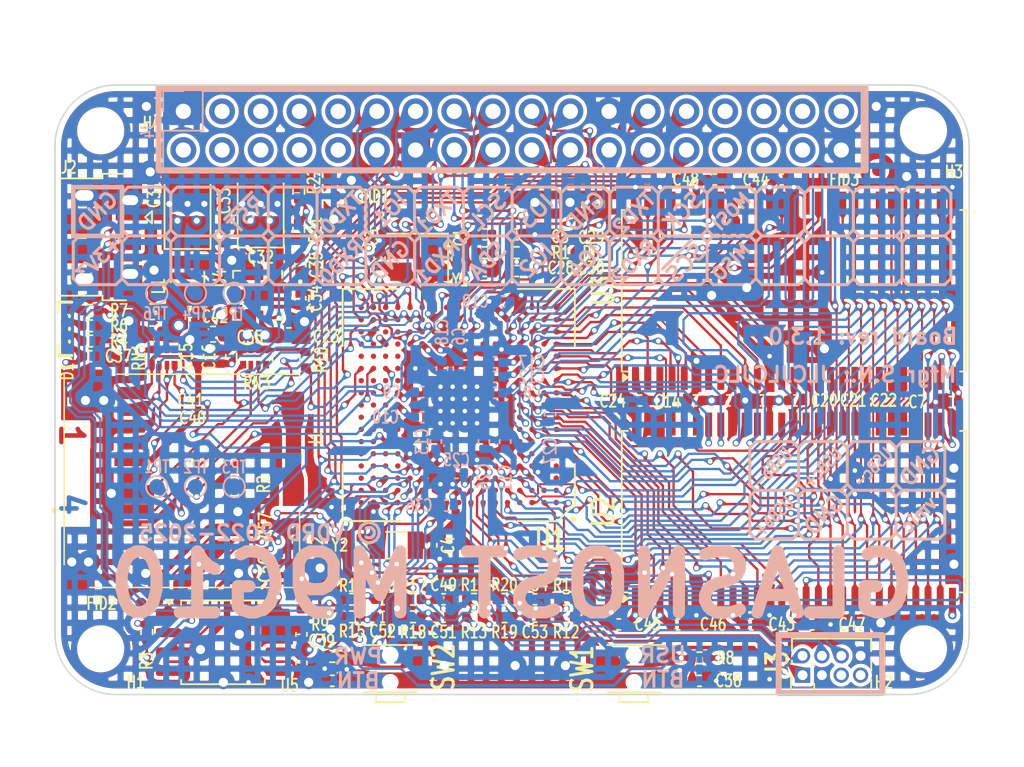
<source format=kicad_pcb>
(kicad_pcb (version 20240108) (generator "pcbnew") (generator_version "8.0")
  (layers (0 "F.Cu" signal) (1 "In1.Cu" power) (2 "In2.Cu" power) (31 "B.Cu" signal) (34 "B.Paste" user) (35 "F.Paste" user) (36 "B.SilkS" user "B.Silkscreen") (37 "F.SilkS" user "F.Silkscreen") (38 "B.Mask" user) (39 "F.Mask" user) (44 "Edge.Cuts" user))
  (property "BOARD_REV" "1.3.0")
  (net 0 "")
  (net 1 "ad16")
  (net 2 "ad14")
  (net 3 "ad12")
  (net 4 "Net-(U4-BIAS)")
  (net 5 "Net-(U4-Cset)")
  (net 6 "ad9")
  (net 7 "ad6")
  (net 8 "Net-(U4-Cbyp)")
  (net 9 "Net-(D1-GK)")
  (net 10 "Net-(D1-BK)")
  (net 11 "ad3")
  (net 12 "Net-(D1-RK)")
  (net 16 "ad2")
  (net 21 "USBA-D-")
  (net 22 "USBA-D+")
  (net 26 "~{RST}")
  (net 27 "Net-(U4-SW)")
  (net 29 "USBC-D-")
  (net 30 "VDD-CORE")
  (net 31 "USBC-D+")
  (net 32 "USBB-D-")
  (net 33 "USBB-D+")
  (net 34 "PMIC_SHDN")
  (net 37 "Net-(C5-Pad1)")
  (net 38 "/CPU Signals/hse-in")
  (net 39 "Net-(C29-Pad1)")
  (net 40 "/CPU Signals/lse-in")
  (net 43 "GND")
  (net 44 "/CPU Signals/hse-out")
  (net 45 "/CPU Signals/lse-out")
  (net 46 "/CPU Signals/pllrca")
  (net 47 "/CPU Signals/pllrcb")
  (net 48 "SDIO0-CD")
  (net 49 "SDIO0-DAT1")
  (net 50 "SDIO0-CLK")
  (net 51 "SDIO0-DAT2")
  (net 52 "SDIO0-CMD")
  (net 53 "SDIO0-DAT3")
  (net 54 "SDIO0-DAT0")
  (net 57 "VBUS")
  (net 58 "UART0-TX")
  (net 59 "/SDRAM/sdcs")
  (net 61 "UART0-RX")
  (net 64 "GPIO1")
  (net 66 "UART1-TX")
  (net 67 "UART1-RX")
  (net 68 "I2C-SCL")
  (net 69 "I2C-SDA")
  (net 70 "GPIO3")
  (net 71 "GPIO2")
  (net 72 "UART2-TX")
  (net 73 "UART2-RX")
  (net 74 "GPIO4")
  (net 75 "SPI-CLK")
  (net 76 "SPI-CS")
  (net 77 "SPI-MOSI")
  (net 78 "SPI-MISO")
  (net 83 "CAN-TX")
  (net 84 "CAN-RX")
  (net 85 "GPIOA1")
  (net 86 "GPIOA2")
  (net 87 "GPIOA3")
  (net 88 "GPIOA4")
  (net 89 "GPIOA5")
  (net 91 "ad15")
  (net 92 "ad13")
  (net 93 "ad11")
  (net 94 "ad7")
  (net 97 "ad4")
  (net 98 "ad1")
  (net 99 "ad17")
  (net 100 "ad8")
  (net 103 "/SDRAM/nbs1")
  (net 104 "ad10")
  (net 107 "ad5")
  (net 108 "ad0")
  (net 109 "/SDRAM/sda10")
  (net 111 "/SDRAM/sdcke")
  (net 113 "/SDRAM/ras")
  (net 114 "/SDRAM/nbs3")
  (net 115 "/SDRAM/sdwe")
  (net 116 "/SDRAM/sdck")
  (net 120 "/SDRAM/cas")
  (net 134 "dq0")
  (net 135 "dq1")
  (net 136 "dq2")
  (net 137 "dq3")
  (net 138 "dq4")
  (net 139 "dq5")
  (net 140 "dq6")
  (net 141 "dq8")
  (net 142 "dq10")
  (net 143 "dq7")
  (net 144 "dq9")
  (net 145 "dq11")
  (net 146 "dq12")
  (net 147 "dq13")
  (net 148 "dq15")
  (net 149 "dq18")
  (net 150 "dq14")
  (net 151 "dq17")
  (net 152 "dq31")
  (net 153 "dq16")
  (net 154 "dq30")
  (net 155 "dq22")
  (net 156 "dq24")
  (net 157 "dq28")
  (net 158 "dq19")
  (net 159 "dq21")
  (net 160 "dq27")
  (net 161 "dq29")
  (net 162 "dq20")
  (net 163 "dq23")
  (net 164 "dq26")
  (net 165 "dq25")
  (net 167 "VDD-IO")
  (net 168 "LCD-D0")
  (net 169 "LCD-D1")
  (net 170 "LCD-D2")
  (net 171 "LCD-D3")
  (net 172 "LCD-D4")
  (net 173 "LCD-D5")
  (net 174 "LCD-D6")
  (net 175 "LCD-D7")
  (net 176 "LCD-D8")
  (net 177 "LCD-D9")
  (net 178 "LCD-D10")
  (net 179 "LCD-D11")
  (net 180 "LCD-D12")
  (net 181 "LCD-D13")
  (net 182 "LCD-D14")
  (net 183 "LCD-D15")
  (net 184 "LCD-D16")
  (net 185 "LCD-D17")
  (net 186 "LCD-ENABLE")
  (net 187 "LCD-HSYNC")
  (net 188 "LCD-DCLK")
  (net 189 "LCD-VSYNC")
  (net 191 "VSYS")
  (net 199 "LED_RED")
  (net 200 "LED_GREEN")
  (net 201 "LED_BLUE")
  (net 202 "BTN_1")
  (net 203 "BTN_2")
  (net 204 "USB_DET")
  (net 205 "/SDCard/usb-a-")
  (net 206 "/SDCard/usb-a+")
  (net 207 "/SDCard/usb-b+")
  (net 208 "/SDCard/usb-b-")
  (net 209 "/SDCard/usb-c+")
  (net 210 "/SDCard/usb-c-")
  (net 214 "Net-(U5-~{WP})")
  (net 215 "NOR_CS")
  (footprint "Capacitor_SMD:C_0402_1005Metric" (layer "F.Cu") (at 120.1 90.2 -90)
    (property "Reference" "C2")
    (property "Value" "22pF")
  )
  (footprint "Capacitor_SMD:C_0402_1005Metric" (layer "F.Cu") (at 121.5 94.9)
    (property "Reference" "C52")
    (property "Value" "15pF")
  )
  (footprint "Fiducial:Fiducial_0.75mm_Mask1.5mm" (layer "F.Cu") (at 118.4 67.3)
    (property "Reference" "FID1")
    (property "Value" "Fiducial")
  )
  (footprint "microchip:QFN-16_3x3mm_P0.5mm" (layer "F.Cu") (at 113.3 73.8 -90)
    (property "Reference" "U4")
    (property "Value" "MIC2800-G4SYML")
  )
  (footprint "led:rgb-1204" (layer "F.Cu") (at 100.3 76 90)
    (property "Reference" "D1")
    (property "Value" "LED_grba")
  )
  (footprint "Resistor_SMD:R_0402_1005Metric" (layer "F.Cu") (at 119.5 93.75)
    (property "Reference" "R16")
    (property "Value" "39")
  )
  (footprint "Capacitor_SMD:C_0402_1005Metric" (layer "F.Cu") (at 118.2 99.1 180)
    (property "Reference" "C39")
    (property "Value" "100nF")
  )
  (footprint "Capacitor_SMD:C_0402_1005Metric" (layer "F.Cu") (at 126.4 71.4 90)
    (property "Reference" "C1")
    (property "Value" "10pF")
  )
  (footprint "Capacitor_SMD:C_0402_1005Metric" (layer "F.Cu") (at 143.3 66.2)
    (property "Reference" "C48")
    (property "Value" "100nF")
  )
  (footprint "Capacitor_SMD:C_0402_1005Metric" (layer "F.Cu") (at 142.3 99.1)
    (property "Reference" "C38")
    (property "Value" "100nF")
  )
  (footprint "Resistor_SMD:R_0402_1005Metric" (layer "F.Cu") (at 133.55 94.9 180)
    (property "Reference" "R12")
    (property "Value" "39")
  )
  (footprint "Resistor_SMD:R_0402_1005Metric" (layer "F.Cu") (at 102.3 75.8 180)
    (property "Reference" "R6")
    (property "Value" "180")
  )
  (footprint "MountingHole:MountingHole_2.7mm_M2.5_DIN965" (layer "F.Cu") (at 157 97 135)
    (property "Reference" "H2")
    (property "Value" "MountingHole")
  )
  (footprint "Capacitor_SMD:C_0402_1005Metric" (layer "F.Cu") (at 128.2 69.8 180)
    (property "Reference" "C5")
    (property "Value" "15nF")
  )
  (footprint "Inductor_SMD:L_Wuerth_MAPI-2512" (layer "F.Cu") (at 108.7 72.6 -90)
    (property "Reference" "L1")
    (property "Value" "2.2uH")
  )
  (footprint "Capacitor_SMD:C_0603_1608Metric" (layer "F.Cu") (at 106.375 76.325 180)
    (property "Reference" "C40")
    (property "Value" "10uF")
  )
  (footprint "Capacitor_Tantalum_SMD:CP_EIA-3528-12_Kemet-T" (layer "F.Cu") (at 108.7 68.3 90)
    (property "Reference" "C31")
    (property "Value" "22uF")
  )
  (footprint "Crystal:Crystal_SMD_3215-2Pin_3.2x1.5mm" (layer "F.Cu") (at 122.4 90.2)
    (property "Reference" "Y2")
    (property "Value" "32.768kHz")
  )
  (footprint "Resistor_SMD:R_0402_1005Metric" (layer "F.Cu") (at 102.3 76.8 180)
    (property "Reference" "R4")
    (property "Value" "180")
  )
  (footprint "Resistor_SMD:R_0402_1005Metric" (layer "F.Cu") (at 116.175 93.9 -90)
    (property "Reference" "R2")
    (property "Value" "100k")
  )
  (footprint "MountingHole:MountingHole_2.7mm_M2.5_DIN965" (layer "F.Cu") (at 157 63 45)
    (property "Reference" "H3")
    (property "Value" "MountingHole")
  )
  (footprint "Capacitor_SMD:C_0402_1005Metric" (layer "F.Cu") (at 125.5 94.9)
    (property "Reference" "C51")
    (property "Value" "47pF")
  )
  (footprint "Button_Switch_SMD:SW_SPST_EVQP7C" (layer "F.Cu") (at 138 98.3)
    (property "Reference" "SW1")
    (property "Value" "SW_Push")
  )
  (footprint "Capacitor_SMD:C_0402_1005Metric" (layer "F.Cu") (at 124.7 90.2 -90)
    (property "Reference" "C4")
    (property "Value" "22pF")
  )
  (footprint "Capacitor_SMD:C_0402_1005Metric" (layer "F.Cu") (at 145.7 95.4)
    (property "Reference" "C43")
    (property "Value" "100nF")
  )
  (footprint "Capacitor_SMD:C_0402_1005Metric" (layer "F.Cu") (at 116.1 74 90)
    (property "Reference" "C34")
    (property "Value" "10nF")
  )
  (footprint "Resistor_SMD:R_0402_1005Metric" (layer "F.Cu") (at 127.5 93.75 180)
    (property "Reference" "R14")
    (property "Value" "39")
  )
  (footprint "Capacitor_SMD:C_0402_1005Metric" (layer "F.Cu") (at 140.9 95.4)
    (property "Reference" "C46")
    (property "Value" "100nF")
  )
  (footprint "Package_SO:TSOP-II-54_22.2x10.16mm_P0.8mm" (layer "F.Cu") (at 148.5 73.5 90)
    (property "Reference" "U3")
    (property "Value" "MT48LC16M16A2P")
  )
  (footprint "Resistor_SMD:R_0402_1005Metric" (layer "F.Cu") (at 128.2 71)
    (property "Reference" "R1")
    (property "Value" "2k")
  )
  (footprint "Capacitor_SMD:C_0402_1005Metric" (layer "F.Cu") (at 138.4 80.7 180)
    (property "Reference" "C24")
    (property "Value" "100nF")
  )
  (footprint "Capacitor_SMD:C_0402_1005Metric" (layer "F.Cu") (at 121.3 71.4 90)
    (property "Reference" "C3")
    (property "Value" "10pF")
  )
  (footprint "Capacitor_SMD:C_0402_1005Metric" (layer "F.Cu") (at 111.1 69.9 90)
    (property "Reference" "C33")
    (property "Value" "100nF")
  )
  (footprint "Capacitor_SMD:C_0402_1005Metric" (layer "F.Cu") (at 116.1 71.8 -90)
    (property "Reference" "C35")
    (property "Value" "100nF")
  )
  (footprint "Capacitor_SMD:C_0402_1005Metric" (layer "F.Cu") (at 125.5 93.75)
    (property "Reference" "C49")
    (property "Value" "47pF")
  )
  (footprint "Connector_PinHeader_1.27mm:PinHeader_2x04_P1.27mm_Vertical" (layer "F.Cu") (at 149.065 98.73 90)
    (property "Reference" "J3")
    (property "Value" "Conn_01x08")
  )
  (footprint "Resistor_SMD:R_0402_1005Metric" (layer "F.Cu") (at 123.5 93.75 180)
    (property "Reference" "R17")
    (property "Value" "15k")
  )
  (footprint "Resistor_SMD:R_0402_1005Metric" (layer "F.Cu") (at 102.3 74.8 180)
    (property "Reference" "R7")
    (property "Value" "180")
  )
  (footprint "Capacitor_SMD:C_0402_1005Metric" (layer "F.Cu") (at 110.85 77.8 90)
    (property "Reference" "C16")
    (property "Value" "100nF")
  )
  (footprint "Capacitor_SMD:C_0402_1005Metric" (layer "F.Cu") (at 131.5 93.75)
    (property "Reference" "C54")
    (property "Value" "47pF")
  )
  (footprint "Resistor_SMD:R_0402_1005Metric" (layer "F.Cu") (at 130.3 71)
    (property "Reference" "R5")
    (property "Value" "1.5k")
  )
  (footprint "Package_SO:TSOP-II-54_22.2x10.16mm_P0.8mm" (layer "F.Cu") (at 148.5 88 90)
    (property "Reference" "U2")
    (property "Value" "MT48LC16M16A2P")
  )
  (footprint "Fiducial:Fiducial_0.75mm_Mask1.5mm" (layer "F.Cu") (at 154 65.6)
    (property "Reference" "FID3")
    (property "Value" "Fiducial")
  )
  (footprint "Resistor_SMD:R_0402_1005Metric" (layer "F.Cu") (at 127.5 94.9 180)
    (property "Reference" "R13")
    (property "Value" "39")
  )
  (footprint "Button_Switch_SMD:SW_SPST_EVQP7C" (layer "F.Cu") (at 122 98.3)
    (property "Reference" "SW2")
    (property "Value" "SW_Push")
  )
  (footprint "MountingHole:MountingHole_2.7mm_M2.5_DIN965" (layer "F.Cu") (at 103 97 45)
    (property "Reference" "H1")
    (property "Value" "MountingHole")
  )
  (footprint "Resistor_SMD:R_0402_1005Metric" (layer "F.Cu") (at 119.5 94.9)
    (property "Reference" "R15")
    (property "Value" "39")
  )
  (footprint "Capacitor_Tantalum_SMD:CP_EIA-3528-12_Kemet-T" (layer "F.Cu") (at 113.5 68.2 90)
    (property "Reference" "C32")
    (property "Value" "22uF")
  )
  (footprint "Capacitor_SMD:C_0402_1005Metric" (layer "F.Cu") (at 147.7 66.2)
    (property "Reference" "C44")
    (property "Value" "100nF")
  )
  (footprint "Crystal:Crystal_SMD_3225-4Pin_3.2x2.5mm" (layer "F.Cu") (at 123.8 71.4 180)
    (property "Reference" "Y1")
    (property "Value" "18.432MHz")
  )
  (footprint "Resistor_SMD:R_0402_1005Metric" (layer "F.Cu") (at 116 67 -90)
    (property "Reference" "R22")
    (property "Value" "22k")
  )
  (footprint "Resistor_SMD:R_0402_1005Metric" (layer "F.Cu") (at 129.5 93.75 180)
    (property "Reference" "R20")
    (property "Value" "15k")
  )
  (footprint "Capacitor_SMD:C_0603_1608Metric" (layer "F.Cu") (at 110.375 76.35 180)
    (property "Reference" "C55")
    (property "Value" "2.2uF")
  )
  (footprint "Capacitor_SMD:C_0402_1005Metric" (layer "F.Cu") (at 130.3 72.2)
    (property "Reference" "C30")
    (property "Value" "2.2nF")
  )
  (footprint "Capacitor_SMD:C_0402_1005Metric" (layer "F.Cu") (at 116.175 96.05 90)
    (property "Reference" "C57")
    (property "Value" "100nF")
  )
  (footprint "Resistor_SMD:R_0402_1005Metric" (layer "F.Cu") (at 116 69.5 -90)
    (property "Reference" "R21")
    (property "Value" "15k")
  )
  (footprint "Fiducial:Fiducial_0.75mm_Mask1.5mm" (layer "F.Cu") (at 105.65 94.025)
    (property "Reference" "FID2")
    (property "Value" "Fiducial")
  )
  (footprint "Capacitor_SMD:C_0402_1005Metric" (layer "F.Cu") (at 131.5 94.9)
    (property "Reference" "C53")
    (property "Value" "47pF")
  )
  (footprint "Capacitor_SMD:C_0402_1005Metric" (layer "F.Cu") (at 128.2 72.2)
    (property "Reference" "C28")
    (property "Value" "1.5nF")
  )
  (footprint "Capacitor_SMD:C_0402_1005Metric" (layer "F.Cu") (at 130.3 69.8)
    (property "Reference" "C29")
    (property "Value" "22nF")
  )
  (footprint "Capacitor_SMD:C_0402_1005Metric" (layer "F.Cu") (at 158.8 80.8 180)
    (property "Reference" "C7")
    (property "Value" "100nF")
  )
  (footprint "Resistor_SMD:R_Array_Convex_4x0402" (layer "F.Cu") (at 107.1 77.85 90)
    (property "Reference" "RN1")
    (property "Value" "10k")
  )
  (footprint "Resistor_SMD:R_Array_Convex_4x0402" (layer "F.Cu") (at 113.1 77.85 90)
    (property "Reference" "RN3")
    (property "Value" "10k")
  )
  (footprint "Capacitor_SMD:C_0603_1608Metric" (layer "F.Cu") (at 106.375 74.875 180)
    (property "Reference" "C41")
    (property "Value" "2.2uF")
  )
  (footprint "Capacitor_SMD:C_0402_1005Metric" (layer "F.Cu") (at 116.175 97.925 -90)
    (property "Reference" "C56")
    (property "Value" "1uF")
  )
  (footprint "Resistor_SMD:R_0402_1005Metric" (layer "F.Cu") (at 123.5 94.9 180)
    (property "Reference" "R18")
    (property "Value" "15k")
  )
  (footprint "Capacitor_SMD:C_0402_1005Metric" (layer "F.Cu") (at 146.4 80.7 180)
    (property "Reference" "C21")
    (property "Value" "100nF")
  )
  (footprint "gct:MEM20610118800A" (layer "F.Cu") (at 105.1 80.215 -90)
    (property "Reference" "J1")
    (property "Value" "Micro_SD_Card_Det" (hide yes))
  )
  (footprint "MountingHole:MountingHole_2.7mm_M2.5_DIN965" (layer "F.Cu") (at 103 63 -45)
    (property "Reference" "H4")
    (property "Value" "MountingHole")
  )
  (footprint "Capacitor_SMD:C_0603_1608Metric" (layer "F.Cu") (at 115.35 76.45)
    (property "Reference" "C23")
    (property "Value" "2.2uF")
  )
  (footprint "Connector_USB:USB_Micro-B_Amphenol_10103594-0001LF_Horizontal" (layer "F.Cu") (at 103.05 70 -90)
    (property "Reference" "J2")
    (property "Value" "USB_B_Micro")
  )
  (footprint "Resistor_SMD:R_0402_1005Metric" (layer "F.Cu") (at 118.2 97.5 180)
    (property "Reference" "R9")
    (property "Value" "10k")
  )
  (footprint "Capacitor_SMD:C_0402_1005Metric" (layer "F.Cu") (at 121.5 93.75)
    (property "Reference" "C50")
    (property "Value" "15pF")
  )
  (footprint "Package_SO:SOIC-8_5.275x5.275mm_P1.27mm" (layer "F.Cu") (at 111.025 96.575)
    (property "Reference" "U5")
    (property "Value" "AT45DB161D-SU")
  )
  (footprint "Capacitor_SMD:C_0402_1005Metric" (layer "F.Cu") (at 137 95.4 180)
    (property "Reference" "C45")
    (property "Value" "100nF")
  )
  (footprint "Resistor_SMD:R_0402_1005Metric" (layer "F.Cu") (at 129.5 94.9 180)
    (property "Reference" "R19")
    (property "Value" "15k")
  )
  (footprint "Resistor_SMD:R_0402_1005Metric" (layer "F.Cu") (at 106.025 95.9 90)
    (property "Reference" "R3")
    (property "Value" "100k")
  )
  (footprint "Resistor_SMD:R_0402_1005Metric" (layer "F.Cu") (at 116.45 78.025 90)
    (property "Reference" "R10")
    (property "Value" "100k")
  )
  (footprint "Capacitor_SMD:C_0402_1005Metric" (layer "F.Cu") (at 142 80.7 180)
    (property "Reference" "C14")
    (property "Value" "100nF")
  )
  (footprint "Resistor_SMD:R_0402_1005Metric" (layer "F.Cu") (at 142.3 97.6)
    (property "Reference" "R8")
    (property "Value" "10k")
  )
  (footprint "microchip:AT91SAM9G10" (layer "F.Cu") (at 126.5 81 180)
    (property "Reference" "U1")
    (property "Value" "AT91SAM9G10")
  )
  (footprint "Capacitor_SMD:C_0402_1005Metric" (layer "F.Cu") (at 144.2 80.7)
    (property "Reference" "C20")
    (property "Value" "100nF")
  )
  (footprint "Capacitor_SMD:C_0402_1005Metric" (layer "F.Cu") (at 149.7 95.4)
    (property "Reference" "C47")
    (property "Value" "100nF")
  )
  (footprint "Capacitor_SMD:C_0402_1005Metric" (layer "F.Cu") (at 102.3 77.8)
    (property "Reference" "C37")
    (property "Value" "1uF")
  )
  (footprint "Capacitor_SMD:C_0402_1005Metric" (layer "F.Cu") (at 108.85 74.9)
    (property "Reference" "C42")
    (property "Value" "100nF")
  )
  (footprint "Capacitor_SMD:C_0402_1005Metric" (layer "F.Cu") (at 148.6 80.7)
    (property "Reference" "C22")
    (property "Value" "100nF")
  )
  (footprint "Capacitor_SMD:C_0402_1005Metric" (layer "F.Cu") (at 109.4 77.8 90)
    (property "Reference" "C15")
    (property "Value" "1uF")
  )
  (footprint "Resistor_SMD:R_0402_1005Metric" (layer "F.Cu") (at 133.55 93.75 180)
    (property "Reference" "R11")
    (property "Value" "39")
  )
  (footprint "Capacitor_SMD:C_0402_1005Metric" (layer "B.Cu") (at 126.5 78.6 -90)
    (property "Reference" "C6")
    (property "Value" "100nF")
  )
  (footprint "Capacitor_SMD:C_0402_1005Metric" (layer "B.Cu") (at 128.9 79.15 180)
    (property "Reference" "C12")
    (property "Value" "100nF")
  )
  (footprint "Capacitor_SMD:C_0402_1005Metric" (layer "B.Cu") (at 126.35 85.45 180)
    (property "Reference" "C25")
    (property "Value" "100nF")
  )
  (footprint "Capacitor_SMD:C_0402_1005Metric" (layer "B.Cu") (at 124.1 81.8)
    (property "Reference" "C10")
    (property "Value" "100nF")
  )
  (footprint "Capacitor_SMD:C_0402_1005Metric" (layer "B.Cu") (at 128.9 78.2 180)
    (property "Reference" "C17")
    (property "Value" "100nF")
  )
  (footprint "TestPoint:TestPoint_Pad_D1.0mm" (layer "B.Cu") (at 109.22 73.66 180)
    (property "Reference" "TP4")
    (property "Value" "DRX")
  )
  (footprint "TestPoint:TestPoint_Pad_D1.0mm" (layer "B.Cu") (at 106.68 73.66 180)
    (property "Reference" "TP6")
    (property "Value" "GND")
  )
  (footprint "Capacitor_SMD:C_0402_1005Metric" (layer "B.Cu") (at 129.55 83.4 90)
    (property "Reference" "C11")
    (property "Value" "100nF")
  )
  (footprint "Capacitor_SMD:C_0402_1005Metric" (layer "B.Cu") (at 125 83.4 90)
    (property "Reference" "C13")
    (property "Value" "100nF")
  )
  (footprint "Capacitor_SMD:C_0402_1005Metric" (layer "B.Cu") (at 132.5 81.6 90)
    (property "Reference" "C27")
    (property "Value" "100nF")
  )
  (footprint "Capacitor_SMD:C_0402_1005Metric" (layer "B.Cu") (at 129.4 74.2 180)
    (property "Reference" "C19")
    (property "Value" "100nF")
  )
  (footprint "Capacitor_SMD:C_0402_1005Metric" (layer "B.Cu") (at 125.7 87.6 180)
    (property "Reference" "C36")
    (property "Value" "100nF")
  )
  (footprint "TestPoint:TestPoint_Pad_D1.0mm" (layer "B.Cu") (at 111.76 73.66 180)
    (property "Reference" "TP5")
    (property "Value" "DTX")
  )
  (footprint "Connector_PinHeader_2.54mm:PinHeader_2x18_P2.54mm_Vertical" (layer "B.Cu") (at 108.425 61.725 -90)
    (property "Reference" "J4")
    (property "Value" "Conn_02x18_Odd_Even")
  )
  (footprint "Capacitor_SMD:C_0402_1005Metric" (layer "B.Cu") (at 128.15 83.4 90)
    (property "Reference" "C26")
    (property "Value" "100nF")
  )
  (footprint "Capacitor_SMD:C_0402_1005Metric" (layer "B.Cu") (at 125.4 78.6 -90)
    (property "Reference" "C18")
    (property "Value" "100nF")
  )
  (footprint "Capacitor_SMD:C_0402_1005Metric" (layer "B.Cu") (at 124.1 80.15)
    (property "Reference" "C9")
    (property "Value" "100nF")
  )
  (footprint "TestPoint:TestPoint_Pad_D1.0mm" (layer "B.Cu") (at 111.76 86.36 90)
    (property "Reference" "TP3")
    (property "Value" "GND")
  )
  (footprint "TestPoint:TestPoint_Pad_D1.0mm" (layer "B.Cu") (at 109.22 86.36 90)
    (property "Reference" "TP2")
    (property "Value" "DTX")
  )
  (footprint "Capacitor_SMD:C_0402_1005Metric" (layer "B.Cu") (at 128.9 80.2 180)
    (property "Reference" "C8")
    (property "Value" "100nF")
  )
  (footprint "TestPoint:TestPoint_Pad_D1.0mm" (layer "B.Cu") (at 106.68 86.36 90)
    (property "Reference" "TP1")
    (property "Value" "DRX")
  )
  (gr_line (start 130 67.1) (end 130.4 66.7) (stroke (width 0.2)) (layer "B.SilkS"))
  (gr_line (start 148.8 86.2) (end 149.2 86.6) (stroke (width 0.2)) (layer "B.SilkS"))
  (gr_line (start 108 73.1) (end 110.4 73.1) (stroke (width 0.2)) (layer "B.SilkS"))
  (gr_line (start 155.2 89.4) (end 155.6 89.8) (stroke (width 0.2)) (layer "B.SilkS"))
  (gr_line (start 104.8 66.7) (end 107.2 66.7) (stroke (width 0.2)) (layer "B.SilkS"))
  (gr_line (start 101.2 70.3) (end 101.6 69.9) (stroke (width 0.2)) (layer "B.SilkS"))
  (gr_line (start 136.4 70.3) (end 136.8 69.9) (stroke (width 0.2)) (layer "B.SilkS"))
  (gr_line (start 155.2 89.4) (end 155.2 87) (stroke (width 0.2)) (layer "B.SilkS"))
  (gr_line (start 116.8 73.1) (end 117.2 72.7) (stroke (width 0.2)) (layer "B.SilkS"))
  (gr_line (start 124 66.7) (end 126.4 66.7) (stroke (width 0.2)) (layer "B.SilkS"))
  (gr_line (start 158.8 72.7) (end 158.8 70.3) (stroke (width 0.2)) (layer "B.SilkS"))
  (gr_line (start 146 70.3) (end 145.6 69.9) (stroke (width 0.2)) (layer "B.SilkS"))
  (gr_line (start 114 69.5) (end 114.4 69.9) (stroke (width 0.2)) (layer "B.SilkS"))
  (gr_line (start 152 89.4) (end 152 87) (stroke (width 0.2)) (layer "B.SilkS"))
  (gr_line (start 139.6 69.5) (end 139.6 67.1) (stroke (width 0.2)) (layer "B.SilkS"))
  (gr_line (start 107.6 69.5) (end 107.6 67.1) (stroke (width 0.2)) (layer "B.SilkS"))
  (gr_line (start 117.2 69.5) (end 117.2 67.1) (stroke (width 0.2)) (layer "B.SilkS"))
  (gr_line (start 110.8 67.1) (end 111.2 66.7) (stroke (width 0.2)) (layer "B.SilkS"))
  (gr_line (start 152 87) (end 152.4 86.6) (stroke (width 0.2)) (layer "B.SilkS"))
  (gr_line (start 132.8 73.1) (end 133.2 72.7) (stroke (width 0.2)) (layer "B.SilkS"))
  (gr_line (start 158.8 69.5) (end 158.8 67.1) (stroke (width 0.2)) (layer "B.SilkS"))
  (gr_line (start 158.4 83.8) (end 158 83.4) (stroke (width 0.2)) (layer "B.SilkS"))
  (gr_line (start 152 87) (end 151.6 86.6) (stroke (width 0.2)) (layer "B.SilkS"))
  (gr_line (start 146 67.1) (end 145.6 66.7) (stroke (width 0.2)) (layer "B.SilkS"))
  (gr_line (start 108 66.7) (end 110.4 66.7) (stroke (width 0.2)) (layer "B.SilkS"))
  (gr_line (start 117.2 72.7) (end 117.2 70.3) (stroke (width 0.2)) (layer "B.SilkS"))
  (gr_line (start 146 89.8) (end 148.4 89.8) (stroke (width 0.2)) (layer "B.SilkS"))
  (gr_line (start 120.8 66.7) (end 123.2 66.7) (stroke (width 0.2)) (layer "B.SilkS"))
  (gr_line (start 148.8 89.4) (end 148.8 87) (stroke (width 0.2)) (layer "B.SilkS"))
  (gr_line (start 158.8 70.3) (end 158.4 69.9) (stroke (width 0.2)) (layer "B.SilkS"))
  (gr_line (start 148.4 86.6) (end 148.8 86.2) (stroke (width 0.2)) (layer "B.SilkS"))
  (gr_line (start 146 69.5) (end 146 67.1) (stroke (width 0.2)) (layer "B.SilkS"))
  (gr_line (start 136.4 69.5) (end 136.8 69.9) (stroke (width 0.2)) (layer "B.SilkS"))
  (gr_line (start 133.2 69.5) (end 133.2 67.1) (stroke (width 0.2)) (layer "B.SilkS"))
  (gr_line (start 155.6 72.7) (end 155.6 70.3) (stroke (width 0.2)) (layer "B.SilkS"))
  (gr_line (start 143.2 73.1) (end 145.6 73.1) (stroke (width 0.2)) (layer "B.SilkS"))
  (gr_line (start 149.2 72.7) (end 149.2 70.3) (stroke (width 0.2)) (layer "B.SilkS"))
  (gr_line (start 113.6 69.9) (end 114 69.5) (stroke (width 0.2)) (layer "B.SilkS"))
  (gr_line (start 152 69.9) (end 152.4 69.5) (stroke (width 0.2)) (layer "B.SilkS"))
  (gr_line (start 146.4 73.1) (end 148.8 73.1) (stroke (width 0.2)) (layer "B.SilkS"))
  (gr_line (start 136.8 66.7) (end 139.2 66.7) (stroke (width 0.2)) (layer "B.SilkS"))
  (gr_line (start 149.2 83.4) (end 151.6 83.4) (stroke (width 0.2)) (layer "B.SilkS"))
  (gr_line (start 126.8 70.3) (end 126.4 69.9) (stroke (width 0.2)) (layer "B.SilkS"))
  (gr_line (start 130.4 66.7) (end 132.8 66.7) (stroke (width 0.2)) (layer "B.SilkS"))
  (gr_line (start 155.2 87) (end 155.6 86.6) (stroke (width 0.2)) (layer "B.SilkS"))
  (gr_line (start 152.4 70.3) (end 152.8 69.9) (stroke (width 0.2)) (layer "B.SilkS"))
  (gr_line (start 152.8 73.1) (end 155.2 73.1) (stroke (width 0.2)) (layer "B.SilkS"))
  (gr_line (start 142.4 69.9) (end 142.8 69.5) (stroke (width 0.2)) (layer "B.SilkS"))
  (gr_line (start 117.6 73.1) (end 120 73.1) (stroke (width 0.2)) (layer "B.SilkS"))
  (gr_line (start 104.4 72.7) (end 104.8 73.1) (stroke (width 0.2)) (layer "B.SilkS"))
  (gr_line (start 114 70.3) (end 113.6 69.9) (stroke (width 0.2)) (layer "B.SilkS"))
  (gr_line (start 129.6 73.1) (end 130 72.7) (stroke (width 0.2)) (layer "B.SilkS"))
  (gr_line (start 155.6 70.3) (end 155.2 69.9) (stroke (width 0.2)) (layer "B.SilkS"))
  (gr_line (start 113.6 73.1) (end 114 72.7) (stroke (width 0.2)) (layer "B.SilkS"))
  (gr_line (start 151.6 89.8) (end 152 89.4) (stroke (width 0.2)) (layer "B.SilkS"))
  (gr_line (start 146.4 69.9) (end 148.8 69.9) (stroke (width 0.2)) (layer "B.SilkS"))
  (gr_line (start 136.4 67.1) (end 136 66.7) (stroke (width 0.2)) (layer "B.SilkS"))
  (gr_line (start 158.4 89.4) (end 158.4 87) (stroke (width 0.2)) (layer "B.SilkS"))
  (gr_line (start 130.4 69.9) (end 132.8 69.9) (stroke (width 0.2)) (layer "B.SilkS"))
  (gr_line (start 126.8 67.1) (end 126.4 66.7) (stroke (width 0.2)) (layer "B.SilkS"))
  (gr_line (start 149.2 70.3) (end 148.8 69.9) (stroke (width 0.2)) (layer "B.SilkS"))
  (gr_line (start 107.6 67.1) (end 107.2 66.7) (stroke (width 0.2)) (layer "B.SilkS"))
  (gr_line (start 104.4 69.9) (end 104.4 66.7) (stroke (width 0.3)) (layer "B.SilkS"))
  (gr_line (start 117.2 70.3) (end 117.6 69.9) (stroke (width 0.2)) (layer "B.SilkS"))
  (gr_line (start 110.4 69.9) (end 110.8 69.5) (stroke (width 0.2)) (layer "B.SilkS"))
  (gr_line (start 114 72.7) (end 114 70.3) (stroke (width 0.2)) (layer "B.SilkS"))
  (gr_line (start 148.8 83.8) (end 148.4 83.4) (stroke (width 0.2)) (layer "B.SilkS"))
  (gr_line (start 155.2 83.8) (end 154.8 83.4) (stroke (width 0.2)) (layer "B.SilkS"))
  (gr_line (start 139.6 70.3) (end 139.2 69.9) (stroke (width 0.2)) (layer "B.SilkS"))
  (gr_line (start 149.2 72.7) (end 149.6 73.1) (stroke (width 0.2)) (layer "B.SilkS"))
  (gr_line (start 123.6 70.3) (end 123.2 69.9) (stroke (width 0.2)) (layer "B.SilkS"))
  (gr_line (start 146 86.6) (end 148.4 86.6) (stroke (width 0.2)) (layer "B.SilkS"))
  (gr_line (start 155.6 72.7) (end 156 73.1) (stroke (width 0.2)) (layer "B.SilkS"))
  (gr_line (start 107.6 69.5) (end 108 69.9) (stroke (width 0.2)) (layer "B.SilkS"))
  (gr_line (start 146 69.5) (end 146.4 69.9) (stroke (width 0.2)) (layer "B.SilkS"))
  (gr_line (start 152.4 89.8) (end 154.8 89.8) (stroke (width 0.2)) (layer "B.SilkS"))
  (gr_line (start 142.8 72.7) (end 142.8 70.3) (stroke (width 0.2)) (layer "B.SilkS"))
  (gr_line (start 142.8 69.5) (end 142.8 67.1) (stroke (width 0.2)) (layer "B.SilkS"))
  (gr_line (start 142.8 70.3) (end 142.4 69.9) (stroke (width 0.2)) (layer "B.SilkS"))
  (gr_line (start 140 73.1) (end 142.4 73.1) (stroke (width 0.2)) (layer "B.SilkS"))
  (gr_line (start 117.2 67.1) (end 116.8 66.7) (stroke (width 0.2)) (layer "B.SilkS"))
  (gr_line (start 152.8 66.7) (end 155.2 66.7) (stroke (width 0.2)) (layer "B.SilkS"))
  (gr_line (start 139.6 72.7) (end 139.6 70.3) (stroke (width 0.2)) (layer "B.SilkS"))
  (gr_line (start 158.4 73.1) (end 158.8 72.7) (stroke (width 0.2)) (layer "B.SilkS"))
  (gr_line (start 107.6 70.3) (end 108 69.9) (stroke (width 0.2)) (layer "B.SilkS"))
  (gr_line (start 151.6 86.6) (end 152 86.2) (stroke (width 0.2)) (layer "B.SilkS"))
  (gr_line (start 107.6 70.3) (end 107.2 69.9) (stroke (width 0.2)) (layer "B.SilkS"))
  (gr_line (start 155.6 67.1) (end 155.2 66.7) (stroke (width 0.2)) (layer "B.SilkS"))
  (gr_line (start 120.4 72.7) (end 120.4 70.3) (stroke (width 0.2)) (layer "B.SilkS"))
  (gr_line (start 148.8 83.8) (end 149.2 83.4) (stroke (width 0.2)) (layer "B.SilkS"))
  (gr_line (start 114 67.1) (end 113.6 66.7) (stroke (width 0.2)) (layer "B.SilkS"))
  (gr_line (start 123.6 67.1) (end 123.2 66.7) (stroke (width 0.2)) (layer "B.SilkS"))
  (gr_line (start 133.2 72.7) (end 133.6 73.1) (stroke (width 0.2)) (layer "B.SilkS"))
  (gr_line (start 152.4 70.3) (end 152 69.9) (stroke (width 0.2)) (layer "B.SilkS"))
  (gr_line (start 120.8 73.1) (end 123.2 73.1) (stroke (width 0.2)) (layer "B.SilkS"))
  (gr_line (start 139.6 69.5) (end 140 69.9) (stroke (width 0.2)) (layer "B.SilkS"))
  (gr_line (start 129.6 69.9) (end 130 69.5) (stroke (width 0.2)) (layer "B.SilkS"))
  (gr_line (start 133.2 67.1) (end 133.6 66.7) (stroke (width 0.2)) (layer "B.SilkS"))
  (gr_line (start 148.8 87) (end 148.4 86.6) (stroke (width 0.2)) (layer "B.SilkS"))
  (gr_line (start 156 66.7) (end 158.4 66.7) (stroke (width 0.2)) (layer "B.SilkS"))
  (gr_line (start 104.8 69.9) (end 107.2 69.9) (stroke (width 0.2)) (layer "B.SilkS"))
  (gr_line (start 107.6 67.1) (end 108 66.7) (stroke (width 0.2)) (layer "B.SilkS"))
  (gr_line (start 146.4 66.7) (end 148.8 66.7) (stroke (width 0.2)) (layer "B.SilkS"))
  (gr_line (start 107.6 72.7) (end 107.6 70.3) (stroke (width 0.2)) (layer "B.SilkS"))
  (gr_line (start 101.2 69.9) (end 101.2 66.7) (stroke (width 0.3)) (layer "B.SilkS"))
  (gr_line (start 142.8 67.1) (end 142.4 66.7) (stroke (width 0.2)) (layer "B.SilkS"))
  (gr_line (start 158.4 69.9) (end 158.8 69.5) (stroke (width 0.2)) (layer "B.SilkS"))
  (gr_line (start 149.6 73.1) (end 152 73.1) (stroke (width 0.2)) (layer "B.SilkS"))
  (gr_line (start 114.4 66.7) (end 116.8 66.7) (stroke (width 0.2)) (layer "B.SilkS"))
  (gr_line (start 156 73.1) (end 158.4 73.1) (stroke (width 0.2)) (layer "B.SilkS"))
  (gr_rect (start 147.5 96.1) (end 154.3 99.9) (stroke (width 0.4)) (fill none) (layer "B.SilkS"))
  (gr_line (start 152.4 72.7) (end 152.8 73.1) (stroke (width 0.2)) (layer "B.SilkS"))
  (gr_line (start 148.8 86.2) (end 148.8 83.8) (stroke (width 0.2)) (layer "B.SilkS"))
  (gr_line (start 126.8 69.5) (end 127.2 69.9) (stroke (width 0.2)) (layer "B.SilkS"))
  (gr_line (start 155.2 86.2) (end 155.2 83.8) (stroke (width 0.2)) (layer "B.SilkS"))
  (gr_line (start 142.4 73.1) (end 142.8 72.7) (stroke (width 0.2)) (layer "B.SilkS"))
  (gr_line (start 133.2 72.7) (end 133.2 70.3) (stroke (width 0.2)) (layer "B.SilkS"))
  (gr_line (start 120 73.1) (end 120.4 72.7) (stroke (width 0.2)) (layer "B.SilkS"))
  (gr_line (start 111.2 73.1) (end 113.6 73.1) (stroke (width 0.2)) (layer "B.SilkS"))
  (gr_line (start 107.2 73.1) (end 107.6 72.7) (stroke (width 0.2)) (layer "B.SilkS"))
  (gr_line (start 114 69.5) (end 114 67.1) (stroke (width 0.2)) (layer "B.SilkS"))
  (gr_line (start 158.4 86.2) (end 158.4 83.8) (stroke (width 0.2)) (layer "B.SilkS"))
  (gr_line (start 117.6 66.7) (end 120 66.7) (stroke (width 0.2)) (layer "B.SilkS"))
  (gr_line (start 117.2 69.5) (end 117.6 69.9) (stroke (width 0.2)) (layer "B.SilkS"))
  (gr_line (start 155.2 87) (end 154.8 86.6) (stroke (width 0.2)) (layer "B.SilkS"))
  (gr_line (start 107.6 72.7) (end 108 73.1) (stroke (width 0.2)) (layer "B.SilkS"))
  (gr_line (start 158 89.8) (end 158.4 89.4) (stroke (width 0.2)) (layer "B.SilkS"))
  (gr_line (start 149.2 69.5) (end 149.6 69.9) (stroke (width 0.2)) (layer "B.SilkS"))
  (gr_line (start 155.6 70.3) (end 156 69.9) (stroke (width 0.2)) (layer "B.SilkS"))
  (gr_line (start 152.4 67.1) (end 152 66.7) (stroke (width 0.2)) (layer "B.SilkS"))
  (gr_line (start 130 70.3) (end 130.4 69.9) (stroke (width 0.2)) (layer "B.SilkS"))
  (gr_line (start 152.4 67.1) (end 152.8 66.7) (stroke (width 0.2)) (layer "B.SilkS"))
  (gr_line (start 101.2 72.7) (end 101.6 73.1) (stroke (width 0.2)) (layer "B.SilkS"))
  (gr_line (start 140 66.7) (end 142.4 66.7) (stroke (width 0.2)) (layer "B.SilkS"))
  (gr_line (start 117.6 69.9) (end 120 69.9) (stroke (width 0.2)) (layer "B.SilkS"))
  (gr_line (start 110.8 69.5) (end 110.8 67.1) (stroke (width 0.2)) (layer "B.SilkS"))
  (gr_line (start 123.6 69.5) (end 123.6 67.1) (stroke (width 0.2)) (layer "B.SilkS"))
  (gr_line (start 152 73.1) (end 152.4 72.7) (stroke (width 0.2)) (layer "B.SilkS"))
  (gr_line (start 146 72.7) (end 146.4 73.1) (stroke (width 0.2)) (layer "B.SilkS"))
  (gr_line (start 145.6 73.1) (end 146 72.7) (stroke (width 0.2)) (layer "B.SilkS"))
  (gr_line (start 152 86.2) (end 152 83.8) (stroke (width 0.2)) (layer "B.SilkS"))
  (gr_line (start 101.2 66.7) (end 104.4 66.7) (stroke (width 0.3)) (layer "B.SilkS"))
  (gr_line (start 139.6 72.7) (end 140 73.1) (stroke (width 0.2)) (layer "B.SilkS"))
  (gr_line (start 120.8 69.9) (end 123.2 69.9) (stroke (width 0.2)) (layer "B.SilkS"))
  (gr_line (start 120.4 70.3) (end 120.8 69.9) (stroke (width 0.2)) (layer "B.SilkS"))
  (gr_line (start 142.8 67.1) (end 143.2 66.7) (stroke (width 0.2)) (layer "B.SilkS"))
  (gr_line (start 136.8 73.1) (end 139.2 73.1) (stroke (width 0.2)) (layer "B.SilkS"))
  (gr_line (start 149.2 69.5) (end 149.2 67.1) (stroke (width 0.2)) (layer "B.SilkS"))
  (gr_line (start 120.4 67.1) (end 120.8 66.7) (stroke (width 0.2)) (layer "B.SilkS"))
  (gr_line (start 152.4 69.5) (end 152.8 69.9) (stroke (width 0.2)) (layer "B.SilkS"))
  (gr_line (start 139.2 73.1) (end 139.6 72.7) (stroke (width 0.2)) (layer "B.SilkS"))
  (gr_line (start 130 72.7) (end 130.4 73.1) (stroke (width 0.2)) (layer "B.SilkS"))
  (gr_line (start 127.2 69.9) (end 129.6 69.9) (stroke (width 0.2)) (layer "B.SilkS"))
  (gr_line (start 130 70.3) (end 129.6 69.9) (stroke (width 0.2)) (layer "B.SilkS"))
  (gr_line (start 104.4 69.5) (end 104.8 69.9) (stroke (width 0.2)) (layer "B.SilkS"))
  (gr_line (start 104.4 70.3) (end 104 69.9) (stroke (width 0.2)) (layer "B.SilkS"))
  (gr_line (start 136.4 69.5) (end 136.4 67.1) (stroke (width 0.2)) (layer "B.SilkS"))
  (gr_line (start 117.2 70.3) (end 116.8 69.9) (stroke (width 0.2)) (layer "B.SilkS"))
  (gr_line (start 107.2 69.9) (end 107.6 69.5) (stroke (width 0.2)) (layer "B.SilkS"))
  (gr_line (start 149.6 69.9) (end 152 69.9) (stroke (width 0.2)) (layer "B.SilkS"))
  (gr_line (start 152 89.4) (end 152.4 89.8) (stroke (width 0.2)) (layer "B.SilkS"))
  (gr_line (start 120.4 70.3) (end 120 69.9) (stroke (width 0.2)) (layer "B.SilkS"))
  (gr_line (start 145.6 87) (end 146 86.6) (stroke (width 0.2)) (layer "B.SilkS"))
  (gr_line (start 133.2 70.3) (end 133.6 69.9) (stroke (width 0.2)) (layer "B.SilkS"))
  (gr_line (start 133.6 66.7) (end 136 66.7) (stroke (width 0.2)) (layer "B.SilkS"))
  (gr_line (start 110.8 70.3) (end 110.4 69.9) (stroke (width 0.2)) (layer "B.SilkS"))
  (gr_line (start 145.6 69.9) (end 146 69.5) (stroke (width 0.2)) (layer "B.SilkS"))
  (gr_line (start 101.2 69.9) (end 104.4 69.9) (stroke (width 0.3)) (layer "B.SilkS"))
  (gr_line (start 154.8 86.6) (end 155.2 86.2) (stroke (width 0.2)) (layer "B.SilkS"))
  (gr_line (start 152.8 69.9) (end 155.2 69.9) (stroke (width 0.2)) (layer "B.SilkS"))
  (gr_line (start 136 73.1) (end 136.4 72.7) (stroke (width 0.2)) (layer "B.SilkS"))
  (gr_line (start 123.6 69.5) (end 124 69.9) (stroke (width 0.2)) (layer "B.SilkS"))
  (gr_line (start 136.4 67.1) (end 136.8 66.7) (stroke (width 0.2)) (layer "B.SilkS"))
  (gr_line (start 114 72.7) (end 114.4 73.1) (stroke (width 0.2)) (layer "B.SilkS"))
  (gr_line (start 155.6 86.6) (end 158 86.6) (stroke (width 0.2)) (layer "B.SilkS"))
  (gr_line (start 152 86.2) (end 152.4 86.6) (stroke (width 0.2)) (layer "B.SilkS"))
  (gr_line (start 140 69.9) (end 142.4 69.9) (stroke (width 0.2)) (layer "B.SilkS"))
  (gr_line (start 148.8 89.4) (end 149.2 89.8) (stroke (width 0.2)) (layer "B.SilkS"))
  (gr_line (start 130 72.7) (end 130 70.3) (stroke (width 0.2)) (layer "B.SilkS"))
  (gr_line (start 127.2 66.7) (end 129.6 66.7) (stroke (width 0.2)) (layer "B.SilkS"))
  (gr_line (start 149.6 66.7) (end 152 66.7) (stroke (width 0.2)) (layer "B.SilkS"))
  (gr_line (start 143.2 69.9) (end 145.6 69.9) (stroke (width 0.2)) (layer "B.SilkS"))
  (gr_line (start 155.2 69.9) (end 155.6 69.5) (stroke (width 0.2)) (layer "B.SilkS"))
  (gr_line (start 124 73.1) (end 126.4 73.1) (stroke (width 0.2)) (layer "B.SilkS"))
  (gr_line (start 133.2 70.3) (end 132.8 69.9) (stroke (width 0.2)) (layer "B.SilkS"))
  (gr_line (start 139.6 70.3) (end 140 69.9) (stroke (width 0.2)) (layer "B.SilkS"))
  (gr_line (start 114.4 69.9) (end 116.8 69.9) (stroke (width 0.2)) (layer "B.SilkS"))
  (gr_line (start 133.2 69.5) (end 133.6 69.9) (stroke (width 0.2)) (layer "B.SilkS"))
  (gr_line (start 130 69.5) (end 130 67.1) (stroke (width 0.2)) (layer "B.SilkS"))
  (gr_line (start 126.8 67.1) (end 127.2 66.7) (stroke (width 0.2)) (layer "B.SilkS"))
  (gr_line (start 155.6 89.8) (end 158 89.8) (stroke (width 0.2)) (layer "B.SilkS"))
  (gr_line (start 155.6 67.1) (end 156 66.7) (stroke (width 0.2)) (layer "B.SilkS"))
  (gr_line (start 110.8 67.1) (end 110.4 66.7) (stroke (width 0.2)) (layer "B.SilkS"))
  (gr_line (start 149.2 86.6) (end 151.6 86.6) (stroke (width 0.2)) (layer "B.SilkS"))
  (gr_line (start 123.6 72.7) (end 123.6 70.3) (stroke (width 0.2)) (layer "B.SilkS"))
  (gr_line (start 111.2 69.9) (end 113.6 69.9) (stroke (width 0.2)) (layer "B.SilkS"))
  (gr_line (start 145.6 86.2) (end 146 86.6) (stroke (width 0.2)) (layer "B.SilkS"))
  (gr_line (start 136.4 70.3) (end 136 69.9) (stroke (width 0.2)) (layer "B.SilkS"))
  (gr_line (start 110.8 70.3) (end 111.2 69.9) (stroke (width 0.2)) (layer "B.SilkS"))
  (gr_line (start 145.6 86.2) (end 145.6 83.8) (stroke (width 0.2)) (layer "B.SilkS"))
  (gr_line (start 117.2 72.7) (end 117.6 73.1) (stroke (width 0.2)) (layer "B.SilkS"))
  (gr_line (start 149.2 67.1) (end 148.8 66.7) (stroke (width 0.2)) (layer "B.SilkS"))
  (gr_line (start 130.4 73.1) (end 132.8 73.1) (stroke (width 0.2)) (layer "B.SilkS"))
  (gr_line (start 145.6 83.8) (end 146 83.4) (stroke (width 0.2)) (layer "B.SilkS"))
  (gr_line (start 152 83.8) (end 151.6 83.4) (stroke (width 0.2)) (layer "B.SilkS"))
  (gr_line (start 120.4 69.5) (end 120.4 67.1) (stroke (width 0.2)) (layer "B.SilkS"))
  (gr_line (start 108 69.9) (end 110.4 69.9) (stroke (width 0.2)) (layer "B.SilkS"))
  (gr_line (start 123.6 72.7) (end 124 73.1) (stroke (width 0.2)) (layer "B.SilkS"))
  (gr_line (start 110.8 69.5) (end 111.2 69.9) (stroke (width 0.2)) (layer "B.SilkS"))
  (gr_line (start 123.2 69.9) (end 123.6 69.5) (stroke (width 0.2)) (layer "B.SilkS"))
  (gr_line (start 155.2 86.2) (end 155.6 86.6) (stroke (width 0.2)) (layer "B.SilkS"))
  (gr_line (start 126.8 72.7) (end 127.2 73.1) (stroke (width 0.2)) (layer "B.SilkS"))
  (gr_line (start 155.2 73.1) (end 155.6 72.7) (stroke (width 0.2)) (layer "B.SilkS"))
  (gr_line (start 104.4 70.3) (end 104.8 69.9) (stroke (width 0.2)) (layer "B.SilkS"))
  (gr_line (start 148.8 87) (end 149.2 86.6) (stroke (width 0.2)) (layer "B.SilkS"))
  (gr_line (start 158 86.6) (end 158.4 86.2) (stroke (width 0.2)) (layer "B.SilkS"))
  (gr_line (start 104 73.1) (end 104.4 72.7) (stroke (width 0.2)) (layer "B.SilkS"))
  (gr_line (start 149.2 89.8) (end 151.6 89.8) (stroke (width 0.2)) (layer "B.SilkS"))
  (gr_line (start 146 83.4) (end 148.4 83.4) (stroke (width 0.2)) (layer "B.SilkS"))
  (gr_line (start 120.4 69.5) (end 120.8 69.9) (stroke (width 0.2)) (layer "B.SilkS"))
  (gr_line (start 124 69.9) (end 126.4 69.9) (stroke (width 0.2)) (layer "B.SilkS"))
  (gr_line (start 155.6 83.4) (end 158 83.4) (stroke (width 0.2)) (layer "B.SilkS"))
  (gr_line (start 133.6 69.9) (end 136 69.9) (stroke (width 0.2)) (layer "B.SilkS"))
  (gr_line (start 146 67.1) (end 146.4 66.7) (stroke (width 0.2)) (layer "B.SilkS"))
  (gr_line (start 111.2 66.7) (end 113.6 66.7) (stroke (width 0.2)) (layer "B.SilkS"))
  (gr_line (start 136.4 72.7) (end 136.4 70.3) (stroke (width 0.2)) (layer "B.SilkS"))
  (gr_line (start 116.8 69.9) (end 117.2 69.5) (stroke (width 0.2)) (layer "B.SilkS"))
  (gr_line (start 123.2 73.1) (end 123.6 72.7) (stroke (width 0.2)) (layer "B.SilkS"))
  (gr_line (start 120.4 67.1) (end 120 66.7) (stroke (width 0.2)) (layer "B.SilkS"))
  (gr_line (start 142.8 69.5) (end 143.2 69.9) (stroke (width 0.2)) (layer "B.SilkS"))
  (gr_line (start 136.8 69.9) (end 139.2 69.9) (stroke (width 0.2)) (layer "B.SilkS"))
  (gr_line (start 136 69.9) (end 136.4 69.5) (stroke (width 0.2)) (layer "B.SilkS"))
  (gr_line (start 156 69.9) (end 158.4 69.9) (stroke (width 0.2)) (layer "B.SilkS"))
  (gr_line (start 146 70.3) (end 146.4 69.9) (stroke (width 0.2)) (layer "B.SilkS"))
  (gr_line (start 143.2 66.7) (end 145.6 66.7) (stroke (width 0.2)) (layer "B.SilkS"))
  (gr_line (start 158.8 67.1) (end 158.4 66.7) (stroke (width 0.2)) (layer "B.SilkS"))
  (gr_rect (start 106.8 60.19) (end 153.2 65.595) (stroke (width 0.4)) (fill none) (layer "B.SilkS"))
  (gr_line (start 139.6 67.1) (end 139.2 66.7) (stroke (width 0.2)) (layer "B.SilkS"))
  (gr_line (start 126.4 69.9) (end 126.8 69.5) (stroke (width 0.2)) (layer "B.SilkS"))
  (gr_line (start 101.6 73.1) (end 104 73.1) (stroke (width 0.2)) (layer "B.SilkS"))
  (gr_line (start 114.4 73.1) (end 116.8 73.1) (stroke (width 0.2)) (layer "B.SilkS"))
  (gr_line (start 152.4 86.6) (end 154.8 86.6) (stroke (width 0.2)) (layer "B.SilkS"))
  (gr_line (start 158.4 87) (end 158 86.6) (stroke (width 0.2)) (layer "B.SilkS"))
  (gr_line (start 101.2 72.7) (end 101.2 70.3) (stroke (width 0.2)) (layer "B.SilkS"))
  (gr_line (start 154.8 89.8) (end 155.2 89.4) (stroke (width 0.2)) (layer "B.SilkS"))
  (gr_line (start 145.6 89.4) (end 146 89.8) (stroke (width 0.2)) (layer "B.SilkS"))
  (gr_line (start 120.4 72.7) (end 120.8 73.1) (stroke (width 0.2)) (layer "B.SilkS"))
  (gr_line (start 110.8 72.7) (end 110.8 70.3) (stroke (width 0.2)) (layer "B.SilkS"))
  (gr_line (start 123.6 67.1) (end 124 66.7) (stroke (width 0.2)) (layer "B.SilkS"))
  (gr_line (start 146 72.7) (end 146 70.3) (stroke (width 0.2)) (layer "B.SilkS"))
  (gr_line (start 148.4 89.8) (end 148.8 89.4) (stroke (width 0.2)) (layer "B.SilkS"))
  (gr_line (start 136.4 72.7) (end 136.8 73.1) (stroke (width 0.2)) (layer "B.SilkS"))
  (gr_line (start 152.4 72.7) (end 152.4 70.3) (stroke (width 0.2)) (layer "B.SilkS"))
  (gr_line (start 152 83.8) (end 152.4 83.4) (stroke (width 0.2)) (layer "B.SilkS"))
  (gr_line (start 126.8 72.7) (end 126.8 70.3) (stroke (width 0.2)) (layer "B.SilkS"))
  (gr_line (start 126.8 70.3) (end 127.2 69.9) (stroke (width 0.2)) (layer "B.SilkS"))
  (gr_line (start 155.2 83.8) (end 155.6 83.4) (stroke (width 0.2)) (layer "B.SilkS"))
  (gr_line (start 152.4 69.5) (end 152.4 67.1) (stroke (width 0.2)) (layer "B.SilkS"))
  (gr_line (start 110.8 72.7) (end 111.2 73.1) (stroke (width 0.2)) (layer "B.SilkS"))
  (gr_line (start 110.4 73.1) (end 110.8 72.7) (stroke (width 0.2)) (layer "B.SilkS"))
  (gr_line (start 104.4 72.7) (end 104.4 70.3) (stroke (width 0.2)) (layer "B.SilkS"))
  (gr_line (start 145.6 89.4) (end 145.6 87) (stroke (width 0.2)) (layer "B.SilkS"))
  (gr_line (start 152.4 83.4) (end 154.8 83.4) (stroke (width 0.2)) (layer "B.SilkS"))
  (gr_line (start 133.6 73.1) (end 136 73.1) (stroke (width 0.2)) (layer "B.SilkS"))
  (gr_line (start 149.2 67.1) (end 149.6 66.7) (stroke (width 0.2)) (layer "B.SilkS"))
  (gr_line (start 148.8 73.1) (end 149.2 72.7) (stroke (width 0.2)) (layer "B.SilkS"))
  (gr_line (start 126.4 73.1) (end 126.8 72.7) (stroke (width 0.2)) (layer "B.SilkS"))
  (gr_line (start 155.6 69.5) (end 156 69.9) (stroke (width 0.2)) (layer "B.SilkS"))
  (gr_line (start 120 69.9) (end 120.4 69.5) (stroke (width 0.2)) (layer "B.SilkS"))
  (gr_line (start 148.8 69.9) (end 149.2 69.5) (stroke (width 0.2)) (layer "B.SilkS"))
  (gr_line (start 142.8 70.3) (end 143.2 69.9) (stroke (width 0.2)) (layer "B.SilkS"))
  (gr_line (start 114 67.1) (end 114.4 66.7) (stroke (width 0.2)) (layer "B.SilkS"))
  (gr_line (start 149.2 70.3) (end 149.6 69.9) (stroke (width 0.2)) (layer "B.SilkS"))
  (gr_line (start 104.4 67.1) (end 104.8 66.7) (stroke (width 0.2)) (layer "B.SilkS"))
  (gr_line (start 130 69.5) (end 130.4 69.9) (stroke (width 0.2)) (layer "B.SilkS"))
  (gr_line (start 126.8 69.5) (end 126.8 67.1) (stroke (width 0.2)) (layer "B.SilkS"))
  (gr_line (start 130 67.1) (end 129.6 66.7) (stroke (width 0.2)) (layer "B.SilkS"))
  (gr_line (start 127.2 73.1) (end 129.6 73.1) (stroke (width 0.2)) (layer "B.SilkS"))
  (gr_line (start 114 70.3) (end 114.4 69.9) (stroke (width 0.2)) (layer "B.SilkS"))
  (gr_line (start 155.6 69.5) (end 155.6 67.1) (stroke (width 0.2)) (layer "B.SilkS"))
  (gr_line (start 132.8 69.9) (end 133.2 69.5) (stroke (width 0.2)) (layer "B.SilkS"))
  (gr_line (start 139.6 67.1) (end 140 66.7) (stroke (width 0.2)) (layer "B.SilkS"))
  (gr_line (start 142.8 72.7) (end 143.2 73.1) (stroke (width 0.2)) (layer "B.SilkS"))
  (gr_line (start 139.2 69.9) (end 139.6 69.5) (stroke (width 0.2)) (layer "B.SilkS"))
  (gr_line (start 117.2 67.1) (end 117.6 66.7) (stroke (width 0.2)) (layer "B.SilkS"))
  (gr_line (start 133.2 67.1) (end 132.8 66.7) (stroke (width 0.2)) (layer "B.SilkS"))
  (gr_line (start 123.6 70.3) (end 124 69.9) (stroke (width 0.2)) (layer "B.SilkS"))
  (gr_line (start 104.8 73.1) (end 107.2 73.1) (stroke (width 0.2)) (layer "B.SilkS"))
  (gr_line (start 100 64) (end 100 96) (stroke (width 0.1)) (layer "Edge.Cuts"))
  (gr_line (start 156 100) (end 104 100) (stroke (width 0.1)) (layer "Edge.Cuts"))
  (gr_arc (start 100 64) (mid 101.171573 61.171573) (end 104 60) (stroke (width 0.1)) (layer "Edge.Cuts"))
  (gr_arc (start 156 60) (mid 158.828427 61.171573) (end 160 64) (stroke (width 0.1)) (layer "Edge.Cuts"))
  (gr_arc (start 160 96) (mid 158.828427 98.828427) (end 156 100) (stroke (width 0.1)) (layer "Edge.Cuts"))
  (gr_line (start 104 60) (end 156 60) (stroke (width 0.1)) (layer "Edge.Cuts"))
  (gr_line (start 160 64) (end 160 96) (stroke (width 0.1)) (layer "Edge.Cuts"))
  (gr_arc (start 104 100) (mid 101.171573 98.828427) (end 100 96) (stroke (width 0.1)) (layer "Edge.Cuts"))
  (gr_text "1" (at 101.1 83 270) (layer "F.Cu") (effects (font (size 1.5 1.5) (thickness 0.3))))
  (gr_text "4" (at 101.1 87.5 270) (layer "B.Cu") (effects (font (size 1.5 1.5) (thickness 0.3))))
  (gr_text "USBb+" (at 147.2 88.3 45) (layer "B.SilkS") (effects (font (size 0.8 0.6)) (justify mirror)))
  (gr_text "~{RST}" (at 112.6 68.5 45) (layer "B.SilkS") (effects (font (size 1 1) (thickness 0.2)) (justify mirror)))
  (gr_text "GND\n" (at 134.8 68.3 45) (layer "B.SilkS") (effects (font (size 1 1) (thickness 0.2)) (justify mirror)))
  (gr_text "PWR\nBTN" (at 119.9 98.3 0) (layer "B.SilkS") (effects (font (size 1 1) (thickness 0.2)) (justify mirror)))
  (gr_text "GLASNOST M9G10" (at 130 92.8 0) (layer "B.SilkS") (effects (font (size 4 4) (thickness 0.8)) (justify mirror)))
  (gr_text "Mfgr S.N.: JLCJLCJLC" (at 151.2 79 0) (layer "B.SilkS") (effects (font (size 1 1) (thickness 0.2)) (justify mirror)))
  (gr_text "RXD1" (at 125.1 71.6 45) (layer "B.SilkS") (effects (font (size 0.9 0.9) (thickness 0.2)) (justify mirror)))
  (gr_text "MISO" (at 144.4 71.6 45) (layer "B.SilkS") (effects (font (size 0.8 0.8) (thickness 0.2)) (justify mirror)))
  (gr_text "TXD0" (at 118.8 68.4 45) (layer "B.SilkS") (effects (font (size 0.9 0.9) (thickness 0.2)) (justify mirror)))
  (gr_text "Board rev: ${BOARD_REV}" (at 146.7 76.5 0) (layer "B.SilkS") (effects (font (size 1 1) (thickness 0.2)) (justify right mirror)))
  (gr_text "IO4" (at 134.8 71.6 45) (layer "B.SilkS") (effects (font (size 1 1) (thickness 0.2)) (justify mirror)))
  (gr_text "SDA" (at 128.4 71.5 45) (layer "B.SilkS") (effects (font (size 1 1) (thickness 0.2)) (justify mirror)))
  (gr_text "vmic" (at 156.7 88.2 45) (layer "B.SilkS") (effects (font (size 0.8 0.8) (thickness 0.2)) (justify mirror)))
  (gr_text "~{SCS}" (at 141.4 71.7 45) (layer "B.SilkS") (effects (font (size 1 1) (thickness 0.2)) (justify mirror)))
  (gr_text "GND\n" (at 102.8 68.3 45) (layer "B.SilkS") (effects (font (size 1 1) (thickness 0.2)) (justify mirror)))
  (gr_text "SCK" (at 141.2 68.3 45) (layer "B.SilkS") (effects (font (size 1 1) (thickness 0.2)) (justify mirror)))
  (gr_text "USBc+" (at 150.4 85.1 45) (layer "B.SilkS") (effects (font (size 0.8 0.6)) (justify mirror)))
  (gr_text "USBb-" (at 147.1 85.1 45) (layer "B.SilkS") (effects (font (size 0.8 0.6)) (justify mirror)))
  (gr_text "IO1" (at 122 68.2 45) (layer "B.SilkS") (effects (font (size 1 1) (thickness 0.2)) (justify mirror)))
  (gr_text "SCL" (at 128.4 68.3 45) (layer "B.SilkS") (effects (font (size 1 1) (thickness 0.2)) (justify mirror)))
  (gr_text "TXD2" (at 138 68.4 45) (layer "B.SilkS") (effects (font (size 0.9 0.9) (thickness 0.2)) (justify mirror)))
  (gr_text "IO2" (at 131.6 71.5 45) (layer "B.SilkS") (effects (font (size 1 1) (thickness 0.2)) (justify mirror)))
  (gr_text "GND\n" (at 156.8 85 45) (layer "B.SilkS") (effects (font (size 1 1) (thickness 0.2)) (justify mirror)))
  (gr_text "TXD1" (at 125.1 68.4 45) (layer "B.SilkS") (effects (font (size 0.9 0.9) (thickness 0.2)) (justify mirror)))
  (gr_text "USBc-" (at 153.7 85.1 45) (layer "B.SilkS") (effects (font (size 0.8 0.6)) (justify mirror)))
  (gr_text "USR\nBTN" (at 139.9 98.2 0) (layer "B.SilkS") (effects (font (size 1 1) (thickness 0.2)) (justify mirror)))
  (gr_text "+3V3" (at 102.9 71.4 45) (layer "B.SilkS") (effects (font (size 0.9 0.9) (thickness 0.2)) (justify mirror)))
  (gr_text "GND\n" (at 150.5 88.2 45) (layer "B.SilkS") (effects (font (size 1 1) (thickness 0.2)) (justify mirror)))
  (gr_text "IO3" (at 131.6 68.3 45) (layer "B.SilkS") (effects (font (size 1 1) (thickness 0.2)) (justify mirror)))
  (gr_text "MOSI" (at 144.4 68.3 45) (layer "B.SilkS") (effects (font (size 0.8 0.8) (thickness 0.2)) (justify mirror)))
  (gr_text "RXD0" (at 118.8 71.6 45) (layer "B.SilkS") (effects (font (size 0.9 0.9) (thickness 0.2)) (justify mirror)))
  (gr_text "GND\n" (at 122 71.5 45) (layer "B.SilkS") (effects (font (size 1 1) (thickness 0.2)) (justify mirror)))
  (gr_text "RXD2" (at 138 71.6 45) (layer "B.SilkS") (effects (font (size 0.9 0.9) (thickness 0.2)) (justify mirror)))
  (gr_text "© VDRD 2022-2025" (at 113.5 89.4 0) (layer "B.SilkS") (effects (font (size 1 1) (thickness 0.2)) (justify mirror)))
  (segment (start 152.9 81) (end 153.3 80.6) (width 0.127) (layer "F.Cu") (net 1))
  (segment (start 153.3 88.9) (end 152.9 88.5) (width 0.127) (layer "F.Cu") (net 1))
  (segment (start 152.9 88.5) (end 152.9 81) (width 0.127) (layer "F.Cu") (net 1))
  (segment (start 153.3 93.75) (end 153.3 88.9) (width 0.154) (layer "F.Cu") (net 1))
  (segment (start 132.8 91.2) (end 132.8 88.1) (width 0.127) (layer "F.Cu") (net 1))
  (segment (start 153.3 79.25) (end 153.3 80.6) (width 0.154) (layer "F.Cu") (net 1))
  (segment (start 132.8 88.1) (end 132.1 87.4) (width 0.127) (layer "F.Cu") (net 1))
  (via (at 132.8 91.2) (size 0.45) (drill 0.3) (layers "F.Cu" "B.Cu") (net 1))
  (via (at 152.9 88.5) (size 0.45) (drill 0.3) (layers "F.Cu" "B.Cu") (net 1))
  (segment (start 146.8 90.8) (end 147.6 90) (width 0.154) (layer "B.Cu") (net 1))
  (segment (start 133.3 90.7) (end 132.8 91.2) (width 0.127) (layer "B.Cu") (net 1))
  (segment (start 134.15 90.85) (end 136.55 90.85) (width 0.154) (layer "B.Cu") (net 1))
  (segment (start 136.55 90.85) (end 137.3 91.6) (width 0.154) (layer "B.Cu") (net 1))
  (segment (start 139 91.2) (end 139.4 90.8) (width 0.154) (layer "B.Cu") (net 1))
  (segment (start 134 90.7) (end 134.15 90.85) (width 0.154) (layer "B.Cu") (net 1))
  (segment (start 138.3 91.2) (end 139 91.2) (width 0.154) (layer "B.Cu") (net 1))
  (segment (start 134 90.7) (end 133.3 90.7) (width 0.127) (layer "B.Cu") (net 1))
  (segment (start 137.9 91.6) (end 138.3 91.2) (width 0.154) (layer "B.Cu") (net 1))
  (segment (start 147.6 90) (end 147.601511 90.001511) (width 0.154) (layer "B.Cu") (net 1))
  (segment (start 137.3 91.6) (end 137.9 91.6) (width 0.154) (layer "B.Cu") (net 1))
  (segment (start 151.898489 90.001511) (end 152.9 89) (width 0.154) (layer "B.Cu") (net 1))
  (segment (start 147.601511 90.001511) (end 151.898489 90.001511) (width 0.154) (layer "B.Cu") (net 1))
  (segment (start 139.4 90.8) (end 146.8 90.8) (width 0.154) (layer "B.Cu") (net 1))
  (segment (start 152.9 89) (end 152.9 88.5) (width 0.154) (layer "B.Cu") (net 1))
  (segment (start 152.8 74.5) (end 152.5 74.2) (width 0.127) (layer "F.Cu") (net 2))
  (segment (start 152.9 80.6) (end 152.9 74.6) (width 0.127) (layer "F.Cu") (net 2))
  (segment (start 133.7 86.6) (end 133.3 87) (width 0.127) (layer "F.Cu") (net 2))
  (segment (start 152.9 74.6) (end 152.8 74.5) (width 0.127) (layer "F.Cu") (net 2))
  (segment (start 131.6 87.4) (end 131.3 87.4) (width 0.127) (layer "F.Cu") (net 2))
  (segment (start 152.5 67.75) (end 152.5 74.2) (width 0.154) (layer "F.Cu") (net 2))
  (segment (start 132 87) (end 131.6 87.4) (width 0.127) (layer "F.Cu") (net 2))
  (segment (start 152.5 82.25) (end 152.5 81) (width 0.154) (layer "F.Cu") (net 2))
  (segment (start 133.3 87) (end 132 87) (width 0.127) (layer "F.Cu") (net 2))
  (segment (start 152.5 81) (end 152.9 80.6) (width 0.127) (layer "F.Cu") (net 2))
  (via (at 133.7 86.6) (size 0.45) (drill 0.3) (layers "F.Cu" "B.Cu") (net 2))
  (via (at 152.8 74.5) (size 0.45) (drill 0.3) (layers "F.Cu" "B.Cu") (net 2))
  (segment (start 144.4 85.9) (end 141.75 85.9) (width 0.154) (layer "B.Cu") (net 2))
  (segment (start 148.4 81.9) (end 144.4 85.9) (width 0.154) (layer "B.Cu") (net 2))
  (segment (start 144.85 75.65) (end 144.85 77) (width 0.154) (layer "B.Cu") (net 2))
  (segment (start 148.4 80.55) (end 148.4 81.9) (width 0.154) (layer "B.Cu") (net 2))
  (segment (start 151.9 75.4) (end 145.1 75.4) (width 0.154) (layer "B.Cu") (net 2))
  (segment (start 141.05 86.6) (end 136.3 86.6) (width 0.154) (layer "B.Cu") (net 2))
  (segment (start 135.7 86) (end 134.3 86) (width 0.154) (layer "B.Cu") (net 2))
  (segment (start 136.3 86.6) (end 135.7 86) (width 0.154) (layer "B.Cu") (net 2))
  (segment (start 134.3 86) (end 133.7 86.6) (width 0.154) (layer "B.Cu") (net 2))
  (segment (start 152.8 74.5) (end 151.9 75.4) (width 0.154) (layer "B.Cu") (net 2))
  (segment (start 144.85 77) (end 148.4 80.55) (width 0.154) (layer "B.Cu") (net 2))
  (segment (start 145.1 75.4) (end 144.85 75.65) (width 0.154) (layer "B.Cu") (net 2))
  (segment (start 141.75 85.9) (end 141.05 86.6) (width 0.154) (layer "B.Cu") (net 2))
  (segment (start 113.55 72.3625) (end 113.55 71.8875) (width 0.154) (layer "F.Cu") (net 4))
  (segment (start 112.0425 70.38) (end 111.1 70.38) (width 0.154) (layer "F.Cu") (net 4))
  (segment (start 113.55 71.8875) (end 112.0425 70.38) (width 0.154) (layer "F.Cu") (net 4))
  (segment (start 114.7375 74.55) (end 116.03 74.55) (width 0.154) (layer "F.Cu") (net 5))
  (segment (start 116.03 74.55) (end 116.1 74.48) (width 0.154) (layer "F.Cu") (net 5))
  (segment (start 155.7 81) (end 156.1 80.6) (width 0.127) (layer "F.Cu") (net 6))
  (segment (start 129.7 87.9) (end 129.7 87.4) (width 0.154) (layer "F.Cu") (net 6))
  (segment (start 156.1 80.6) (end 156.1 74.5) (width 0.127) (layer "F.Cu") (net 6))
  (segment (start 155.7 82.25) (end 155.7 81) (width 0.154) (layer "F.Cu") (net 6))
  (segment (start 155.7 74.1) (end 155.7 67.75) (width 0.154) (layer "F.Cu") (net 6))
  (segment (start 156.1 74.5) (end 155.7 74.1) (width 0.127) (layer "F.Cu") (net 6))
  (via (at 156.1 74.5) (size 0.45) (drill 0.3) (layers "F.Cu" "B.Cu") (net 6))
  (via (at 129.7 87.9) (size 0.45) (drill 0.3) (layers "F.Cu" "B.Cu") (net 6))
  (segment (start 149.15 84.7) (end 151.2 82.65) (width 0.154) (layer "B.Cu") (net 6))
  (segment (start 132.6 88.1) (end 132.9 88.4) (width 0.154) (layer "B.Cu") (net 6))
  (segment (start 129.9 88.1) (end 132.6 88.1) (width 0.154) (layer "B.Cu") (net 6))
  (segment (start 135 89.2) (end 135.45 89.65) (width 0.154) (layer "B.Cu") (net 6))
  (segment (start 134.3 89.2) (end 135 89.2) (width 0.154) (layer "B.Cu") (net 6))
  (segment (start 146.3 86.4) (end 148 84.7) (width 0.154) (layer "B.Cu") (net 6))
  (segment (start 151.2 82.65) (end 151.2 79.4) (width 0.154) (layer "B.Cu") (net 6))
  (segment (start 132.9 88.4) (end 133.5 88.4) (width 0.154) (layer "B.Cu") (net 6))
  (segment (start 129.7 87.9) (end 129.9 88.1) (width 0.154) (layer "B.Cu") (net 6))
  (segment (start 133.5 88.4) (end 134.3 89.2) (width 0.154) (layer "B.Cu") (net 6))
  (segment (start 148 84.7) (end 149.15 84.7) (width 0.154) (layer "B.Cu") (net 6))
  (segment (start 138.25 89.2) (end 144.9 89.2) (width 0.154) (layer "B.Cu") (net 6))
  (segment (start 137.8 89.65) (end 138.25 89.2) (width 0.154) (layer "B.Cu") (net 6))
  (segment (start 144.9 89.2) (end 146.3 87.8) (width 0.154) (layer "B.Cu") (net 6))
  (segment (start 146.3 87.8) (end 146.3 86.4) (width 0.154) (layer "B.Cu") (net 6))
  (segment (start 135.45 89.65) (end 137.8 89.65) (width 0.154) (layer "B.Cu") (net 6))
  (segment (start 151.2 79.4) (end 156.1 74.5) (width 0.154) (layer "B.Cu") (net 6))
  (segment (start 158.5 77.4) (end 158.5 74.5) (width 0.127) (layer "F.Cu") (net 7))
  (segment (start 130.2 88.4) (end 129.4 88.4) (width 0.154) (layer "F.Cu") (net 7))
  (segment (start 132.1 90.4) (end 132.1 90.3) (width 0.154) (layer "F.Cu") (net 7))
  (segment (start 132.1 90.3) (end 130.2 88.4) (width 0.154) (layer "F.Cu") (net 7))
  (segment (start 128.9 87.9) (end 128.9 87.4) (width 0.154) (layer "F.Cu") (net 7))
  (segment (start 158.1 74.1) (end 158.5 74.5) (width 0.127) (layer "F.Cu") (net 7))
  (segment (start 158.1 74.1) (end 158.1 67.75) (width 0.154) (layer "F.Cu") (net 7))
  (segment (start 158.9 83.6) (end 158.1 82.8) (width 0.2) (layer "F.Cu") (net 7))
  (segment (start 158.9 77.8) (end 158.5 77.4) (width 0.127) (layer "F.Cu") (net 7))
  (segment (start 158.1 82.8) (end 158.1 82.25) (width 0.2) (layer "F.Cu") (net 7))
  (segment (start 129.4 88.4) (end 128.9 87.9) (width 0.154) (layer "F.Cu") (net 7))
  (via (at 132.1 90.4) (size 0.45) (drill 0.3) (layers "F.Cu" "B.Cu") (net 7))
  (via (at 158.9 83.6) (size 0.45) (drill 0.3) (layers "F.Cu" "B.Cu") (net 7))
  (via (at 158.5 74.5) (size 0.45) (drill 0.3) (layers "F.Cu" "B.Cu") (net 7))
  (via (at 158.9 77.8) (size 0.45) (drill 0.3) (layers "F.Cu" "B.Cu") (net 7))
  (segment (start 148.7 85.8) (end 147.85 86.65) (width 0.154) (layer "B.Cu") (net 7))
  (segment (start 158.5 74.5) (end 152.4 80.6) (width 0.154) (layer "B.Cu") (net 7))
  (segment (start 147.85 86.65) (end 147.85 88.55) (width 0.154) (layer "B.Cu") (net 7))
  (segment (start 138.5 90.55) (end 134.6 90.55) (width 0.154) (layer "B.Cu") (net 7))
  (segment (start 158.8 83.5) (end 158.8 77.9) (width 0.154) (layer "B.Cu") (net 7))
  (segment (start 134.6 90.55) (end 134.15 90.1) (width 0.154) (layer "B.Cu") (net 7))
  (segment (start 152.4 80.6) (end 152.4 83.65) (width 0.154) (layer "B.Cu") (net 7))
  (segment (start 134.15 90.1) (end 132.4 90.1) (width 0.154) (layer "B.Cu") (net 7))
  (segment (start 138.95 90.1) (end 138.5 90.55) (width 0.154) (layer "B.Cu") (net 7))
  (segment (start 158.8 77.9) (end 158.9 77.8) (width 0.154) (layer "B.Cu") (net 7))
  (segment (start 152.4 83.65) (end 150.25 85.8) (width 0.154) (layer "B.Cu") (net 7))
  (segment (start 132.4 90.1) (end 132.1 90.4) (width 0.154) (layer "B.Cu") (net 7))
  (segment (start 147.85 88.55) (end 146.3 90.1) (width 0.154) (layer "B.Cu") (net 7))
  (segment (start 158.9 83.6) (end 158.8 83.5) (width 0.154) (layer "B.Cu") (net 7))
  (segment (start 146.3 90.1) (end 138.95 90.1) (width 0.154) (layer "B.Cu") (net 7))
  (segment (start 150.25 85.8) (end 148.7 85.8) (width 0.154) (layer "B.Cu") (net 7))
  (segment (start 115.25 74.05) (end 115.45 73.85) (width 0.154) (layer "F.Cu") (net 8))
  (segment (start 115.98 71.32) (end 116.1 71.32) (width 0.154) (layer "F.Cu") (net 8))
  (segment (start 115.45 71.85) (end 115.98 71.32) (width 0.154) (layer "F.Cu") (net 8))
  (segment (start 115.45 73.85) (end 115.45 71.85) (width 0.154) (layer "F.Cu") (net 8))
  (segment (start 114.7375 74.05) (end 115.25 74.05) (width 0.154) (layer "F.Cu") (net 8))
  (segment (start 101.57 75.58) (end 101.79 75.8) (width 0.3) (layer "F.Cu") (net 9))
  (segment (start 100.8 75.58) (end 101.57 75.58) (width 0.3) (layer "F.Cu") (net 9))
  (segment (start 101.69 74.7) (end 101.79 74.8) (width 0.3) (layer "F.Cu") (net 10))
  (segment (start 100.8 74.7) (end 101.69 74.7) (width 0.3) (layer "F.Cu") (net 10))
  (segment (start 129.6 89.6) (end 128.1 88.1) (width 0.154) (layer "F.Cu") (net 11))
  (segment (start 156.5 79.25) (end 156.5 80.6) (width 0.154) (layer "F.Cu") (net 11))
  (segment (start 128.1 88.1) (end 128.1 87.4) (width 0.154) (layer "F.Cu") (net 11))
  (segment (start 156.5 88.9) (end 156.5 93.75) (width 0.154) (layer "F.Cu") (net 11))
  (segment (start 156.1 81) (end 156.5 80.6) (width 0.127) (layer "F.Cu") (net 11))
  (segment (start 156.1 88.5) (end 156.5 88.9) (width 0.127) (layer "F.Cu") (net 11))
  (segment (start 156.1 81) (end 156.1 88.5) (width 0.127) (layer "F.Cu") (net 11))
  (segment (start 129.6 90.4) (end 129.6 89.6) (width 0.154) (layer "F.Cu") (net 11))
  (via (at 156.1 88.5) (size 0.45) (drill 0.3) (layers "F.Cu" "B.Cu") (net 11))
  (via (at 129.6 90.4) (size 0.45) (drill 0.3) (layers "F.Cu" "B.Cu") (net 11))
  (segment (start 146.8 92.9) (end 136.5 92.9) (width 0.154) (layer "B.Cu") (net 11))
  (segment (start 153.4 91.2) (end 148.5 91.2) (width 0.154) (layer "B.Cu") (net 11))
  (segment (start 135.6 92) (end 131.2 92) (width 0.154) (layer "B.Cu") (net 11))
  (segment (start 136.5 92.9) (end 135.6 92) (width 0.154) (layer "B.Cu") (net 11))
  (segment (start 148.5 91.2) (end 146.8 92.9) (width 0.154) (layer "B.Cu") (net 11))
  (segment (start 131.2 92) (end 129.6 90.4) (width 0.154) (layer "B.Cu") (net 11))
  (segment (start 156.1 88.5) (end 153.4 91.2) (width 0.154) (layer "B.Cu") (net 11))
  (segment (start 100.8 76.42) (end 101.41 76.42) (width 0.3) (layer "F.Cu") (net 12))
  (segment (start 101.41 76.42) (end 101.79 76.8) (width 0.3) (layer "F.Cu") (net 12))
  (segment (start 127.3 88.5) (end 127.3 87.4) (width 0.154) (layer "F.Cu") (net 16))
  (segment (start 155.3 88.5) (end 155.7 88.9) (width 0.127) (layer "F.Cu") (net 16))
  (segment (start 128.6 89.8) (end 127.3 88.5) (width 0.154) (layer "F.Cu") (net 16))
  (segment (start 155.7 79.25) (end 155.7 80.6) (width 0.154) (layer "F.Cu") (net 16))
  (segment (start 128.6 90.1) (end 128.6 89.8) (width 0.154) (layer "F.Cu") (net 16))
  (segment (start 155.3 81) (end 155.3 88.5) (width 0.127) (layer "F.Cu") (net 16))
  (segment (start 155.3 81) (end 155.7 80.6) (width 0.127) (layer "F.Cu") (net 16))
  (segment (start 155.7 88.9) (end 155.7 93.75) (width 0.154) (layer "F.Cu") (net 16))
  (via (at 128.6 90.1) (size 0.45) (drill 0.3) (layers "F.Cu" "B.Cu") (net 16))
  (via (at 155.3 88.5) (size 0.45) (drill 0.3) (layers "F.Cu" "B.Cu") (net 16))
  (segment (start 136 91.7) (end 131.7 91.7) (width 0.154) (layer "B.Cu") (net 16))
  (segment (start 155.3 88.5) (end 153 90.8) (width 0.154) (layer "B.Cu") (net 16))
  (segment (start 131.7 91.7) (end 129.9 89.9) (width 0.154) (layer "B.Cu") (net 16))
  (segment (start 136.9 92.6) (end 136 91.7) (width 0.154) (layer "B.Cu") (net 16))
  (segment (start 153 90.8) (end 148.2 90.8) (width 0.154) (layer "B.Cu") (net 16))
  (segment (start 129.9 89.9) (end 128.8 89.9) (width 0.154) (layer "B.Cu") (net 16))
  (segment (start 146.4 92.6) (end 136.9 92.6) (width 0.154) (layer "B.Cu") (net 16))
  (segment (start 128.8 89.9) (end 128.6 90.1) (width 0.154) (layer "B.Cu") (net 16))
  (segment (start 148.2 90.8) (end 146.4 92.6) (width 0.154) (layer "B.Cu") (net 16))
  (segment (start 124.1 86.6) (end 123.7 87) (width 0.154) (layer "F.Cu") (net 21))
  (segment (start 120.75 93.75) (end 120.5 93.5) (width 0.154) (layer "F.Cu") (net 21))
  (segment (start 123.7 87.6) (end 123.3 88) (width 0.154) (layer "F.Cu") (net 21))
  (segment (start 120.01 93.75) (end 120.25 93.75) (width 0.154) (layer "F.Cu") (net 21))
  (segment (start 120.25 93.75) (end 120.5 93.5) (width 0.154) (layer "F.Cu") (net 21))
  (segment (start 121.02 93.75) (end 120.75 93.75) (width 0.154) (layer "F.Cu") (net 21))
  (segment (start 123.7 87) (end 123.7 87.6) (width 0.154) (layer "F.Cu") (net 21))
  (via (at 123.3 88) (size 0.45) (drill 0.3) (layers "F.Cu" "B.Cu") (net 21))
  (via (at 120.5 93.5) (size 0.45) (drill 0.3) (layers "F.Cu" "B.Cu") (net 21))
  (segment (start 123.473 88.173) (end 123.473 91.126684) (width 0.154) (layer "B.Cu") (net 21))
  (segment (start 123.3 88) (end 123.473 88.173) (width 0.154) (layer "B.Cu") (net 21))
  (segment (start 121.074842 93.524842) (end 120.524842 93.524842) (width 0.154) (layer "B.Cu") (net 21))
  (segment (start 120.524842 93.524842) (end 120.5 93.5) (width 0.154) (layer "B.Cu") (net 21))
  (segment (start 123.473 91.126684) (end 121.074842 93.524842) (width 0.154) (layer "B.Cu") (net 21))
  (segment (start 120.5 95.1) (end 120.21 95.1) (width 0.154) (layer "F.Cu") (net 22))
  (segment (start 124.1 87.9) (end 124 88) (width 0.154) (layer "F.Cu") (net 22))
  (segment (start 121.02 94.9) (end 120.7 94.9) (width 0.154) (layer "F.Cu") (net 22))
  (segment (start 120.7 94.9) (end 120.5 95.1) (width 0.154) (layer "F.Cu") (net 22))
  (segment (start 124.1 87.4) (end 124.1 87.9) (width 0.154) (layer "F.Cu") (net 22))
  (segment (start 120.21 95.1) (end 120.01 94.9) (width 0.154) (layer "F.Cu") (net 22))
  (via (at 124 88) (size 0.45) (drill 0.3) (layers "F.Cu" "B.Cu") (net 22))
  (via (at 120.5 95.1) (size 0.45) (drill 0.3) (layers "F.Cu" "B.Cu") (net 22))
  (segment (start 123.827 91.273316) (end 121.325158 93.775158) (width 0.154) (layer "B.Cu") (net 22))
  (segment (start 123.827 88.173) (end 123.827 91.273316) (width 0.154) (layer "B.Cu") (net 22))
  (segment (start 124 88) (end 123.827 88.173) (width 0.154) (layer "B.Cu") (net 22))
  (segment (start 121.325158 93.775158) (end 121.325158 94.274842) (width 0.154) (layer "B.Cu") (net 22))
  (segment (start 121.325158 94.274842) (end 120.5 95.1) (width 0.154) (layer "B.Cu") (net 22))
  (segment (start 116.045 61.725) (end 117.3 62.98) (width 0.154) (layer "F.Cu") (net 26))
  (segment (start 110.75 94.85) (end 110.75 93.5) (width 0.16) (layer "F.Cu") (net 26))
  (segment (start 117.1 70.55) (end 117.1 70.65) (width 0.154) (layer "F.Cu") (net 26))
  (segment (start 114.7 75.2755) (end 114.088 75.2755) (width 0.154) (layer "F.Cu") (net 26))
  (segment (start 112.4 93.1) (end 113.125 92.375) (width 0.16) (layer "F.Cu") (net 26))
  (segment (start 109.675 95.925) (end 110.75 94.85) (width 0.16) (layer "F.Cu") (net 26))
  (segment (start 110 81.975) (end 109.05 82.925) (width 0.154) (layer "F.Cu") (net 26))
  (segment (start 111.15 93.1) (end 112.4 93.1) (width 0.16) (layer "F.Cu") (net 26))
  (segment (start 108.06 96.575) (end 108.325 96.575) (width 0.16) (layer "F.Cu") (net 26))
  (segment (start 114.088 75.2755) (end 114.05 75.2375) (width 0.154) (layer "F.Cu") (net 26))
  (segment (start 117.1 70.65) (end 117.05 70.7) (width 0.154) (layer "F.Cu") (net 26))
  (segment (start 107.425 97.21) (end 108.06 96.575) (width 0.16) (layer "F.Cu") (net 26))
  (segment (start 110.75 93.5) (end 111.15 93.1) (width 0.16) (layer "F.Cu") (net 26))
  (segment (start 121.7 83.4) (end 121.3 83) (width 0.2) (layer "F.Cu") (net 26))
  (segment (start 110 80.875) (end 110 81.975) (width 0.154) (layer "F.Cu") (net 26))
  (segment (start 108.325 96.575) (end 109.025 96.575) (width 0.16) (layer "F.Cu") (net 26))
  (segment (start 113.125 92.375) (end 113.125 91.9) (width 0.16) (layer "F.Cu") (net 26))
  (segment (start 117.3 62.98) (end 117.3 70.35) (width 0.154) (layer "F.Cu") (net 26))
  (segment (start 117.3 70.35) (end 117.1 70.55) (width 0.154) (layer "F.Cu") (net 26))
  (segment (start 109.025 96.575) (end 109.675 95.925) (width 0.16) (layer "F.Cu") (net 26))
  (via (at 113.125 91.9) (size 0.45) (drill 0.3) (layers "F.Cu" "B.Cu") (net 26))
  (via (at 109.05 82.925) (size 0.45) (drill 0.3) (layers "F.Cu" "B.Cu") (net 26))
  (via (at 117.05 70.7) (size 0.45) (drill 0.3) (layers "F.Cu" "B.Cu") (net 26))
  (via (at 110 80.875) (size 0.45) (drill 0.3) (layers "F.Cu" "B.Cu") (net 26))
  (via (at 121.3 83) (size 0.45) (drill 0.3) (layers "F.Cu" "B.Cu") (net 26))
  (via (at 114.7 75.2755) (size 0.45) (drill 0.3) (layers "F.Cu" "B.Cu") (net 26))
  (segment (start 113.075 88.325) (end 113.075 91.425) (width 0.16) (layer "B.Cu") (net 26))
  (segment (start 106.7 79.4) (end 106.7 78.375) (width 0.154) (layer "B.Cu") (net 26))
  (segment (start 113.075 91.425) (end 113.125 91.475) (width 0.16) (layer "B.Cu") (net 26))
  (segment (start 117.05 70.7) (end 114.7 73.05) (width 0.154) (layer "B.Cu") (net 26))
  (segment (start 114.7 75.2755) (end 114.7 76.525) (width 0.16) (layer "B.Cu") (net 26))
  (segment (start 116.375 83.8) (end 116.325 83.8) (width 0.16) (layer "B.Cu") (net 26))
  (segment (start 108.743 78.068) (end 108.575 77.9) (width 0.16) (layer "B.Cu") (net 26))
  (segment (start 107.175 77.9) (end 106.7 78.375) (width 0.16) (layer "B.Cu") (net 26))
  (segment (start 110 80.875) (end 108.175 80.875) (width 0.154) (layer "B.Cu") (net 26))
  (segment (start 118.175 83.375) (end 117.75 83.8) (width 0.154) (layer "B.Cu") (net 26))
  (segment (start 110.225 82.925) (end 109.05 82.925) (width 0.154) (layer "B.Cu") (net 26))
  (segment (start 116.625 83.8) (end 116.325 83.8) (width 0.154) (layer "B.Cu") (net 26))
  (segment (start 116.325 83.8) (end 111.1 83.8) (width 0.154) (layer "B.Cu") (net 26))
  (segment (start 113.125 91.475) (end 113.125 91.9) (width 0.16) (layer "B.Cu") (net 26))
  (segment (start 110.543 78.068) (end 108.743 78.068) (width 0.16) (layer "B.Cu") (net 26))
  (segment (start 116.5 84.9) (end 113.075 88.325) (width 0.16) (layer "B.Cu") (net 26))
  (segment (start 110.9 77.775) (end 110.575 78.1) (width 0.16) (layer "B.Cu") (net 26))
  (segment (start 110.575 78.1) (end 110.543 78.068) (width 0.16) (layer "B.Cu") (net 26))
  (segment (start 111.1 83.8) (end 110.225 82.925) (width 0.154) (layer "B.Cu") (net 26))
  (segment (start 114.7 76.525) (end 113.45 77.775) (width 0.16) (layer "B.Cu") (net 26))
  (segment (start 116.5 83.925) (end 116.375 83.8) (width 0.16) (layer "B.Cu") (net 26))
  (segment (start 117.75 83.8) (end 116.625 83.8) (width 0.154) (layer "B.Cu") (net 26))
  (segment (start 108.575 77.9) (end 107.175 77.9) (width 0.16) (layer "B.Cu") (net 26))
  (segment (start 116.625 83.8) (end 116.5 83.925) (width 0.16) (layer "B.Cu") (net 26))
  (segment (start 121.3 83) (end 120.925 83.375) (width 0.154) (layer "B.Cu") (net 26))
  (segment (start 108.175 80.875) (end 106.7 79.4) (width 0.154) (layer "B.Cu") (net 26))
  (segment (start 114.7 73.05) (end 114.7 75.2755) (width 0.154) (layer "B.Cu") (net 26))
  (segment (start 113.45 77.775) (end 110.9 77.775) (width 0.16) (layer "B.Cu") (net 26))
  (segment (start 116.5 83.925) (end 116.5 84.9) (width 0.16) (layer "B.Cu") (net 26))
  (segment (start 120.925 83.375) (end 118.175 83.375) (width 0.154) (layer "B.Cu") (net 26))
  (segment (start 111.8625 73.05) (end 111.05 73.05) (width 0.3) (layer "F.Cu") (net 27))
  (segment (start 111.05 73.05) (end 110.8375 72.8375) (width 0.3) (layer "F.Cu") (net 27))
  (segment (start 108.7 71.625) (end 109.625 71.625) (width 0.8) (layer "F.Cu") (net 27))
  (segment (start 110.625 72.625) (end 110.8375 72.8375) (width 0.8) (layer "F.Cu") (net 27))
  (segment (start 109.625 71.625) (end 110.625 72.625) (width 0.8) (layer "F.Cu") (net 27))
  (segment (start 125.02 93.75) (end 124.7 93.75) (width 0.154) (layer "F.Cu") (net 29))
  (segment (start 124 92.55) (end 122.2 92.55) (width 0.154) (layer "F.Cu") (net 29))
  (segment (start 124.01 93.75) (end 124.3 93.75) (width 0.154) (layer "F.Cu") (net 29))
  (segment (start 124.7 93.75) (end 124.5 93.95) (width 0.154) (layer "F.Cu") (net 29))
  (segment (start 122.2 92.55) (end 121.65 92) (width 0.154) (layer "F.Cu") (net 29))
  (segment (start 122.5 86.6) (end 122.1 87) (width 0.154) (layer "F.Cu") (net 29))
  (segment (start 126.99 93.75) (end 126.99 93.79) (width 0.154) (layer "F.Cu") (net 29))
  (segment (start 121.65 92) (end 120.8 92) (width 0.154) (layer "F.Cu") (net 29))
  (segment (start 124.3 93.75) (end 124.5 93.95) (width 0.154) (layer "F.Cu") (net 29))
  (segment (start 126.99 93.79) (end 127.5 94.3) (width 0.154) (layer "F.Cu") (net 29))
  (via (at 124.5 93.95) (size 0.45) (drill 0.3) (layers "F.Cu" "B.Cu") (net 29))
  (via (at 122.1 87) (size 0.45) (drill 0.3) (layers "F.Cu" "B.Cu") (net 29))
  (via (at 120.8 92) (size 0.45) (drill 0.3) (layers "F.Cu" "B.Cu") (net 29))
  (via (at 127.5 94.3) (size 0.45) (drill 0.3) (layers "F.Cu" "B.Cu") (net 29))
  (via (at 124 92.55) (size 0.45) (drill 0.3) (layers "F.Cu" "B.Cu") (net 29))
  (segment (start 124 93.75) (end 124.2 93.95) (width 0.154) (layer "B.Cu") (net 29))
  (segment (start 126.276684 95.123) (end 125.673 95.123) (width 0.154) (layer "B.Cu") (net 29))
  (segment (start 126.751684 94.648) (end 126.276684 95.123) (width 0.154) (layer "B.Cu") (net 29))
  (segment (start 122.1 87) (end 120.7 87) (width 0.154) (layer "B.Cu") (net 29))
  (segment (start 125.673 95.123) (end 124.5 93.95) (width 0.154) (layer "B.Cu") (net 29))
  (segment (start 120 88.5) (end 120 90) (width 0.154) (layer "B.Cu") (net 29))
  (segment (start 120.7 87) (end 120.15 87.55) (width 0.154) (layer "B.Cu") (net 29))
  (segment (start 120.9 90.9) (end 120.9 91.9) (width 0.154) (layer "B.Cu") (net 29))
  (segment (start 120 90) (end 120.9 90.9) (width 0.154) (layer "B.Cu") (net 29))
  (segment (start 124 92.55) (end 124 93.75) (width 0.154) (layer "B.Cu") (net 29))
  (segment (start 127.5 94.3) (end 127.152 94.648) (width 0.154) (layer "B.Cu") (net 29))
  (segment (start 120.9 91.9) (end 120.8 92) (width 0.154) (layer "B.Cu") (net 29))
  (segment (start 127.152 94.648) (end 126.751684 94.648) (width 0.154) (layer "B.Cu") (net 29))
  (segment (start 120.15 87.55) (end 120 87.7) (width 0.154) (layer "B.Cu") (net 29))
  (segment (start 124.2 93.95) (end 124.5 93.95) (width 0.154) (layer "B.Cu") (net 29))
  (segment (start 120 87.7) (end 120 88.5) (width 0.154) (layer "B.Cu") (net 29))
  (segment (start 126.5 86.6) (end 126.1 87) (width 0.4) (layer "F.Cu") (net 30))
  (segment (start 118.79 96.4) (end 117.69 97.5) (width 0.154) (layer "F.Cu") (net 30))
  (segment (start 114.525 76.4) (end 114.575 76.45) (width 1) (layer "F.Cu") (net 30))
  (segment (start 122.5 80.2) (end 122.9 80.6) (width 0.4) (layer "F.Cu") (net 30))
  (segment (start 120 96.4) (end 118.79 96.4) (width 0.154) (layer "F.Cu") (net 30))
  (segment (start 124.1 77) (end 124.5 77.4) (width 0.4) (layer "F.Cu") (net 30))
  (segment (start 129.7 85) (end 129.3 84.6) (width 0.4) (layer "F.Cu") (net 30))
  (segment (start 113.55 76.175) (end 113.55 75.2375) (width 0.3) (layer "F.Cu") (net 30))
  (segment (start 113.775 76.4) (end 114.525 76.4) (width 1) (layer "F.Cu") (net 30))
  (segment (start 130.5 78.6) (end 130.1 79) (width 0.4) (layer "F.Cu") (net 30))
  (segment (start 113.775 76.4) (end 113.55 76.175) (width 0.3) (layer "F.Cu") (net 30))
  (via (at 130.1 79) (size 0.45) (drill 0.3) (layers "F.Cu" "B.Cu") (net 30))
  (via (at 122.9 80.6) (size 0.45) (drill 0.3) (layers "F.Cu" "B.Cu") (net 30))
  (via (at 119.1 88.8) (size 0.45) (drill 0.3) (layers "F.Cu" "B.Cu") (net 30))
  (via (at 113.775 76.4) (size 0.9) (drill 0.6) (layers "F.Cu" "B.Cu") (net 30))
  (via (at 129.3 84.6) (size 0.45) (drill 0.3) (layers "F.Cu" "B.Cu") (net 30))
  (via (at 124.5 77.4) (size 0.45) (drill 0.3) (layers "F.Cu" "B.Cu") (net 30))
  (via (at 120 96.4) (size 0.45) (drill 0.3) (layers "F.Cu" "B.Cu") (net 30))
  (via (at 126.1 87) (size 0.45) (drill 0.3) (layers "F.Cu" "B.Cu") (net 30))
  (segment (start 120 92.5) (end 119.1 91.6) (width 0.154) (layer "B.Cu") (net 30))
  (segment (start 120 96.4) (end 120 92.5) (width 0.154) (layer "B.Cu") (net 30))
  (segment (start 111.76 74.385) (end 111.76 73.66) (width 0.4) (layer "B.Cu") (net 30))
  (segment (start 125.4 78.12) (end 125.22 78.12) (width 0.4) (layer "B.Cu") (net 30))
  (segment (start 123.35 80.15) (end 122.9 80.6) (width 0.4) (layer "B.Cu") (net 30))
  (segment (start 123.62 80.15) (end 123.35 80.15) (width 0.4) (layer "B.Cu") (net 30))
  (segment (start 129.38 79.15) (end 129.53 79) (width 0.4) (layer "B.Cu") (net 30))
  (segment (start 128.58 83.88) (end 129.3 84.6) (width 0.4) (layer "B.Cu") (net 30))
  (segment (start 126.18 87.6) (end 126.18 87.08) (width 0.4) (layer "B.Cu") (net 30))
  (segment (start 129.53 79) (end 130.1 79) (width 0.4) (layer "B.Cu") (net 30))
  (segment (start 113.775 76.4) (end 111.76 74.385) (width 0.4) (layer "B.Cu") (net 30))
  (segment (start 119.1 91.6) (end 119.1 88.8) (width 0.154) (layer "B.Cu") (net 30))
  (segment (start 126.18 87.08) (end 126.1 87) (width 0.4) (layer "B.Cu") (net 30))
  (segment (start 128.15 83.88) (end 128.58 83.88) (width 0.4) (layer "B.Cu") (net 30))
  (segment (start 125.22 78.12) (end 124.5 77.4) (width 0.4) (layer "B.Cu") (net 30))
  (segment (start 124.01 94.9) (end 124.25 94.9) (width 0.154) (layer "F.Cu") (net 31))
  (segment (start 123.5 93) (end 121.55 93) (width 0.154) (layer "F.Cu") (net 31))
  (segment (start 127.5 95.4) (end 127 94.9) (width 0.154) (layer "F.Cu") (net 31))
  (segment (start 124.25 94.9) (end 124.5 94.65) (width 0.154) (layer "F.Cu") (net 31))
  (segment (start 124.75 94.9) (end 124.5 94.65) (width 0.154) (layer "F.Cu") (net 31))
  (segment (start 127 94.9) (end 126.99 94.9) (width 0.154) (layer "F.Cu") (net 31))
  (segment (start 125.02 94.9) (end 124.75 94.9) (width 0.154) (layer "F.Cu") (net 31))
  (segment (start 124.1 85.8) (end 123.7 86.2) (width 0.2) (layer "F.Cu") (net 31))
  (segment (start 121.55 93) (end 121.2 92.65) (width 0.154) (layer "F.Cu") (net 31))
  (via (at 123.5 93) (size 0.45) (drill 0.3) (layers "F.Cu" "B.Cu") (net 31))
  (via (at 123.7 86.2) (size 0.45) (drill 0.3) (layers "F.Cu" "B.Cu") (net 31))
  (via (at 124.5 94.65) (size 0.45) (drill 0.3) (layers "F.Cu" "B.Cu") (net 31))
  (via (at 127.5 95.4) (size 0.45) (drill 0.3) (layers "F.Cu" "B.Cu") (net 31))
  (via (at 121.2 92.65) (size 0.45) (drill 0.3) (layers "F.Cu" "B.Cu") (net 31))
  (segment (start 120.35 87.8) (end 120.7 87.45) (width 0.154) (layer "B.Cu") (net 31))
  (segment (start 121.3 90.85) (end 120.35 89.9) (width 0.154) (layer "B.Cu") (net 31))
  (segment (start 124.1 94.65) (end 124.5 94.65) (width 0.154) (layer "B.Cu") (net 31))
  (segment (start 123.25 87.45) (end 123.7 87) (width 0.154) (layer "B.Cu") (net 31))
  (segment (start 126.423316 95.477) (end 125.526368 95.477) (width 0.154) (layer "B.Cu") (net 31))
  (segment (start 120.35 89.9) (end 120.35 87.8) (width 0.154) (layer "B.Cu") (net 31))
  (segment (start 127.5 95.4) (end 127.102 95.002) (width 0.154) (layer "B.Cu") (net 31))
  (segment (start 123.7 87) (end 123.7 86.2) (width 0.154) (layer "B.Cu") (net 31))
  (segment (start 126.898316 95.002) (end 126.423316 95.477) (width 0.154) (layer "B.Cu") (net 31))
  (segment (start 127.102 95.002) (end 126.898316 95.002) (width 0.154) (layer "B.Cu") (net 31))
  (segment (start 121.3 92.55) (end 121.3 90.85) (width 0.154) (layer "B.Cu") (net 31))
  (segment (start 121.2 92.65) (end 121.3 92.55) (width 0.154) (layer "B.Cu") (net 31))
  (segment (start 124.699368 94.65) (end 124.5 94.65) (width 0.154) (layer "B.Cu") (net 31))
  (segment (start 123.5 94.05) (end 124.1 94.65) (width 0.154) (layer "B.Cu") (net 31))
  (segment (start 123.5 93) (end 123.5 94.05) (width 0.154) (layer "B.Cu") (net 31))
  (segment (start 120.7 87.45) (end 123.25 87.45) (width 0.154) (layer "B.Cu") (net 31))
  (segment (start 125.526368 95.477) (end 124.699368 94.65) (width 0.154) (layer "B.Cu") (net 31))
  (segment (start 133.04 94.9) (end 133.05 94.9) (width 0.154) (layer "F.Cu") (net 32))
  (segment (start 122.5 87.4) (end 122.3 87.4) (width 0.154) (layer "F.Cu") (net 32))
  (segment (start 122.402 92.077) (end 124.502 92.077) (width 0.154) (layer "F.Cu") (net 32))
  (segment (start 131.02 94.9) (end 130.75 94.9) (width 0.154) (layer "F.Cu") (net 32))
  (segment (start 130.01 94.9) (end 130.25 94.9) (width 0.154) (layer "F.Cu") (net 32))
  (segment (start 122.3 87.4) (end 121.7 88) (width 0.154) (layer "F.Cu") (net 32))
  (segment (start 121.775 91.45) (end 122.402 92.077) (width 0.154) (layer "F.Cu") (net 32))
  (segment (start 124.502 92.077) (end 124.65 92.225) (width 0.154) (layer "F.Cu") (net 32))
  (segment (start 133.05 94.9) (end 133.55 95.4) (width 0.154) (layer "F.Cu") (net 32))
  (segment (start 130.25 94.9) (end 130.5 94.65) (width 0.154) (layer "F.Cu") (net 32))
  (segment (start 130.75 94.9) (end 130.5 94.65) (width 0.154) (layer "F.Cu") (net 32))
  (via (at 121.7 88) (size 0.45) (drill 0.3) (layers "F.Cu" "B.Cu") (net 32))
  (via (at 124.65 92.225) (size 0.45) (drill 0.3) (layers "F.Cu" "B.Cu") (net 32))
  (via (at 133.55 95.4) (size 0.45) (drill 0.3) (layers "F.Cu" "B.Cu") (net 32))
  (via (at 121.775 91.45) (size 0.45) (drill 0.3) (layers "F.Cu" "B.Cu") (net 32))
  (via (at 130.5 94.65) (size 0.45) (drill 0.3) (layers "F.Cu" "B.Cu") (net 32))
  (segment (start 133.55 95.4) (end 133.377 95.227) (width 0.154) (layer "B.Cu") (net 32))
  (segment (start 121.923 88.223) (end 121.923 91.302) (width 0.154) (layer "B.Cu") (net 32))
  (segment (start 130.649368 94.65) (end 130.5 94.65) (width 0.154) (layer "B.Cu") (net 32))
  (segment (start 129.776752 93.777068) (end 129.776752 93.926752) (width 0.154) (layer "B.Cu") (net 32))
  (segment (start 121.7 88) (end 121.923 88.223) (width 0.154) (layer "B.Cu") (net 32))
  (segment (start 131.226368 95.227) (end 130.649368 94.65) (width 0.154) (layer "B.Cu") (net 32))
  (segment (start 128.076684 92.077) (end 129.776752 93.777068) (width 0.154) (layer "B.Cu") (net 32))
  (segment (start 129.776752 93.926752) (end 130.5 94.65) (width 0.154) (layer "B.Cu") (net 32))
  (segment (start 124.65 92.225) (end 124.798 92.077) (width 0.154) (layer "B.Cu") (net 32))
  (segment (start 133.377 95.227) (end 131.226368 95.227) (width 0.154) (layer "B.Cu") (net 32))
  (segment (start 124.798 92.077) (end 128.076684 92.077) (width 0.154) (layer "B.Cu") (net 32))
  (segment (start 121.923 91.302) (end 121.775 91.45) (width 0.154) (layer "B.Cu") (net 32))
  (segment (start 122.425 91.599368) (end 122.548632 91.723) (width 0.154) (layer "F.Cu") (net 33))
  (segment (start 123.1 87.4) (end 122.5 88) (width 0.154) (layer "F.Cu") (net 33))
  (segment (start 133.04 93.75) (end 133.04 93.84) (width 0.154) (layer "F.Cu") (net 33))
  (segment (start 122.425 91.45) (end 122.425 91.599368) (width 0.154) (layer "F.Cu") (net 33))
  (segment (start 130.75 93.75) (end 130.5 94) (width 0.154) (layer "F.Cu") (net 33))
  (segment (start 124.502 91.723) (end 124.65 91.575) (width 0.154) (layer "F.Cu") (net 33))
  (segment (start 130.01 93.75) (end 130.25 93.75) (width 0.154) (layer "F.Cu") (net 33))
  (segment (start 133.04 93.84) (end 133.55 94.35) (width 0.154) (layer "F.Cu") (net 33))
  (segment (start 122.548632 91.723) (end 124.502 91.723) (width 0.154) (layer "F.Cu") (net 33))
  (segment (start 123.3 87.4) (end 123.1 87.4) (width 0.154) (layer "F.Cu") (net 33))
  (segment (start 131.02 93.75) (end 130.75 93.75) (width 0.154) (layer "F.Cu") (net 33))
  (segment (start 130.25 93.75) (end 130.5 94) (width 0.154) (layer "F.Cu") (net 33))
  (via (at 130.5 94) (size 0.45) (drill 0.3) (layers "F.Cu" "B.Cu") (net 33))
  (via (at 122.425 91.45) (size 0.45) (drill 0.3) (layers "F.Cu" "B.Cu") (net 33))
  (via (at 124.65 91.575) (size 0.45) (drill 0.3) (layers "F.Cu" "B.Cu") (net 33))
  (via (at 133.55 94.35) (size 0.45) (drill 0.3) (layers "F.Cu" "B.Cu") (net 33))
  (via (at 122.5 88) (size 0.45) (drill 0.3) (layers "F.Cu" "B.Cu") (net 33))
  (segment (start 128.223316 91.723) (end 130.027068 93.526752) (width 0.154) (layer "B.Cu") (net 33))
  (segment (start 130.027068 93.526752) (end 130.027068 93.527068) (width 0.154) (layer "B.Cu") (net 33))
  (segment (start 133.127 94.873) (end 131.373 94.873) (width 0.154) (layer "B.Cu") (net 33))
  (segment (start 133.55 94.35) (end 133.55 94.45) (width 0.154) (layer "B.Cu") (net 33))
  (segment (start 122.277 91.302) (end 122.425 91.45) (width 0.154) (layer "B.Cu") (net 33))
  (segment (start 122.5 88) (end 122.277 88.223) (width 0.154) (layer "B.Cu") (net 33))
  (segment (start 131.373 94.873) (end 130.5 94) (width 0.154) (layer "B.Cu") (net 33))
  (segment (start 122.277 88.223) (end 122.277 91.302) (width 0.154) (layer "B.Cu") (net 33))
  (segment (start 124.65 91.575) (end 124.798 91.723) (width 0.154) (layer "B.Cu") (net 33))
  (segment (start 124.798 91.723) (end 128.223316 91.723) (width 0.154) (layer "B.Cu") (net 33))
  (segment (start 130.027068 93.527068) (end 130.5 94) (width 0.154) (layer "B.Cu") (net 33))
  (segment (start 133.55 94.45) (end 133.127 94.873) (width 0.154) (layer "B.Cu") (net 33))
  (segment (start 128.71 69.83) (end 128.68 69.8) (width 0.154) (layer "F.Cu") (net 37))
  (segment (start 128.71 71) (end 128.71 69.83) (width 0.154) (layer "F.Cu") (net 37))
  (segment (start 125.1 73.2) (end 126 73.2) (width 0.154) (layer "F.Cu") (net 38))
  (segment (start 124.9 73.4) (end 125.1 73.2) (width 0.154) (layer "F.Cu") (net 38))
  (segment (start 126.4 72.8) (end 126.4 71.88) (width 0.154) (layer "F.Cu") (net 38))
  (segment (start 126 73.2) (end 126.4 72.8) (width 0.154) (layer "F.Cu") (net 38))
  (segment (start 124.9 74.6) (end 124.9 73.4) (width 0.154) (layer "F.Cu") (net 38))
  (segment (start 126.4 71.88) (end 126.38 71.88) (width 0.154) (layer "F.Cu") (net 38))
  (segment (start 125.05 70.55) (end 124.9 70.55) (width 0.154) (layer "F.Cu") (net 38))
  (segment (start 126.38 71.88) (end 125.05 70.55) (width 0.154) (layer "F.Cu") (net 38))
  (segment (start 130.81 71) (end 130.81 70.79) (width 0.154) (layer "F.Cu") (net 39))
  (segment (start 130.81 70.79) (end 129.82 69.8) (width 0.154) (layer "F.Cu") (net 39))
  (segment (start 121.15 89.55) (end 121.15 90.2) (width 0.154) (layer "F.Cu") (net 40))
  (segment (start 120.12 89.7) (end 120.1 89.72) (width 0.154) (layer "F.Cu") (net 40))
  (segment (start 120.65 89.7) (end 120.12 89.7) (width 0.154) (layer "F.Cu") (net 40))
  (segment (start 123.9 88.8) (end 121.9 88.8) (width 0.154) (layer "F.Cu") (net 40))
  (segment (start 121.9 88.8) (end 121.15 89.55) (width 0.154) (layer "F.Cu") (net 40))
  (segment (start 124.9 87.4) (end 124.9 87.8) (width 0.154) (layer "F.Cu") (net 40))
  (segment (start 124.9 87.8) (end 123.9 88.8) (width 0.154) (layer "F.Cu") (net 40))
  (segment (start 121.15 90.2) (end 120.65 89.7) (width 0.154) (layer "F.Cu") (net 40))
  (segment (start 111.1 67.8) (end 112.3 67.8) (width 0.8) (layer "F.Cu") (net 43))
  (segment (start 128.1 85.8) (end 128.5 86.2) (width 0.4) (layer "F.Cu") (net 43))
  (segment (start 112.4625 72.3625) (end 111.6 71.5) (width 0.25) (layer "F.Cu") (net 43))
  (segment (start 146.9 79.8) (end 146 80.7) (width 0.3) (layer "F.Cu") (net 43))
  (segment (start 146.9 93.75) (end 146.9 94.8) (width 0.4) (layer "F.Cu") (net 43))
  (segment (start 128.99 93.89) (end 129.45 94.35) (width 0.154) (layer "F.Cu") (net 43))
  (segment (start 112.3 67.8) (end 114.6 67.8) (width 0.4) (layer "F.Cu") (net 43))
  (segment (start 127.3 81.8) (end 126.9 81.4) (width 0.4) (layer "F.Cu") (net 43))
  (segment (start 144.5 80.88) (end 144.68 80.7) (width 0.3) (layer "F.Cu") (net 43))
  (segment (start 125.3 79.8) (end 125.7 80.2) (width 0.4) (layer "F.Cu") (net 43))
  (segment (start 138.1 67.75) (end 138.1 66.7) (width 0.4) (layer "F.Cu") (net 43))
  (segment (start 126.55 69.8) (end 126.4 69.95) (width 0.154) (layer "F.Cu") (net 43))
  (segment (start 104.85 75.475) (end 105.6 76.225) (width 0.6) (layer "F.Cu") (net 43))
  (segment (start 125.3 81.4) (end 125.7 81) (width 0.4) (layer "F.Cu") (net 43))
  (segment (start 130.5 73.9) (end 130.5 74.6) (width 0.2) (layer "F.Cu") (net 43))
  (segment (start 131.98 93.92) (end 131.55 94.35) (width 0.154) (layer "F.Cu") (net 43))
  (segment (start 126.5 77) (end 126.9 77.4) (width 0.4) (layer "F.Cu") (net 43))
  (segment (start 121.98 94.82) (end 121.98 94.9) (width 0.154) (layer "F.Cu") (net 43))
  (segment (start 120.9 87.4) (end 120.9 88) (width 0.4) (layer "F.Cu") (net 43))
  (segment (start 148.5 82.25) (end 148.5 83.2) (width 0.4) (layer "F.Cu") (net 43))
  (segment (start 125.98 94.9) (end 125.98 94.83) (width 0.154) (layer "F.Cu") (net 43))
  (segment (start 111.1 69.42) (end 111.1 67.8) (width 0.8) (layer "F.Cu") (net 43))
  (segment (start 148.5 82.25) (end 148.5 81.28) (width 0.3) (layer "F.Cu") (net 43))
  (segment (start 127.3 81) (end 127.7 80.6) (width 0.4) (layer "F.Cu") (net 43))
  (segment (start 104.85 75.475) (end 105 75.475) (width 0.6) (layer "F.Cu") (net 43))
  (segment (start 122.94 94.84) (end 122.45 94.35) (width 0.154) (layer "F.Cu") (net 43))
  (segment (start 126.4 70.92) (end 126.4 69.95) (width 0.154) (layer "F.Cu") (net 43))
  (segment (start 158.9 81.466978) (end 158.233022 80.8) (width 0.4) (layer "F.Cu") (net 43))
  (segment (start 144.5 67.75) (end 144.5 66.7) (width 0.4) (layer "F.Cu") (net 43))
  (segment (start 127.3 80.2) (end 126.9 80.6) (width 0.4) (layer "F.Cu") (net 43))
  (segment (start 116.175 95.57) (end 116.43 95.57) (width 0.154) (layer "F.Cu") (net 43))
  (segment (start 146.3 95.4) (end 146.9 94.8) (width 0.4) (layer "F.Cu") (net 43))
  (segment (start 110.85 77.32) (end 110.17 77.32) (width 0.4) (layer "F.Cu") (net 43))
  (segment (start 108.85 76.7) (end 109.55 76.7) (width 1) (layer "F.Cu") (net 43))
  (segment (start 131.3 85) (end 131.7 85.4) (width 0.25) (layer "F.Cu") (net 43))
  (segment (start 158.233022 80.8) (end 157.8 80.8) (width 0.4) (layer "F.Cu") (net 43))
  (segment (start 148.5 66.7) (end 148.5 66.52) (width 0.4) (layer "F.Cu") (net 43))
  (segment (start 124.9 75.4) (end 124.5 75) (width 0.4) (layer "F.Cu") (net 43))
  (segment (start 144.68 80.7) (end 145.3 80.7) (width 0.6) (layer "F.Cu") (net 43))
  (segment (start 126.9 82.2) (end 126.5 81.8) (width 0.4) (layer "F.Cu") (net 43))
  (segment (start 110.17 77.32) (end 110.15 77.3) (width 0.4) (layer "F.Cu") (net 43))
  (segment (start 126.5 81) (end 126.1 81.4) (width 0.4) (layer "F.Cu") (net 43))
  (segment (start 140.38 99.02) (end 141 98.4) (width 0.2) (layer "F.Cu") (net 43))
  (segment (start 122.45 94.35) (end 122.94 93.86) (width 0.154) (layer "F.Cu") (net 43))
  (segment (start 122.45 94.35) (end 121.98 94.82) (width 0.154) (layer "F.Cu") (net 43))
  (segment (start 142.1 79.25) (end 142.1 80.12) (width 0.3) (layer "F.Cu") (net 43))
  (segment (start 146.9 79.25) (end 146.9 79.8) (width 0.3) (layer "F.Cu") (net 43))
  (segment (start 110.725 77.32) (end 110.85 77.32) (width 0.6) (layer "F.Cu") (net 43))
  (segment (start 131.3 76.2) (end 131.7 75.8) (width 0.154) (layer "F.Cu") (net 43))
  (segment (start 109.33 74.9) (end 109.33 76.08) (width 0.8) (layer "F.Cu") (net 43))
  (segment (start 130.6 73.8) (end 130.5 73.9) (width 0.2) (layer "F.Cu") (net 43))
  (segment (start 125.98 94.83) (end 125.5 94.35) (width 0.154) (layer "F.Cu") (net 43))
  (segment (start 150.18 95.4) (end 150.9 95.4) (width 0.4) (layer "F.Cu") (net 43))
  (segment (start 125.7 85.8) (end 126.1 86.2) (width 0.4) (layer "F.Cu") (net 43))
  (segment (start 130.78 72.08) (end 130.3 71.6) (width 0.154) (layer "F.Cu") (net 43))
  (segment (start 145.92 80.7) (end 145.3 80.7) (width 0.4) (layer "F.Cu") (net 43))
  (segment (start 144 66.2) (end 143.78 66.2) (width 0.4) (layer "F.Cu") (net 43))
  (segment (start 120.2 99.02) (end 119.819666 99.02) (width 0.2) (layer "F.Cu") (net 43))
  (segment (start 126.9 79.8) (end 126.5 80.2) (width 0.4) (layer "F.Cu") (net 43))
  (segment (start 121.98 93.88) (end 122.45 94.35) (width 0.154) (layer "F.Cu") (net 43))
  (segment (start 136.5 95.38) (end 136.52 95.4) (width 0.4) (layer "F.Cu") (net 43))
  (segment (start 125.3 82.2) (end 125.7 81.8) (width 0.4) (layer "F.Cu") (net 43))
  (segment (start 131.5 69.8) (end 130.78 69.8) (width 0.154) (layer "F.Cu") (net 43))
  (segment (start 121.98 93.75) (end 121.98 93.88) (width 0.154) (layer "F.Cu") (net 43))
  (segment (start 138.1 82.25) (end 138.1 81.25) (width 0.3) (layer "F.Cu") (net 43))
  (segment (start 125.7 81.8) (end 126.1 81.4) (width 0.4) (layer "F.Cu") (net 43))
  (segment (start 116.125 75.775) (end 116.375 75.525) (width 1) (layer "F.Cu") (net 43))
  (segment (start 124.9 85.8) (end 125.3 86.2) (width 0.4) (layer "F.Cu") (net 43))
  (segment (start 131.98 94.9) (end 131.98 94.78) (width 0.154) (layer "F.Cu") (net 43))
  (segment (start 127.7 82.2) (end 127.3 81.8) (width 0.4) (layer "F.Cu") (net 43))
  (segment (start 110.13 77.32) (end 110.15 77.3) (width 0.4) (layer "F.Cu") (net 43))
  (segment (start 125.7 80.2) (end 126.1 80.6) (width 0.4) (layer "F.Cu") (net 43))
  (segment (start 130.78 72.2) (end 130.78 72.08) (width 0.154) (layer "F.Cu") (net 43))
  (segment (start 142.1 93.75) (end 142.1 94.8) (width 0.4) (layer "F.Cu") (net 43))
  (segment (start 146.18 95.4) (end 146.3 95.4) (width 0.4) (layer "F.Cu") (net 43))
  (segment (start 105.6 76.225) (end 105.6 76.325) (width 0.6) (layer "F.Cu") (net 43))
  (segment (start 126.5 85.8) (end 126.1 86.2) (width 0.4) (layer "F.Cu") (net 43))
  (segment (start 120.9 76.2) (end 120.5 76.6) (width 0.4) (layer "F.Cu") (net 43))
  (segment (start 126.1 82.2) (end 126.5 81.8) (width 0.4) (layer "F.Cu") (net 43))
  (segment (start 144.5 82.25) (end 144.5 80.88) (width 0.3) (layer "F.Cu") (net 43))
  (segment (start 105 75.475) (end 105.6 74.875) (width 0.6) (layer "F.Cu") (net 43))
  (segment (start 128.68 72.08) (end 128.2 71.6) (width 0.154) (layer "F.Cu") (net 43))
  (segment (start 136.5 94.6) (end 136.5 95.38) (width 0.4) (layer "F.Cu") (net 43))
  (segment (start 138.1 80.88) (end 137.92 80.7) (width 0.3) (layer "F.Cu") (net 43))
  (segment (start 108.85 76.7) (end 109.25 76.7) (width 1) (layer "F.Cu") (net 43))
  (segment (start 111.1 67.8) (end 109.9 67.8) (width 0.8) (layer "F.Cu") (net 43))
  (segment (start 122.94 93.86) (end 122.94 93.75) (width 0.154) (layer "F.Cu") (net 43))
  (segment (start 110.85 77.32) (end 109.4 77.32) (width 0.6) (layer "F.Cu") (net 43))
  (segment (start 126.5 81) (end 126.9 80.6) (width 0.4) (layer "F.Cu") (net 43))
  (segment (start 109.4 77.32) (end 110.13 77.32) (width 0.4) (layer "F.Cu") (net 43))
  (segment (start 125.3 80.6) (end 125.7 81) (width 0.4) (layer "F.Cu") (net 43))
  (segment (start 120.5 76.6) (end 120.5 76.6015) (width 0.4) (layer "F.Cu") (net 43))
  (segment (start 107.5 67.8) (end 109.8 67.8) (width 0.4) (layer "F.Cu") (net 43))
  (segment (start 148.5 67.75) (end 148.5 66.7) (width 0.4) (layer "F.Cu") (net 43))
  (segment (start 142.1 78.1) (end 142.1 79.25) (width 0.2) (layer "F.Cu") (net 43))
  (segment (start 125.3 86.2) (end 125.7 85.8) (width 0.4) (layer "F.Cu") (net 43))
  (segment (start 139.7 82.25) (end 139.7 81.7) (width 0.2) (layer "F.Cu") (net 43))
  (segment (start 124.7 90.68) (end 124.83 90.68) (width 0.4) (layer "F.Cu") (net 43))
  (segment (start 113.05 72.3625) (end 112.4625 72.3625) (width 0.25) (layer "F.Cu") (net 43))
  (segment (start 143.4 99.1) (end 142.78 99.1) (width 0.2) (layer "F.Cu") (net 43))
  (segment (start 126.1 79.8) (end 126.5 80.2) (width 0.4) (layer "F.Cu") (net 43))
  (segment (start 109.33 76.08) (end 109.6 76.35) (width 0.8) (layer "F.Cu") (net 43))
  (segment (start 144.5 66.7) (end 144 66.2) (width 0.4) (layer "F.Cu") (net 43))
  (segment (start 116.1 72.28) (end 116.1 72.9) (width 0.2) (layer "F.Cu") (net 43))
  (segment (start 131.3 81) (end 131.7 81.4) (width 0.154) (layer "F.Cu") (net 43))
  (segment (start 127.7 79.8) (end 127.3 80.2) (width 0.4) (layer "F.Cu") (net 43))
  (segment (start 109.25 76.7) (end 109.6 76.35) (width 1) (layer "F.Cu") (net 43))
  (segment (start 158.9 82.25) (end 158.9 81.466978) (width 0.4) (layer "F.Cu") (net 43))
  (segment (start 126.5 81) (end 126.9 81.4) (width 0.4) (layer "F.Cu") (net 43))
  (segment (start 128.1 74.6) (end 128.5 74.2) (width 0.4) (layer "F.Cu") (net 43))
  (segment (start 127.3 81) (end 127.7 81.4) (width 0.4) (layer "F.Cu") (net 43))
  (segment (start 126.5 81) (end 126.1 80.6) (width 0.4) (layer "F.Cu") (net 43))
  (segment (start 116.125 76.45) (end 116.125 75.775) (width 1) (layer "F.Cu") (net 43))
  (segment (start 131.98 94.78) (end 131.55 94.35) (width 0.154) (layer "F.Cu") (net 43))
  (segment (start 128.99 94.81) (end 129.45 94.35) (width 0.154) (layer "F.Cu") (net 43))
  (segment (start 142.1 80.12) (end 141.52 80.7) (width 0.3) (layer "F.Cu") (net 43))
  (segment (start 121.3 70.92) (end 121.3 70.2) (width 0.154) (layer "F.Cu") (net 43))
  (segment (start 122.94 94.9) (end 122.94 94.84) (width 0.154) (layer "F.Cu") (net 43))
  (segment (start 139.8 99.02) (end 140.38 99.02) (width 0.2) (layer "F.Cu") (net 43))
  (segment (start 125.98 93.87) (end 125.5 94.35) (width 0.154) (layer "F.Cu") (net 43))
  (segment (start 109.55 76.7) (end 110.15 77.3) (width 1) (layer "F.Cu") (net 43))
  (segment (start 139.7 67.75) (end 139.7 66.7) (width 0.4) (layer "F.Cu") (net 43))
  (segment (start 131.98 93.75) (end 131.98 93.92) (width 0.154) (layer "F.Cu") (net 43))
  (segment (start 116.43 95.57) (end 116.8 95.2) (width 0.154) (layer "F.Cu") (net 43))
  (segment (start 128.68 72.2) (end 128.68 72.08) (width 0.154) (layer "F.Cu") (net 43))
  (segment (start 141.5 95.4) (end 142.1 94.8) (width 0.4) (layer "F.Cu") (net 43))
  (segment (start 116.1 73.52) (end 116.1 72.9) (width 0.2) (layer "F.Cu") (net 43))
  (segment (start 127.72 69.8) (end 126.55 69.8) (width 0.154) (layer "F.Cu") (net 43))
  (segment (start 119.819666 99.02) (end 119.149833 98.350167) (width 0.2) (layer "F.Cu") (net 43))
  (segment (start 128.99 94.9) (end 128.99 94.81) (width 0.154) (layer "F.Cu") (net 43))
  (segment (start 137.92 80.7) (end 137.1 80.7) (width 0.6) (layer "F.Cu") (net 43))
  (segment (start 158.9 67.75) (end 158.9 66.7) (width 0.4) (layer "F.Cu") (net 43))
  (segment (start 148.5 81.28) (end 149.08 80.7) (width 0.3) (layer "F.Cu") (net 43))
  (segment (start 125.98 93.75) (end 125.98 93.87) (width 0.154) (layer "F.Cu") (net 43))
  (segment (start 124.83 90.68) (end 125.25 91.1) (width 0.4) (layer "F.Cu") (net 43))
  (segment (start 148.5 66.52) (end 148.18 66.2) (width 0.4) (layer "F.Cu") (net 43))
  (segment (start 109.9 67.8) (end 109.8 67.8) (width 0.8) (layer "F.Cu") (net 43))
  (segment (start 139.7 81.7) (end 139.25 81.25) (width 0.2) (layer "F.Cu") (net 43))
  (segment (start 139.25 81.25) (end 138.1 81.25) (width 0.2) (layer "F.Cu") (net 43))
  (segment (start 141.38 95.4) (end 141.5 95.4) (width 0.4) (layer "F.Cu") (net 43))
  (segment (start 120.1 90.68) (end 120.1 91.35) (width 0.4) (layer "F.Cu") (net 43))
  (segment (start 146 80.7) (end 145.92 80.7) (width 0.3) (layer "F.Cu") (net 43))
  (segment (start 128.99 93.75) (end 128.99 93.89) (width 0.154) (layer "F.Cu") (net 43))
  (segment (start 112.55 72.3625) (end 112.4625 72.3625) (width 0.25) (layer "F.Cu") (net 43))
  (segment (start 138.1 81.25) (end 138.1 80.88) (width 0.3) (layer "F.Cu") (net 43))
  (via (at 127.7 79.8) (size 0.45) (drill 0.3) (layers "F.Cu" "B.Cu") (net 43))
  (via (at 126.1 79.8) (size 0.45) (drill 0.3) (layers "F.Cu" "B.Cu") (net 43))
  (via (at 105.95 92.05) (size 0.9) (drill 0.6) (layers "F.Cu" "B.Cu") (net 43))
  (via (at 129.3 77.35) (size 0.45) (drill 0.3) (layers "F.Cu" "B.Cu") (net 43))
  (via (at 133.8 67.7) (size 0.9) (drill 0.6) (layers "F.Cu" "B.Cu") (net 43))
  (via (at 110.15 77.3) (size 0.9) (drill 0.6) (layers "F.Cu" "B.Cu") (net 43))
  (via (at 153.9 61.4) (size 0.9) (drill 0.6) (layers "F.Cu" "B.Cu") (net 43))
  (via (at 128.5 86.2) (size 0.45) (drill 0.3) (layers "F.Cu" "B.Cu") (net 43))
  (via (at 107.5 67.8) (size 0.7) (drill 0.4) (layers "F.Cu" "B.Cu") (net 43))
  (via (at 113.5 67.8) (size 0.7) (drill 0.4) (layers "F.Cu" "B.Cu") (net 43))
  (via (at 120.9 88) (size 0.45) (drill 0.3) (layers "F.Cu" "B.Cu") (net 43))
  (via (at 142.1 94.8) (size 0.55) (drill 0.3) (layers "F.Cu" "B.Cu") (net 43))
  (via (at 109.8 67.8) (size 0.7) (drill 0.4) (layers "F.Cu" "B.Cu") (net 43))
  (via (at 118.15 87.7) (size 0.45) (drill 0.3) (layers "F.Cu" "B.Cu") (net 43))
  (via (at 131.5 69.8) (size 0.45) (drill 0.3) (layers "F.Cu" "B.Cu") (net 43))
  (via (at 116.65 99.2) (size 0.9) (drill 0.6) (layers "F.Cu" "B.Cu") (net 43))
  (via (at 143.4 99.1) (size 0.45) (drill 0.3) (layers "F.Cu" "B.Cu") (net 43))
  (via (at 121.3 70.2) (size 0.45) (drill 0.3) (layers "F.Cu" "B.Cu") (net 43))
  (via (at 127.7 84.6) (size 0.45) (drill 0.3) (layers "F.Cu" "B.Cu") (net 43))
  (via (at 106.25 65.7) (size 0.9) (drill 0.6) (layers "F.Cu" "B.Cu") (net 43))
  (via (at 125.25 91.1) (size 0.45) (drill 0.3) (layers "F.Cu" "B.Cu") (net 43))
  (via (at 120.5 76.6015) (size 0.45) (drill 0.3) (layers "F.Cu" "B.Cu") (net 43))
  (via (at 129.45 94.35) (size 0.45) (drill 0.3) (layers "F.Cu" "B.Cu") (net 43))
  (via (at 126.9 81.4) (size 0.45) (drill 0.3) (layers "F.Cu" "B.Cu") (net 43))
  (via (at 131.5 67.7) (size 0.9) (drill 0.6) (layers "F.Cu" "B.Cu") (net 43))
  (via (at 126.9 79.8) (size 0.45) (drill 0.3) (layers "F.Cu" "B.Cu") (net 43))
  (via (at 131.7 75.8) (size 0.45) (drill 0.3) (layers "F.Cu" "B.Cu") (net 43))
  (via (at 152.5 85.3) (size 0.45) (drill 0.3) (layers "F.Cu" "B.Cu") (net 43))
  (via (at 116.1 72.9) (size 0.45) (drill 0.3) (layers "F.Cu" "B.Cu") (net 43))
  (via (at 128.5 74.2) (size 0.45) (drill 0.3) (layers "F.Cu" "B.Cu") (net 43))
  (via (at 157.8 80.8) (size 0.45) (drill 0.3) (layers "F.Cu" "B.Cu") (net 43))
  (via (at 152.5 86.85) (size 0.45) (drill 0.3) (layers "F.Cu" "B.Cu") (net 43))
  (via (at 103.7 86.8) (size 0.9) (drill 0.6) (layers "F.Cu" "B.Cu") (net 43))
  (via (at 146.9 77.8) (size 0.45) (drill 0.3) (layers "F.Cu" "B.Cu") (net 43))
  (via (at 111.05 99.2) (size 0.9) (drill 0.6) (layers "F.Cu" "B.Cu") (net 43))
  (via (at 102.2 91.3) (size 0.9) (drill 0.6) (layers "F.Cu" "B.Cu") (net 43))
  (via (at 131.7 85.4) (size 0.45) (drill 0.3) (layers "F.Cu" "B.Cu") (net 43))
  (via (at 103.2 80.7) (size 0.9) (drill 0.6) (layers "F.Cu" "B.Cu") (net 43))
  (via (at 150.9 85.85) (size 0.45) (drill 0.3) (layers "F.Cu" "B.Cu") (net 43))
  (via (at 136.5 94.6) (size 0.45) (drill 0.3) (layers "F.Cu" "B.Cu") (net 43))
  (via (at 125.3 81.4) (size 0.45) (drill 0.3) (layers "F.Cu" "B.Cu") (net 43))
  (via (at 112.3 67.8) (size 0.7) (drill 0.4) (layers "F.Cu" "B.Cu") (net 43))
  (via (at 126.1 81.4) (size 0.45) (drill 0.3) (layers "F.Cu" "B.Cu") (net 43))
  (via (at 104.85 75.475) (size 0.9) (drill 0.6) (layers "F.Cu" "B.Cu") (net 43))
  (via (at 117.4 91.7) (size 0.9) (drill 0.6) (layers "F.Cu" "B.Cu") (net 43))
  (via (at 144.5 66.7) (size 0.55) (drill 0.3) (layers "F.Cu" "B.Cu") (net 43))
  (via (at 148.5 66.7) (size 0.55) (drill 0.3) (layers "F.Cu" "B.Cu") (net 43))
  (via (at 106.5 72.15) (size 0.9) (drill 0.6) (layers "F.Cu" "B.Cu") (net 43))
  (via (at 118.3 68.8) (size 0.9) (drill 0.6) (layers "F.Cu" "B.Cu") (net 43))
  (via (at 112.7 99.2) (size 0.45) (drill 0.3) (layers "F.Cu" "B.Cu") (net 43))
  (via (at 126.4 69.95) (size 0.45) (drill 0.3) (layers "F.Cu" "B.Cu") (net 43))
  (via (at 114.6 67.8) (size 0.7) (drill 0.4) (layers "F.Cu" "B.Cu") (net 43))
  (via (at 127.7 81.4) (size 0.45) (drill 0.3) (layers "F.Cu" "B.Cu") (net 43))
  (via (at 128.2 71.6) (size 0.45) (drill 0.3) (layers "F.Cu" "B.Cu") (net 43))
  (via (at 155.9 66) (size 0.9) (drill 0.6) (layers "F.Cu" "B.Cu") (net 43))
  (via (at 112.05 92.05) (size 0.9) (drill 0.6) (layers "F.Cu" "B.Cu") (net 43))
  (via (at 112.1 96.05) (size 0.9) (drill 0.6) (layers "F.Cu" "B.Cu") (net 43))
  (via (at 130.2 98.1) (size 0.9) (drill 0.6) (layers "F.Cu" "B.Cu") (net 43))
  (via (at 118.1 95.7) (size 0.9) (drill 0.6) (layers "F.Cu" "B.Cu") (net 43))
  (via (at 130.3 71.6) (size 0.45) (drill 0.3) (layers "F.Cu" "B.Cu") (net 43))
  (via (at 111.6 71.5) (size 0.9) (drill 0.6) (layers "F.Cu" "B.Cu") (net 43))
  (via (at 138.1 66.7) (size 0.55) (drill 0.3) (layers "F.Cu" "B.Cu") (net 43))
  (via (at 109.55 97.05) (size 0.9) (drill 0.6) (layers "F.Cu" "B.Cu") (net 43))
  (via (at 117.7 98.3) (size 0.45) (drill 0.3) (layers "F.Cu" "B.Cu") (net 43))
  (via (at 126.9 77.4) (size 0.45) (drill 0.3) (layers "F.Cu" "B.Cu") (net 43))
  (via (at 131.55 94.35) (size 0.45) (drill 0.3) (layers "F.Cu" "B.Cu") (net 43))
  (via (at 119.149833 98.350167) (size 0.45) (drill 0.3) (layers "F.Cu" "B.Cu") (net 43))
  (via (at 159 85.15) (size 0.9) (drill 0.6) (layers "F.Cu" "B.Cu") (net 43))
  (via (at 102 80.7) (size 0.9) (drill 0.6) (layers "F.Cu" "B.Cu") (net 43))
  (via (at 133.5 98.1) (size 0.9) (drill 0.6) (layers "F.Cu" "B.Cu") (net 43))
  (via (at 122.45 94.35) (size 0.7) (drill 0.4) (layers "F.Cu" "B.Cu") (net 43))
  (via (at 159 91.45) (size 0.9) (drill 0.6) (layers "F.Cu" "B.Cu") (net 43))
  (via (at 127.7 80.6) (size 0.45) (drill 0.3) (layers "F.Cu" "B.Cu") (net 43))
  (via (at 126.1 80.6) (size 0.45) (drill 0.3) (layers "F.Cu" "B.Cu") (net 43))
  (via (at 125.5 94.35) (size 0.45) (drill 0.3) (layers "F.Cu" "B.Cu") (net 43))
  (via (at 137.1 80.7) (size 0.7) (drill 0.4) (layers "F.Cu" "B.Cu") (net 43))
  (via (at 145.4 73.3) (size 0.9) (drill 0.6) (layers "F.Cu" "B.Cu") (net 43))
  (via (at 131.7 81.4) (size 0.45) (drill 0.3) (layers "F.Cu" "B.Cu") (net 43))
  (via (at 123.65 78.6) (size 0.45) (drill 0.3) (layers "F.Cu" "B.Cu") (net 43))
  (via (at 119.45 66.25) (size 0.9) (drill 0.6) (layers "F.Cu" "B.Cu") (net 43))
  (via (at 116.8 95.2) (size 0.45) (drill 0.3) (layers "F.Cu" "B.Cu") (net 43))
  (via (at 125.3 79.8) (size 0.45) (drill 0.3) (layers "F.Cu" "B.Cu") (net 43))
  (via (at 130.6 73.8) (size 0.45) (drill 0.3) (layers "F.Cu" "B.Cu") (net 43))
  (via (at 125.3 80.6) (size 0.45) (drill 0.3) (layers "F.Cu" "B.Cu") (net 43))
  (via (at 158.9 66.7) (size 0.55) (drill 0.3) (layers "F.Cu" "B.Cu") (net 43))
  (via (at 127.7 82.2) (size 0.45) (drill 0.3) (layers "F.Cu" "B.Cu") (net 43))
  (via (at 150.35 72.3) (size 0.45) (drill 0.3) (layers "F.Cu" "B.Cu") (net 43))
  (via (at 141 98.4) (size 0.45) (drill 0.3) (layers "F.Cu" "B.Cu") (net 43))
  (via (at 126.1 82.2) (size 0.45) (drill 0.3) (layers "F.Cu" "B.Cu") (net 43))
  (via (at 126.9 82.2) (size 0.45) (drill 0.3) (layers "F.Cu" "B.Cu") (net 43))
  (via (at 123.3 84.2) (size 0.45) (drill 0.3) (layers "F.Cu" "B.Cu") (net 43))
  (via (at 145.3 80.7) (size 0.7) (drill 0.4) (layers "F.Cu" "B.Cu") (net 43))
  (via (at 125.3 86.2) (size 0.45) (drill 0.3) (layers "F.Cu" "B.Cu") (net 43))
  (via (at 150.5 77.3) (size 0.9) (drill 0.6) (layers "F.Cu" "B.Cu") (net 43))
  (via (at 116.375 75.525) (size 0.9) (drill 0.6) (layers "F.Cu" "B.Cu") (net 43))
  (via (at 109.45 91.45) (size 0.45) (drill 0.3) (layers "F.Cu" "B.Cu") (net 43))
  (via (at 150.9 95.4) (size 0.45) (drill 0.3) (layers "F.Cu" "B.Cu") (net 43))
  (via (at 101.1 91.3) (size 0.9) (drill 0.6) (layers "F.Cu" "B.Cu") (net 43))
  (via (at 126.9 80.6) (size 0.45) (drill 0.3) (layers "F.Cu" "B.Cu") (net 43))
  (via (at 112 88) (size 0.9) (drill 0.6) (layers "F.Cu" "B.Cu") (net 43))
  (via (at 143.1 73.8) (size 0.9) (drill 0.6) (layers "F.Cu" "B.Cu") (net 43))
  (via (at 139.7 66.7) (size 0.55) (drill 0.3) (layers "F.Cu" "B.Cu") (net 43))
  (via (at 120.1 91.35) (size 0.45) (drill 0.3) (layers "F.Cu" "B.Cu") (net 43))
  (via (at 142.1 78.1) (size 0.7) (drill 0.4) (layers "F.Cu" "B.Cu") (net 43))
  (via (at 125.55 98.1) (size 0.9) (drill 0.6) (layers "F.Cu" "B.Cu") (net 43))
  (via (at 146.9 99) (size 0.45) (drill 0.3) (layers "F.Cu" "B.Cu") (net 43))
  (via (at 154.2 95.3) (size 0.9) (drill 0.6) (layers "F.Cu" "B.Cu") (net 43))
  (via (at 126.1 86.2) (size 0.45) (drill 0.3) (layers "F.Cu" "B.Cu") (net 43))
  (via (at 108.7 67.8) (size 0.7) (drill 0.4) (layers "F.Cu" "B.Cu") (net 43))
  (via (at 148.5 83.2) (size 0.45) (drill 0.3) (layers "F.Cu" "B.Cu") (net 43))
  (via (at 106 61.4) (size 0.9) (drill 0.6) (layers "F.Cu" "B.Cu") (net 43))
  (via (at 146.9 94.8) (size 0.55) (drill 0.3) (layers "F.Cu" "B.Cu") (net 43))
  (via (at 108.85 76.7) (size 0.9) (drill 0.6) (layers "F.Cu" "B.Cu") (net 43))
  (via (at 124.5 75) (size 0.45) (drill 0.3) (layers "F.Cu" "B.Cu") (net 43))
  (via (at 125.3 82.2) (size 0.45) (drill 0.3) (layers "F.Cu" "B.Cu") (net 43))
  (segment (start 111.76 86.36) (end 109.45 88.67) (width 0.154) (layer "B.Cu") (net 43))
  (segment (start 109.45 88.67) (end 109.45 91.45) (width 0.154) (layer "B.Cu") (net 43))
  (segment (start 121.3 71.88) (end 122.33 71.88) (width 0.154) (layer "F.Cu") (net 44))
  (segment (start 124.1 73.5) (end 122.85 72.25) (width 0.154) (layer "F.Cu") (net 44))
  (segment (start 122.85 72.25) (end 122.7 72.25) (width 0.154) (layer "F.Cu") (net 44))
  (segment (start 122.33 71.88) (end 122.7 72.25) (width 0.154) (layer "F.Cu") (net 44))
  (segment (start 124.1 74.6) (end 124.1 73.5) (width 0.154) (layer "F.Cu") (net 44))
  (segment (start 125.7 87.4) (end 125.7 88.4) (width 0.154) (layer "F.Cu") (net 45))
  (segment (start 124.68 89.7) (end 124.7 89.72) (width 0.154) (layer "F.Cu") (net 45))
  (segment (start 125.7 88.4) (end 124.7 89.4) (width 0.154) (layer "F.Cu") (net 45))
  (segment (start 124.7 89.4) (end 124.7 89.72) (width 0.154) (layer "F.Cu") (net 45))
  (segment (start 124.15 89.7) (end 124.68 89.7) (width 0.154) (layer "F.Cu") (net 45))
  (segment (start 123.65 90.2) (end 124.15 89.7) (width 0.154) (layer "F.Cu") (net 45))
  (segment (start 127.72 71.03) (end 127.69 71) (width 0.154) (layer "F.Cu") (net 46))
  (segment (start 125.7 74.6) (end 127.72 72.58) (width 0.154) (layer "F.Cu") (net 46))
  (segment (start 127.72 72.58) (end 127.72 72.2) (width 0.154) (layer "F.Cu") (net 46))
  (segment (start 127.72 72.2) (end 127.72 71.03) (width 0.154) (layer "F.Cu") (net 46))
  (segment (start 129.07 72.95) (end 129.82 72.2) (width 0.154) (layer "F.Cu") (net 47))
  (segment (start 126.5 74.6) (end 126.5 74.35) (width 0.154) (layer "F.Cu") (net 47))
  (segment (start 127.9 72.95) (end 129.07 72.95) (width 0.154) (layer "F.Cu") (net 47))
  (segment (start 129.82 72.2) (end 129.82 71.03) (width 0.154) (layer "F.Cu") (net 47))
  (segment (start 129.82 71.03) (end 129.79 71) (width 0.154) (layer "F.Cu") (net 47))
  (segment (start 126.5 74.35) (end 127.9 72.95) (width 0.154) (layer "F.Cu") (net 47))
  (segment (start 119.4 77.3) (end 119.4 76.3) (width 0.154) (layer "F.Cu") (net 48))
  (segment (start 119.4 76.3) (end 119.9 75.8) (width 0.154) (layer "F.Cu") (net 48))
  (segment (start 119.9 75.8) (end 120.5 75.8) (width 0.154) (layer "F.Cu") (net 48))
  (segment (start 114.177 80.848) (end 115.473 80.848) (width 0.154) (layer "F.Cu") (net 48))
  (segment (start 113.8 81.225) (end 114.177 80.848) (width 0.154) (layer "F.Cu") (net 48))
  (segment (start 120.5 75.8) (end 120.9 75.4) (width 0.154) (layer "F.Cu") (net 48))
  (segment (start 115.65 81.025) (end 115.65 86.725) (width 1) (layer "F.Cu") (net 48))
  (segment (start 115.473 80.848) (end 115.65 81.025) (width 0.154) (layer "F.Cu") (net 48))
  (segment (start 113.35 80.775) (end 113.35 78.35) (width 0.154) (layer "F.Cu") (net 48))
  (segment (start 113.8 81.225) (end 113.35 80.775) (width 0.154) (layer "F.Cu") (net 48))
  (via (at 113.8 81.225) (size 0.45) (drill 0.3) (layers "F.Cu" "B.Cu") (net 48))
  (via (at 119.4 77.3) (size 0.45) (drill 0.3) (layers "F.Cu" "B.Cu") (net 48))
  (segment (start 119.4 77.3) (end 119.2 77.3) (width 0.154) (layer "B.Cu") (net 48))
  (segment (start 114.3 80.725) (end 113.8 81.225) (width 0.154) (layer "B.Cu") (net 48))
  (segment (start 115.775 80.725) (end 114.3 80.725) (width 0.154) (layer "B.Cu") (net 48))
  (segment (start 119.2 77.3) (end 115.775 80.725) (width 0.154) (layer "B.Cu") (net 48))
  (segment (start 108.425 79.375) (end 108.425 78.125) (width 0.154) (layer "F.Cu") (net 49))
  (segment (start 123.3 75.4) (end 122.9 75) (width 0.154) (layer "F.Cu") (net 49))
  (segment (start 106.496 77.8) (end 106.35 77.946) (width 0.154) (layer "F.Cu") (net 49))
  (segment (start 105.735 80.215) (end 106.35 79.6) (width 0.154) (layer "F.Cu") (net 49))
  (segment (start 106.35 79.6) (end 106.35 78.35) (width 0.154) (layer "F.Cu") (net 49))
  (segment (start 108.1 77.8) (end 106.496 77.8) (width 0.154) (layer "F.Cu") (net 49))
  (segment (start 108.425 78.125) (end 108.1 77.8) (width 0.154) (layer "F.Cu") (net 49))
  (segment (start 106.35 77.946) (end 106.35 78.35) (width 0.154) (layer "F.Cu") (net 49))
  (segment (start 105.1 80.215) (end 105.735 80.215) (width 0.154) (layer "F.Cu") (net 49))
  (via (at 122.9 75) (size 0.45) (drill 0.3) (layers "F.Cu" "B.Cu") (net 49))
  (via (at 108.425 79.375) (size 0.45) (drill 0.3) (layers "F.Cu" "B.Cu") (net 49))
  (segment (start 118.7 75.8) (end 119.85 75.8) (width 0.154) (layer "B.Cu") (net 49))
  (segment (start 114.8 78.6) (end 115.9 78.6) (width 0.154) (layer "B.Cu") (net 49))
  (segment (start 108.95 79.9) (end 112.825 79.9) (width 0.154) (layer "B.Cu") (net 49))
  (segment (start 122.5 75.4) (end 120.9 75.4) (width 0.127) (layer "B.Cu") (net 49))
  (segment (start 120.5 75.8) (end 119.85 75.8) (width 0.127) (layer "B.Cu") (net 49))
  (segment (start 115.9 78.6) (end 118.7 75.8) (width 0.154) (layer "B.Cu") (net 49))
  (segment (start 112.825 79.9) (end 113.45 79.275) (width 0.154) (layer "B.Cu") (net 49))
  (segment (start 120.9 75.4) (end 120.5 75.8) (width 0.127) (layer "B.Cu") (net 49))
  (segment (start 114.125 79.275) (end 114.8 78.6) (width 0.154) (layer "B.Cu") (net 49))
  (segment (start 122.9 75) (end 122.5 75.4) (width 0.127) (layer "B.Cu") (net 49))
  (segment (start 113.45 79.275) (end 114.125 79.275) (width 0.154) (layer "B.Cu") (net 49))
  (segment (start 108.425 79.375) (end 108.95 79.9) (width 0.154) (layer "B.Cu") (net 49))
  (segment (start 106.9 81.1) (end 107.35 80.65) (width 0.154) (layer "F.Cu") (net 50))
  (segment (start 105.785 83.515) (end 106.9 82.4) (width 0.154) (layer "F.Cu") (net 50))
  (segment (start 123.3 74.6) (end 123.3 73.6) (width 0.154) (layer "F.Cu") (net 50))
  (segment (start 105.1 83.515) (end 105.785 83.515) (width 0.154) (layer "F.Cu") (net 50))
  (segment (start 107.35 80.65) (end 107.35 79.35) (width 0.154) (layer "F.Cu") (net 50))
  (segment (start 107.35 79.35) (end 107.35 78.35) (width 0.154) (layer "F.Cu") (net 50))
  (segment (start 123.3 73.6) (end 123.15 73.45) (width 0.154) (layer "F.Cu") (net 50))
  (segment (start 106.9 82.4) (end 106.9 81.1) (width 0.154) (layer "F.Cu") (net 50))
  (via (at 123.15 73.45) (size 0.45) (drill 0.3) (layers "F.Cu" "B.Cu") (net 50))
  (via (at 107.35 79.35) (size 0.45) (drill 0.3) (layers "F.Cu" "B.Cu") (net 50))
  (segment (start 120.35 74.9) (end 120.95 74.3) (width 0.154) (layer "B.Cu") (net 50))
  (segment (start 113.45 78.9) (end 114.8 77.55) (width 0.154) (layer "B.Cu") (net 50))
  (segment (start 115.95 77.55) (end 118.6 74.9) (width 0.154) (layer "B.Cu") (net 50))
  (segment (start 122.25 74.3) (end 123.1 73.45) (width 0.154) (layer "B.Cu") (net 50))
  (segment (start 112.725 79.475) (end 113.3 78.9) (width 0.154) (layer "B.Cu") (net 50))
  (segment (start 107.875 78.825) (end 108.575 78.825) (width 0.154) (layer "B.Cu") (net 50))
  (segment (start 123.1 73.45) (end 123.15 73.45) (width 0.154) (layer "B.Cu") (net 50))
  (segment (start 120.95 74.3) (end 122.25 74.3) (width 0.154) (layer "B.Cu") (net 50))
  (segment (start 114.8 77.55) (end 115.95 77.55) (width 0.154) (layer "B.Cu") (net 50))
  (segment (start 108.575 78.825) (end 109.225 79.475) (width 0.154) (layer "B.Cu") (net 50))
  (segment (start 109.225 79.475) (end 112.725 79.475) (width 0.154) (layer "B.Cu") (net 50))
  (segment (start 113.3 78.9) (end 113.45 78.9) (width 0.154) (layer "B.Cu") (net 50))
  (segment (start 118.6 74.9) (end 120.35 74.9) (width 0.154) (layer "B.Cu") (net 50))
  (segment (start 107.35 79.35) (end 107.875 78.825) (width 0.154) (layer "B.Cu") (net 50))
  (segment (start 106.535 87.915) (end 112.85 81.6) (width 0.154) (layer "F.Cu") (net 51))
  (segment (start 112.370558 79.004442) (end 112.495558 79.004442) (width 0.154) (layer "F.Cu") (net 51))
  (segment (start 112.85 78.754) (end 112.85 78.35) (width 0.154) (layer "F.Cu") (net 51))
  (segment (start 112.85 81.6) (end 112.85 79.55) (width 0.154) (layer "F.Cu") (net 51))
  (segment (start 112.370558 79.004442) (end 112.599558 79.004442) (width 0.154) (layer "F.Cu") (net 51))
  (segment (start 112.599558 79.004442) (end 112.85 78.754) (width 0.154) (layer "F.Cu") (net 51))
  (segment (start 112.85 79.358884) (end 112.85 79.55) (width 0.154) (layer "F.Cu") (net 51))
  (segment (start 105.1 87.915) (end 106.535 87.915) (width 0.154) (layer "F.Cu") (net 51))
  (segment (start 122.5 74) (end 121.3 72.8) (width 0.154) (layer "F.Cu") (net 51))
  (segment (start 112.495558 79.004442) (end 112.85 79.358884) (width 0.154) (layer "F.Cu") (net 51))
  (segment (start 122.5 74.6) (end 122.5 74) (width 0.154) (layer "F.Cu") (net 51))
  (via (at 121.3 72.8) (size 0.45) (drill 0.3) (layers "F.Cu" "B.Cu") (net 51))
  (via (at 112.370558 79.004442) (size 0.45) (drill 0.3) (layers "F.Cu" "B.Cu") (net 51))
  (segment (start 121.3 72.8) (end 120.6375 73.4625) (width 0.154) (layer "B.Cu") (net 51))
  (segment (start 112.65 78.725) (end 112.370558 79.004442) (width 0.154) (layer "B.Cu") (net 51))
  (segment (start 120.6 74) (end 120.6 73.875) (width 0.16) (layer "B.Cu") (net 51))
  (segment (start 120.6 73.875) (end 120.6375 73.8375) (width 0.16) (layer "B.Cu") (net 51))
  (segment (start 114.525 77.2375) (end 115.7125 77.2375) (width 0.16) (layer "B.Cu") (net 51))
  (segment (start 113.05 78.725) (end 112.65 78.725) (width 0.154) (layer "B.Cu") (net 51))
  (segment (start 119.55 74.55) (end 118.5 74.55) (width 0.154) (layer "B.Cu") (net 51))
  (segment (start 118.309045 74.55) (end 118.5 74.55) (width 0.16) (layer "B.Cu") (net 51))
  (segment (start 117.3 75.559045) (end 118.309045 74.55) (width 0.16) (layer "B.Cu") (net 51))
  (segment (start 114.525 77.2375) (end 114.525 77.25) (width 0.154) (layer "B.Cu") (net 51))
  (segment (start 119.6125 74.4875) (end 120.1125 74.4875) (width 0.16) (layer "B.Cu") (net 51))
  (segment (start 119.55 74.55) (end 119.6125 74.4875) (width 0.16) (layer "B.Cu") (net 51))
  (segment (start 120.6375 73.8375) (end 120.6375 73.4625) (width 0.16) (layer "B.Cu") (net 51))
  (segment (start 114.525 77.25) (end 113.05 78.725) (width 0.154) (layer "B.Cu") (net 51))
  (segment (start 117.3 75.65) (end 117.3 75.559045) (width 0.16) (layer "B.Cu") (net 51))
  (segment (start 120.1125 74.4875) (end 120.6 74) (width 0.16) (layer "B.Cu") (net 51))
  (segment (start 115.7125 77.2375) (end 117.3 75.65) (width 0.16) (layer "B.Cu") (net 51))
  (segment (start 106.5 85.225) (end 106.01 85.715) (width 0.154) (layer "F.Cu") (net 52))
  (segment (start 108.35 80.075) (end 108.275 80.075) (width 0.154) (layer "F.Cu") (net 52))
  (segment (start 108.35 81.675) (end 106.525 83.5) (width 0.154) (layer "F.Cu") (net 52))
  (segment (start 108.275 80.075) (end 107.85 79.65) (width 0.154) (layer "F.Cu") (net 52))
  (segment (start 108.35 80.075) (end 108.35 81.675) (width 0.154) (layer "F.Cu") (net 52))
  (segment (start 106.01 85.715) (end 105.1 85.715) (width 0.154) (layer "F.Cu") (net 52))
  (segment (start 124.1 75.4) (end 123.7 75) (width 0.127) (layer "F.Cu") (net 52))
  (segment (start 107.85 79.65) (end 107.85 78.35) (width 0.154) (layer "F.Cu") (net 52))
  (via (at 123.7 75) (size 0.45) (drill 0.3) (layers "F.Cu" "B.Cu") (net 52))
  (via (at 108.35 80.075) (size 0.45) (drill 0.3) (layers "F.Cu" "B.Cu") (net 52))
  (via (at 106.525 83.5) (size 0.45) (drill 0.3) (layers "F.Cu" "B.Cu") (net 52))
  (via (at 106.5 85.225) (size 0.45) (drill 0.3) (layers "F.Cu" "B.Cu") (net 52))
  (segment (start 106.525 85.2) (end 106.525 83.5) (width 0.154) (layer "B.Cu") (net 52))
  (segment (start 119 76.1) (end 121 76.1) (width 0.154) (layer "B.Cu") (net 52))
  (segment (start 121 76.1) (end 121.35 75.75) (width 0.154) (layer "B.Cu") (net 52))
  (segment (start 115.05 79.05) (end 116.05 79.05) (width 0.154) (layer "B.Cu") (net 52))
  (segment (start 113.625 79.65) (end 114.45 79.65) (width 0.154) (layer "B.Cu") (net 52))
  (segment (start 108.35 80.075) (end 108.625 80.35) (width 0.154) (layer "B.Cu") (net 52))
  (segment (start 123.7 75) (end 122.95 75.75) (width 0.127) (layer "B.Cu") (net 52))
  (segment (start 116.05 79.05) (end 119 76.1) (width 0.154) (layer "B.Cu") (net 52))
  (segment (start 108.625 80.35) (end 112.925 80.35) (width 0.154) (layer "B.Cu") (net 52))
  (segment (start 106.5 85.225) (end 106.525 85.2) (width 0.154) (layer "B.Cu") (net 52))
  (segment (start 112.925 80.35) (end 113.625 79.65) (width 0.154) (layer "B.Cu") (net 52))
  (segment (start 122.95 75.75) (end 121.6 75.75) (width 0.127) (layer "B.Cu") (net 52))
  (segment (start 114.45 79.65) (end 115.05 79.05) (width 0.154) (layer "B.Cu") (net 52))
  (segment (start 121.35 75.75) (end 121.6 75.75) (width 0.154) (layer "B.Cu") (net 52))
  (segment (start 122.5 75.4) (end 122.1 75) (width 0.154) (layer "F.Cu") (net 53))
  (segment (start 110.7 82.25) (end 106.135 86.815) (width 0.154) (layer "F.Cu") (net 53))
  (segment (start 111.825 78.875) (end 111.825 80.7) (width 0.154) (layer "F.Cu") (net 53))
  (segment (start 111.825 80.7) (end 111.975 80.85) (width 0.154) (layer "F.Cu") (net 53))
  (segment (start 115.5 79.575) (end 115.5 78.6) (width 0.154) (layer "F.Cu") (net 53))
  (segment (start 112.4 80.85) (end 111 82.25) (width 0.154) (layer "F.Cu") (net 53))
  (segment (start 115.5 78.6) (end 115 78.1) (width 0.154) (layer "F.Cu") (net 53))
  (segment (start 106.135 86.815) (end 105.5 86.815) (width 0.154) (layer "F.Cu") (net 53))
  (segment (start 111 82.25) (end 110.7 82.25) (width 0.154) (layer "F.Cu") (net 53))
  (segment (start 112.35 78.35) (end 111.825 78.875) (width 0.154) (layer "F.Cu") (net 53))
  (segment (start 111.975 80.85) (end 112.4 80.85) (width 0.154) (layer "F.Cu") (net 53))
  (via (at 115.5 79.575) (size 0.45) (drill 0.3) (layers "F.Cu" "B.Cu") (net 53))
  (via (at 112.4 80.85) (size 0.45) (drill 0.3) (layers "F.Cu" "B.Cu") (net 53))
  (via (at 115 78.1) (size 0.45) (drill 0.3) (layers "F.Cu" "B.Cu") (net 53))
  (via (at 122.1 75) (size 0.45) (drill 0.3) (layers "F.Cu" "B.Cu") (net 53))
  (segment (start 112.4 80.85) (end 112.975 80.85) (width 0.154) (layer "B.Cu") (net 53))
  (segment (start 122.1 75) (end 120.8 75) (width 0.154) (layer "B.Cu") (net 53))
  (segment (start 118.75 75.25) (end 115.9 78.1) (width 0.154) (layer "B.Cu") (net 53))
  (segment (start 112.975 80.85) (end 113.8 80.025) (width 0.154) (layer "B.Cu") (net 53))
  (segment (start 120.55 75.25) (end 118.75 75.25) (width 0.154) (layer "B.Cu") (net 53))
  (segment (start 120.8 75) (end 120.55 75.25) (width 0.154) (layer "B.Cu") (net 53))
  (segment (start 113.8 80.025) (end 115.05 80.025) (width 0.154) (layer "B.Cu") (net 53))
  (segment (start 115.05 80.025) (end 115.5 79.575) (width 0.154) (layer "B.Cu") (net 53))
  (segment (start 115.9 78.1) (end 115 78.1) (width 0.154) (layer "B.Cu") (net 53))
  (segment (start 124.9 76.2) (end 124.5 75.8) (width 0.2) (layer "F.Cu") (net 54))
  (segment (start 106.65 80.4) (end 106.85 80.2) (width 0.154) (layer "F.Cu") (net 54))
  (segment (start 106.05 81) (end 105.415 81) (width 0.154) (layer "F.Cu") (net 54))
  (segment (start 105.415 81) (end 105.1 81.315) (width 0.154) (layer "F.Cu") (net 54))
  (segment (start 106.65 80.4) (end 106.05 81) (width 0.154) (layer "F.Cu") (net 54))
  (segment (start 106.85 80.2) (end 106.85 78.35) (width 0.154) (layer "F.Cu") (net 54))
  (via (at 124.5 75.8) (size 0.45) (drill 0.3) (layers "F.Cu" "B.Cu") (net 54))
  (via (at 106.65 80.4) (size 0.45) (drill 0.3) (layers "F.Cu" "B.Cu") (net 54))
  (segment (start 106.65 80.425) (end 107.55 81.325) (width 0.154) (layer "B.Cu") (net 54))
  (segment (start 122.4 76.2) (end 121.4 77.2) (width 0.154) (layer "B.Cu") (net 54))
  (segment (start 106.65 80.4) (end 106.65 80.425) (width 0.154) (layer "B.Cu") (net 54))
  (segment (start 113.925 80.4) (end 115.4 80.4) (width 0.154) (layer "B.Cu") (net 54))
  (segment (start 115.4 80.4) (end 116.9 78.9) (width 0.154) (layer "B.Cu") (net 54))
  (segment (start 119.775634 76.675634) (end 119.275634 76.675634) (width 0.154) (layer "B.Cu") (net 54))
  (segment (start 107.55 81.325) (end 113 81.325) (width 0.154) (layer "B.Cu") (net 54))
  (segment (start 113 81.325) (end 113.925 80.4) (width 0.154) (layer "B.Cu") (net 54))
  (segment (start 118.5 77.5) (end 118.5 77.451268) (width 0.127) (layer "B.Cu") (net 54))
  (segment (start 117.1 78.9) (end 118.5 77.5) (width 0.154) (layer "B.Cu") (net 54))
  (segment (start 120.3 77.2) (end 119.775634 76.675634) (width 0.154) (layer "B.Cu") (net 54))
  (segment (start 121.4 77.2) (end 120.3 77.2) (width 0.154) (layer "B.Cu") (net 54))
  (segment (start 119.024366 76.675634) (end 118.5 77.2) (width 0.154) (layer "B.Cu") (net 54))
  (segment (start 118.5 77.2) (end 118.5 77.451268) (width 0.154) (layer "B.Cu") (net 54))
  (segment (start 122.4 76.2) (end 124.1 76.2) (width 0.127) (layer "B.Cu") (net 54))
  (segment (start 119.275634 76.675634) (end 119.024366 76.675634) (width 0.154) (layer "B.Cu") (net 54))
  (segment (start 124.1 76.2) (end 124.5 75.8) (width 0.127) (layer "B.Cu") (net 54))
  (segment (start 116.9 78.9) (end 117.1 78.9) (width 0.154) (layer "B.Cu") (net 54))
  (segment (start 112.35 74.05) (end 112.65 73.75) (width 0.25) (layer "F.Cu") (net 57))
  (segment (start 112.45 73.55) (end 112.65 73.75) (width 0.25) (layer "F.Cu") (net 57))
  (segment (start 104.815 68.675) (end 107.8125 68.675) (width 0.4) (layer "F.Cu") (net 57))
  (segment (start 107.8125 68.675) (end 108.0375 68.9) (width 0.4) (layer "F.Cu") (net 57))
  (segment (start 108.0375 69.175) (end 108.7 69.8375) (width 0.4) (layer "F.Cu") (net 57))
  (segment (start 113.9625 70.2) (end 113.5 69.7375) (width 0.2) (layer "F.Cu") (net 57))
  (segment (start 116 70.01) (end 113.7725 70.01) (width 0.6) (layer "F.Cu") (net 57))
  (segment (start 111.8625 74.05) (end 112.35 74.05) (width 0.25) (layer "F.Cu") (net 57))
  (segment (start 111.8625 73.55) (end 112.45 73.55) (width 0.25) (layer "F.Cu") (net 57))
  (segment (start 113.7725 70.01) (end 113.5 69.7375) (width 0.6) (layer "F.Cu") (net 57))
  (via (at 109.3 68.9) (size 0.7) (drill 0.4) (layers "F.Cu" "B.Cu") (net 57))
  (via (at 108.0375 68.9) (size 0.7) (drill 0.4) (layers "F.Cu" "B.Cu") (net 57))
  (via (at 112.8375 68.9) (size 0.7) (drill 0.4) (layers "F.Cu" "B.Cu") (net 57))
  (via (at 114.1 68.9) (size 0.7) (drill 0.4) (layers "F.Cu" "B.Cu") (net 57))
  (segment (start 108.0375 72.4775) (end 109.22 73.66) (width 0.4) (layer "B.Cu") (net 57))
  (segment (start 108.0375 68.9) (end 108.0375 72.4775) (width 0.4) (layer "B.Cu") (net 57))
  (segment (start 122.1 76.025) (end 121.875 75.8) (width 0.16) (layer "F.Cu") (net 58))
  (segment (start 121.325 75.275) (end 121.05 75) (width 0.16) (layer "F.Cu") (net 58))
  (segment (start 120.075 73.9) (end 120.2625 74.0875) (width 0.16) (layer "F.Cu") (net 58))
  (segment (start 120.075 73.875) (end 120.075 73.9) (width 0.16) (layer "F.Cu") (net 58))
  (segment (start 123.3 76.225) (end 122.925 76.6) (width 0.16) (layer "F.Cu") (net 58))
  (segment (start 122.1 76.425) (end 122.1 76.025) (width 0.16) (layer "F.Cu") (net 58))
  (segment (start 120.525 74.35) (end 120.2625 74.0875) (width 0.16) (layer "F.Cu") (net 58))
  (segment (start 121.525 75.8) (end 121.325 75.6) (width 0.16) (layer "F.Cu") (net 58))
  (segment (start 121.325 75.6) (end 121.325 75.275) (width 0.16) (layer "F.Cu") (net 58))
  (segment (start 123.3 76.2) (end 123.3 76.225) (width 0.16) (layer "F.Cu") (net 58))
  (segment (start 113.1 82.9) (end 109.3 86.7) (width 0.154) (layer "F.Cu") (net 58))
  (segment (start 120.525 74.85) (end 120.525 74.675) (width 0.16) (layer "F.Cu") (net 58))
  (segment (start 109.3 86.7) (end 109.3 87) (width 0.154) (layer "F.Cu") (net 58))
  (segment (start 122.275 76.6) (end 122.1 76.425) (width 0.16) (layer "F.Cu") (net 58))
  (segment (start 120.525 74.675) (end 120.525 74.35) (width 0.16) (layer "F.Cu") (net 58))
  (segment (start 121.875 75.8) (end 121.525 75.8) (width 0.16) (layer "F.Cu") (net 58))
  (segment (start 122.925 76.6) (end 122.275 76.6) (width 0.16) (layer "F.Cu") (net 58))
  (segment (start 121.05 75) (end 120.675 75) (width 0.16) (layer "F.Cu") (net 58))
  (segment (start 120.2625 74.0875) (end 120.05 73.875) (width 0.16) (layer "F.Cu") (net 58))
  (segment (start 120.675 75) (end 120.525 74.85) (width 0.16) (layer "F.Cu") (net 58))
  (via (at 120.075 73.875) (size 0.45) (drill 0.3) (layers "F.Cu" "B.Cu") (net 58))
  (via (at 113.1 82.9) (size 0.45) (drill 0.3) (layers "F.Cu" "B.Cu") (net 58))
  (via (at 109.3 87) (size 0.45) (drill 0.3) (layers "F.Cu" "B.Cu") (net 58))
  (via (at 122.925 76.6) (size 0.45) (drill 0.3) (layers "F.Cu" "B.Cu") (net 58))
  (segment (start 121.775 69.75) (end 122.025 70) (width 0.16) (layer "B.Cu") (net 58))
  (segment (start 120.075 73.85) (end 120.075 73.875) (width 0.16) (layer "B.Cu") (net 58))
  (segment (start 122.75 78.35) (end 122.75 79.95) (width 0.16) (layer "B.Cu") (net 58))
  (segment (start 121.025 71.575) (end 120.6 72) (width 0.16) (layer "B.Cu") (net 58))
  (segment (start 109.3 87) (end 109.3 86.44) (width 0.154) (layer "B.Cu") (net 58))
  (segment (start 123 78.1) (end 123 76.975) (width 0.154) (layer "B.Cu") (net 58))
  (segment (start 119.8 82.9) (end 113.1 82.9) (width 0.154) (layer "B.Cu") (net 58))
  (segment (start 119.85 63) (end 121.125 61.725) (width 0.154) (layer "B.Cu") (net 58))
  (segment (start 119.275 73.05) (end 120.075 73.85) (width 0.16) (layer "B.Cu") (net 58))
  (segment (start 118.575 72) (end 118.35 72.225) (width 0.16) (layer "B.Cu") (net 58))
  (segment (start 123 76.7) (end 123 76.975) (width 0.154) (layer "B.Cu") (net 58))
  (segment (start 119.85 65.1) (end 119.85 63) (width 0.154) (layer "B.Cu") (net 58))
  (segment (start 121.7 81) (end 120.9 81.8) (width 0.154) (layer "B.Cu") (net 58))
  (segment (start 121.4 69.375) (end 121.775 69.75) (width 0.16) (layer "B.Cu") (net 58))
  (segment (start 119.85 65.1) (end 119.85 65.275) (width 0.16) (layer "B.Cu") (net 58))
  (segment (start 122.9 76.6) (end 123 76.7) (width 0.154) (layer "B.Cu") (net 58))
  (segment (start 121.4 68.95) (end 121.4 69.375) (width 0.16) (layer "B.Cu") (net 58))
  (segment (start 118.35 72.75) (end 118.575 72.975) (width 0.16) (layer "B.Cu") (net 58))
  (segment (start 120.6 72) (end 120.475 72) (width 0.16) (layer "B.Cu") (net 58))
  (segment (start 122.025 70.575) (end 121.025 71.575) (width 0.16) (layer "B.Cu") (net 58))
  (segment (start 122.75 79.95) (end 121.7 81) (width 0.16) (layer "B.Cu") (net 58))
  (segment (start 118.575 72.975) (end 118.65 73.05) (width 0.16) (layer "B.Cu") (net 58))
  (segment (start 123 76.675) (end 123 76.975) (width 0.16) (layer "B.Cu") (net 58))
  (segment (start 118.35 72.225) (end 118.35 72.75) (width 0.16) (layer "B.Cu") (net 58))
  (segment (start 122.025 70) (end 122.025 70.575) (width 0.16) (layer "B.Cu") (net 58))
  (segment (start 120.475 65.9) (end 121.4 66.825) (width 0.16) (layer "B.Cu") (net 58))
  (segment (start 109.3 86.44) (end 109.22 86.36) (width 0.154) (layer "B.Cu") (net 58))
  (segment (start 121.4 66.825) (end 121.4 68.95) (width 0.16) (layer "B.Cu") (net 58))
  (segment (start 122.925 76.6) (end 123 76.675) (width 0.16) (layer "B.Cu") (net 58))
  (segment (start 120.9 81.8) (end 119.8 82.9) (width 0.154) (layer "B.Cu") (net 58))
  (segment (start 120.475 72) (end 118.575 72) (width 0.16) (layer "B.Cu") (net 58))
  (segment (start 119.85 65.275) (end 120.475 65.9) (width 0.16) (layer "B.Cu") (net 58))
  (segment (start 118.65 73.05) (end 119.275 73.05) (width 0.16) (layer "B.Cu") (net 58))
  (segment (start 122.75 78.35) (end 123 78.1) (width 0.154) (layer "B.Cu") (net 58))
  (segment (start 135.65 88.1) (end 135.65 86.95) (width 0.154) (layer "F.Cu") (net 59))
  (segment (start 152.1 81) (end 152.5 80.6) (width 0.127) (layer "F.Cu") (net 59))
  (segment (start 143.75 87.5) (end 143.65 87.4) (width 0.154) (layer "F.Cu") (net 59))
  (segment (start 152.1 88.5) (end 152.1 81) (width 0.127) (layer "F.Cu") (net 59))
  (segment (start 135.65 86.95) (end 134.1 85.4) (width 0.154) (layer "F.Cu") (net 59))
  (segment (start 132.5 85.4) (end 132.1 85) (width 0.154) (layer "F.Cu") (net 59))
  (segment (start 143.9 87.5) (end 143.75 87.5) (width 0.154) (layer "F.Cu") (net 59))
  (segment (start 152.5 79.25) (end 152.5 80.6) (width 0.154) (layer "F.Cu") (net 59))
  (segment (start 134.1 85.4) (end 132.5 85.4) (width 0.154) (layer "F.Cu") (net 59))
  (segment (start 145.4 87.5) (end 143.9 87.5) (width 0.154) (layer "F.Cu") (net 59))
  (segment (start 137.1 88.6485) (end 137.0985 88.65) (width 0.154) (layer "F.Cu") (net 59))
  (segment (start 137.0985 88.65) (end 136.2 88.65) (width 0.154) (layer "F.Cu") (net 59))
  (segment (start 136.2 88.65) (end 135.65 88.1) (width 0.154) (layer "F.Cu") (net 59))
  (segment (start 146 88.1) (end 145.4 87.5) (width 0.154) (layer "F.Cu") (net 59))
  (segment (start 152.5 93.75) (end 152.5 88.9) (width 0.154) (layer "F.Cu") (net 59))
  (segment (start 152.5 88.9) (end 152.1 88.5) (width 0.127) (layer "F.Cu") (net 59))
  (segment (start 148.3 88.1) (end 146 88.1) (width 0.154) (layer "F.Cu") (net 59))
  (via (at 148.3 88.1) (size 0.45) (drill 0.3) (layers "F.Cu" "B.Cu") (net 59))
  (via (at 152.1 88.5) (size 0.45) (drill 0.3) (layers "F.Cu" "B.Cu") (net 59))
  (via (at 143.65 87.4) (size 0.45) (drill 0.3) (layers "F.Cu" "B.Cu") (net 59))
  (via (at 137.1 88.6485) (size 0.45) (drill 0.3) (layers "F.Cu" "B.Cu") (net 59))
  (segment (start 143.1 88.25) (end 137.7 88.25) (width 0.154) (layer "B.Cu") (net 59))
  (segment (start 151.5 87.9) (end 152.1 88.5) (width 0.154) (layer "B.Cu") (net 59))
  (segment (start 148.3 88.1) (end 149.7 88.1) (width 0.154) (layer "B.Cu") (net 59))
  (segment (start 137.7 88.25) (end 137.3015 88.6485) (width 0.154) (layer "B.Cu") (net 59))
  (segment (start 149.9 87.9) (end 151.5 87.9) (width 0.154) (layer "B.Cu") (net 59))
  (segment (start 137.3015 88.6485) (end 137.1 88.6485) (width 0.154) (layer "B.Cu") (net 59))
  (segment (start 143.65 87.4) (end 143.65 87.7) (width 0.154) (layer "B.Cu") (net 59))
  (segment (start 143.65 87.7) (end 143.1 88.25) (width 0.154) (layer "B.Cu") (net 59))
  (segment (start 149.7 88.1) (end 149.9 87.9) (width 0.154) (layer "B.Cu") (net 59))
  (segment (start 118.9 78.7) (end 119.2 79) (width 0.154) (layer "F.Cu") (net 61))
  (segment (start 120.8 73.8) (end 120.8 74.2) (width 0.154) (layer "F.Cu") (net 61))
  (segment (start 114.55 81.25) (end 114.55 81.525) (width 0.154) (layer "F.Cu") (net 61))
  (segment (start 113 82.2) (end 108.3 86.9) (width 0.154) (layer "F.Cu") (net 61))
  (segment (start 113.875 82.2) (end 113 82.2) (width 0.154) (layer "F.Cu") (net 61))
  (segment (start 120.8 74.2) (end 120.9 74.3) (width 0.154) (layer "F.Cu") (net 61))
  (segment (start 114.55 81.525) (end 113.875 82.2) (width 0.154) (layer "F.Cu") (net 61))
  (segment (start 120.9 74.3) (end 120.9 74.6) (width 0.154) (layer "F.Cu") (net 61))
  (segment (start 108.3 86.9) (end 108.3 88.1) (width 0.154) (layer "F.Cu") (net 61))
  (segment (start 118.875 72.575) (end 118.9 72.6) (width 0.154) (layer "F.Cu") (net 61))
  (segment (start 118.9 72.6) (end 118.9 78.7) (width 0.154) (layer "F.Cu") (net 61))
  (segment (start 120.1 72.55) (end 120.1 73.1) (width 0.154) (layer "F.Cu") (net 61))
  (segment (start 120.1 73.1) (end 120.8 73.8) (width 0.154) (layer "F.Cu") (net 61))
  (via (at 119.2 79) (size 0.45) (drill 0.3) (layers "F.Cu" "B.Cu") (net 61))
  (via (at 114.55 81.25) (size 0.45) (drill 0.3) (layers "F.Cu" "B.Cu") (net 61))
  (via (at 120.1 72.55) (size 0.45) (drill 0.3) (layers "F.Cu" "B.Cu") (net 61))
  (via (at 108.3 88.1) (size 0.45) (drill 0.3) (layers "F.Cu" "B.Cu") (net 61))
  (via (at 118.875 72.575) (size 0.45) (drill 0.3) (layers "F.Cu" "B.Cu") (net 61))
  (segment (start 122.35 69.875) (end 121.7 69.225) (width 0.16) (layer "B.Cu") (net 61))
  (segment (start 120.6 72.55) (end 122.35 70.8) (width 0.16) (layer "B.Cu") (net 61))
  (segment (start 118.875 72.575) (end 118.9 72.55) (width 0.154) (layer "B.Cu") (net 61))
  (segment (start 121.7 66.675) (end 121.125 66.1) (width 0.154) (layer "B.Cu") (net 61))
  (segment (start 115.95 81.25) (end 117.3 79.9) (width 0.154) (layer "B.Cu") (net 61))
  (segment (start 122.35 70.8) (end 122.35 69.875) (width 0.16) (layer "B.Cu") (net 61))
  (segment (start 117.3 79.9) (end 118.3 79.9) (width 0.154) (layer "B.Cu") (net 61))
  (segment (start 118.9 72.55) (end 120.1 72.55) (width 0.154) (layer "B.Cu") (net 61))
  (segment (start 121.125 66.1) (end 121.125 64.265) (width 0.154) (layer "B.Cu") (net 61))
  (segment (start 121.7 69.225) (end 121.7 68.775) (width 0.16) (layer "B.Cu") (net 61))
  (segment (start 114.55 81.25) (end 115.95 81.25) (width 0.154) (layer "B.Cu") (net 61))
  (segment (start 108.3 87.98) (end 106.68 86.36) (width 0.154) (layer "B.Cu") (net 61))
  (segment (start 118.3 79.9) (end 119.2 79) (width 0.154) (layer "B.Cu") (net 61))
  (segment (start 120.1 72.55) (end 120.6 72.55) (width 0.16) (layer "B.Cu") (net 61))
  (segment (start 108.3 88.1) (end 108.3 87.98) (width 0.154) (layer "B.Cu") (net 61))
  (segment (start 121.7 68.775) (end 121.7 66.675) (width 0.154) (layer "B.Cu") (net 61))
  (segment (start 119.6 71.2) (end 119.9 70.9) (width 0.154) (layer "F.Cu") (net 64))
  (segment (start 121.2 66.2) (end 121.6 65.8) (width 0.154) (layer "F.Cu") (net 64))
  (segment (start 119.6 74.9) (end 119.6 72.2) (width 0.154) (layer "F.Cu") (net 64))
  (segment (start 120.1 70.7) (end 120.6 70.7) (width 0.154) (layer "F.Cu") (net 64))
  (segment (start 120.1 75.4) (end 119.6 74.9) (width 0.154) (layer "F.Cu") (net 64))
  (segment (start 119.6 72.2) (end 119.6 71.2) (width 0.154) (layer "F.Cu") (net 64))
  (segment (start 121.6 65.8) (end 122.4 65.8) (width 0.154) (layer "F.Cu") (net 64))
  (segment (start 120.1 67.3) (end 121.2 66.2) (width 0.154) (layer "F.Cu") (net 64))
  (segment (start 119.9 70.9) (end 120.1 70.7) (width 0.154) (layer "F.Cu") (net 64))
  (via (at 120.6 70.7) (size 0.45) (drill 0.3) (layers "F.Cu" "B.Cu") (net 64))
  (via (at 122.4 65.8) (size 0.45) (drill 0.3) (layers "F.Cu" "B.Cu") (net 64))
  (via (at 120.1 67.3) (size 0.45) (drill 0.3) (layers "F.Cu" "B.Cu") (net 64))
  (segment (start 122.4 65.8) (end 122.4 62.99) (width 0.154) (layer "B.Cu") (net 64))
  (segment (start 122.4 62.99) (end 123.665 61.725) (width 0.154) (layer "B.Cu") (net 64))
  (segment (start 120.6 70.7) (end 120.6 67.8) (width 0.154) (layer "B.Cu") (net 64))
  (segment (start 120.6 67.8) (end 120.1 67.3) (width 0.154) (layer "B.Cu") (net 64))
  (segment (start 127.3 76.2) (end 127.7 75.8) (width 0.2) (layer "F.Cu") (net 66))
  (segment (start 126.75 68.25) (end 130.05 68.25) (width 0.154) (layer "F.Cu") (net 66))
  (via (at 130.05 68.25) (size 0.45) (drill 0.3) (layers "F.Cu" "B.Cu") (net 66))
  (via (at 127.7 75.8) (size 0.45) (drill 0.3) (layers "F.Cu" "B.Cu") (net 66))
  (via (at 126.75 68.25) (size 0.45) (drill 0.3) (layers "F.Cu" "B.Cu") (net 66))
  (segment (start 127.5 64.9) (end 127.5 63.02) (width 0.154) (layer "B.Cu") (net 66))
  (segment (start 128.8 73.5) (end 129.2 73.1) (width 0.154) (layer "B.Cu") (net 66))
  (segment (start 129.2 69.1) (end 130.05 68.25) (width 0.154) (layer "B.Cu") (net 66))
  (segment (start 129.2 73.1) (end 129.2 69.1) (width 0.154) (layer "B.Cu") (net 66))
  (segment (start 127.3 74.6) (end 128.4 73.5) (width 0.154) (layer "B.Cu") (net 66))
  (segment (start 126.75 68.25) (end 126.75 65.65) (width 0.154) (layer "B.Cu") (net 66))
  (segment (start 127.3 75.4) (end 127.3 74.6) (width 0.154) (layer "B.Cu") (net 66))
  (segment (start 127.5 63.02) (end 126.205 61.725) (width 0.154) (layer "B.Cu") (net 66))
  (segment (start 127.7 75.8) (end 127.3 75.4) (width 0.154) (layer "B.Cu") (net 66))
  (segment (start 128.4 73.5) (end 128.8 73.5) (width 0.154) (layer "B.Cu") (net 66))
  (segment (start 126.75 65.65) (end 127.5 64.9) (width 0.154) (layer "B.Cu") (net 66))
  (segment (start 130.4 68.75) (end 130.6 68.55) (width 0.154) (layer "F.Cu") (net 67))
  (segment (start 126.2 68.75) (end 130.4 68.75) (width 0.154) (layer "F.Cu") (net 67))
  (segment (start 132.001511 71.201511) (end 132.001511 72.298489) (width 0.154) (layer "F.Cu") (net 67))
  (segment (start 130 73.1) (end 131.2 73.1) (width 0.154) (layer "F.Cu") (net 67))
  (segment (start 129.5 73.6) (end 130 73.1) (width 0.154) (layer "F.Cu") (net 67))
  (segment (start 129.5 73.6) (end 128.3 73.6) (width 0.154) (layer "F.Cu") (net 67))
  (segment (start 128.3 73.6) (end 127.3 74.6) (width 0.154) (layer "F.Cu") (net 67))
  (segment (start 132.001511 72.298489) (end 131.2 73.1) (width 0.154) (layer "F.Cu") (net 67))
  (segment (start 131.6 70.8) (end 132.001511 71.201511) (width 0.154) (layer "F.Cu") (net 67))
  (via (at 131.6 70.8) (size 0.45) (drill 0.3) (layers "F.Cu" "B.Cu") (net 67))
  (via (at 126.2 68.75) (size 0.45) (drill 0.3) (layers "F.Cu" "B.Cu") (net 67))
  (via (at 130.6 68.55) (size 0.45) (drill 0.3) (layers "F.Cu" "B.Cu") (net 67))
  (segment (start 126.2 68.75) (end 126.205 68.745) (width 0.154) (layer "B.Cu") (net 67))
  (segment (start 126.205 68.745) (end 126.205 64.265) (width 0.154) (layer "B.Cu") (net 67))
  (segment (start 130.6 69.8) (end 130.6 68.55) (width 0.154) (layer "B.Cu") (net 67))
  (segment (start 131.6 70.8) (end 130.6 69.8) (width 0.154) (layer "B.Cu") (net 67))
  (segment (start 124.95 65.35) (end 124.95 63.45) (width 0.154) (layer "F.Cu") (net 68))
  (segment (start 124.8 68.55) (end 122.9 68.55) (width 0.154) (layer "F.Cu") (net 68))
  (segment (start 122.9 68.55) (end 122.3 69.15) (width 0.154) (layer "F.Cu") (net 68))
  (segment (start 121.7 75.125) (end 121.3 74.725) (width 0.154) (layer "F.Cu") (net 68))
  (segment (start 121.7 75.4) (end 121.7 75.125) (width 0.154) (layer "F.Cu") (net 68))
  (segment (start 121.3 74.725) (end 121.3 73.85) (width 0.154) (layer "F.Cu") (net 68))
  (segment (start 125.43 62.97) (end 127.5 62.97) (width 0.154) (layer "F.Cu") (net 68))
  (segment (start 124.95 63.45) (end 125.43 62.97) (width 0.154) (layer "F.Cu") (net 68))
  (segment (start 124.85 65.45) (end 124.95 65.35) (width 0.154) (layer "F.Cu") (net 68))
  (segment (start 127.5 62.97) (end 128.745 61.725) (width 0.154) (layer "F.Cu") (net 68))
  (via (at 122.3 69.15) (size 0.45) (drill 0.3) (layers "F.Cu" "B.Cu") (net 68))
  (via (at 124.85 65.45) (size 0.45) (drill 0.3) (layers "F.Cu" "B.Cu") (net 68))
  (via (at 121.3 73.85) (size 0.45) (drill 0.3) (layers "F.Cu" "B.Cu") (net 68))
  (via (at 124.8 68.55) (size 0.45) (drill 0.3) (layers "F.Cu" "B.Cu") (net 68))
  (segment (start 124.8 65.5) (end 124.8 68.55) (width 0.154) (layer "B.Cu") (net 68))
  (segment (start 121.95 73.85) (end 123.15 72.65) (width 0.154) (layer "B.Cu") (net 68))
  (segment (start 121.3 73.85) (end 121.95 73.85) (width 0.154) (layer "B.Cu") (net 68))
  (segment (start 123.15 72.65) (end 123.15 70) (width 0.154) (layer "B.Cu") (net 68))
  (segment (start 123.15 70) (end 122.3 69.15) (width 0.154) (layer "B.Cu") (net 68))
  (segment (start 124.85 65.45) (end 124.8 65.5) (width 0.154) (layer "B.Cu") (net 68))
  (segment (start 124.1 76.2) (end 123.7 75.8) (width 0.2) (layer "F.Cu") (net 69))
  (segment (start 125.35 65.95) (end 127.06 65.95) (width 0.154) (layer "F.Cu") (net 69))
  (segment (start 125.3 69.15) (end 123 69.15) (width 0.154) (layer "F.Cu") (net 69))
  (segment (start 127.06 65.95) (end 128.745 64.265) (width 0.154) (layer "F.Cu") (net 69))
  (via (at 123.7 75.8) (size 0.45) (drill 0.3) (layers "F.Cu" "B.Cu") (net 69))
  (via (at 125.3 69.15) (size 0.45) (drill 0.3) (layers "F.Cu" "B.Cu") (net 69))
  (via (at 125.35 65.95) (size 0.45) (drill 0.3) (layers "F.Cu" "B.Cu") (net 69))
  (via (at 123 69.15) (size 0.45) (drill 0.3) (layers "F.Cu" "B.Cu") (net 69))
  (segment (start 124.1 74.4) (end 123.7 74) (width 0.127) (layer "B.Cu") (net 69))
  (segment (start 124.1 75.4) (end 124.1 74.4) (width 0.127) (layer "B.Cu") (net 69))
  (segment (start 125.35 65.95) (end 125.3 66) (width 0.154) (layer "B.Cu") (net 69))
  (segment (start 125.3 66) (end 125.3 69.15) (width 0.154) (layer "B.Cu") (net 69))
  (segment (start 123.7 75.8) (end 124.1 75.4) (width 0.127) (layer "B.Cu") (net 69))
  (segment (start 123.7 74) (end 123.7 69.85) (width 0.154) (layer "B.Cu") (net 69))
  (segment (start 123.7 69.85) (end 123 69.15) (width 0.154) (layer "B.Cu") (net 69))
  (segment (start 135.5 70.8) (end 135.6 70.7) (width 0.154) (layer "F.Cu") (net 70))
  (segment (start 132.1 74.6) (end 135.5 71.2) (width 0.154) (layer "F.Cu") (net 70))
  (segment (start 135.5 71.2) (end 135.5 70.8) (width 0.154) (layer "F.Cu") (net 70))
  (segment (start 131.285 61.725) (end 132.56 63) (width 0.154) (layer "F.Cu") (net 70))
  (segment (start 132.56 63) (end 135.1 63) (width 0.154) (layer "F.Cu") (net 70))
  (via (at 135.6 70.7) (size 0.45) (drill 0.3) (layers "F.Cu" "B.Cu") (net 70))
  (via (at 135.1 63) (size 0.45) (drill 0.3) (layers "F.Cu" "B.Cu") (net 70))
  (segment (start 135.1 63) (end 135.1 64.7) (width 0.154) (layer "B.Cu") (net 70))
  (segment (start 135.1 64.7) (end 136 65.6) (width 0.154) (layer "B.Cu") (net 70))
  (segment (start 136 65.6) (end 136 68) (width 0.154) (layer "B.Cu") (net 70))
  (segment (start 135.6 70.7) (end 135 70.1) (width 0.154) (layer "B.Cu") (net 70))
  (segment (start 135 70.1) (end 135 69) (width 0.154) (layer "B.Cu") (net 70))
  (segment (start 136 68) (end 135 69) (width 0.154) (layer "B.Cu") (net 70))
  (segment (start 134.6 65.4) (end 134.8 65.2) (width 0.154) (layer "F.Cu") (net 71))
  (segment (start 127.1 69.2) (end 127.2 69.2) (width 0.154) (layer "F.Cu") (net 71))
  (segment (start 125.9 73.8) (end 127 72.7) (width 0.154) (layer "F.Cu") (net 71))
  (segment (start 127.2 69.2) (end 127.3 69.1) (width 0.154) (layer "F.Cu") (net 71))
  (segment (start 134.1 65.4) (end 134.6 65.4) (width 0.154) (layer "F.Cu") (net 71))
  (segment (start 127.3 69.1) (end 133.7 69.1) (width 0.154) (layer "F.Cu") (net 71))
  (segment (start 132.42 65.4) (end 134.1 65.4) (width 0.154) (layer "F.Cu") (net 71))
  (segment (start 131.285 64.265) (end 132.42 65.4) (width 0.154) (layer "F.Cu") (net 71))
  (segment (start 123.7 76.6) (end 123.3 77) (width 0.154) (layer "F.Cu") (net 71))
  (segment (start 125.4 73.8) (end 125.9 73.8) (width 0.154) (layer "F.Cu") (net 71))
  (via (at 134.8 65.2) (size 0.45) (drill 0.3) (layers "F.Cu" "B.Cu") (net 71))
  (via (at 133.7 69.1) (size 0.45) (drill 0.3) (layers "F.Cu" "B.Cu") (net 71))
  (via (at 127 72.7) (size 0.45) (drill 0.3) (layers "F.Cu" "B.Cu") (net 71))
  (via (at 125.4 73.8) (size 0.45) (drill 0.3) (layers "F.Cu" "B.Cu") (net 71))
  (via (at 123.7 76.6) (size 0.45) (drill 0.3) (layers "F.Cu" "B.Cu") (net 71))
  (via (at 127.1 69.2) (size 0.45) (drill 0.3) (layers "F.Cu" "B.Cu") (net 71))
  (segment (start 127 72.7) (end 127 69.3) (width 0.154) (layer "B.Cu") (net 71))
  (segment (start 127 69.3) (end 127.1 69.2) (width 0.154) (layer "B.Cu") (net 71))
  (segment (start 134.8 65.2) (end 135.5 65.9) (width 0.154) (layer "B.Cu") (net 71))
  (segment (start 135.5 65.9) (end 135.5 67.4) (width 0.154) (layer "B.Cu") (net 71))
  (segment (start 124.249422 76.6) (end 124.9 75.949422) (width 0.127) (layer "B.Cu") (net 71))
  (segment (start 135.5 67.4) (end 133.8 69.1) (width 0.154) (layer "B.Cu") (net 71))
  (segment (start 124.9 75.949422) (end 124.9 75.5) (width 0.127) (layer "B.Cu") (net 71))
  (segment (start 124.9 75.5) (end 125.4 75) (width 0.154) (layer "B.Cu") (net 71))
  (segment (start 123.7 76.6) (end 124.249422 76.6) (width 0.127) (layer "B.Cu") (net 71))
  (segment (start 133.8 69.1) (end 133.7 69.1) (width 0.154) (layer "B.Cu") (net 71))
  (segment (start 125.4 75) (end 125.4 73.8) (width 0.154) (layer "B.Cu") (net 71))
  (segment (start 126.5 76.2) (end 126.9 75.8) (width 0.2) (layer "F.Cu") (net 72))
  (via (at 126.9 75.8) (size 0.45) (drill 0.3) (layers "F.Cu" "B.Cu") (net 72))
  (segment (start 128.45 73.1) (end 128.7 72.85) (width 0.154) (layer "B.Cu") (net 72))
  (segment (start 132.55 63) (end 133.825 61.725) (width 0.154) (layer "B.Cu") (net 72))
  (segment (start 126.9 75.8) (end 126.9 74.3) (width 0.154) (layer "B.Cu") (net 72))
  (segment (start 128.1 73.1) (end 128.45 73.1) (width 0.154) (layer "B.Cu") (net 72))
  (segment (start 132.55 65.05) (end 132.55 63) (width 0.154) (layer "B.Cu") (net 72))
  (segment (start 128.7 68.9) (end 132.55 65.05) (width 0.154) (layer "B.Cu") (net 72))
  (segment (start 126.9 74.3) (end 128.1 73.1) (width 0.154) (layer "B.Cu") (net 72))
  (segment (start 128.7 72.85) (end 128.7 68.9) (width 0.154) (layer "B.Cu") (net 72))
  (segment (start 126.9 75) (end 126.9 74.35) (width 0.154) (layer "F.Cu") (net 73))
  (segment (start 131.6 72.218813) (end 131.6 71.9) (width 0.154) (layer "F.Cu") (net 73))
  (segment (start 127.95 73.3) (end 129.3 73.3) (width 0.154) (layer "F.Cu") (net 73))
  (segment (start 129.3 73.3) (end 129.840594 72.759406) (width 0.154) (layer "F.Cu") (net 73))
  (segment (start 126.9 74.35) (end 127.95 73.3) (width 0.154) (layer "F.Cu") (net 73))
  (segment (start 126.5 75.4) (end 126.9 75) (width 0.154) (layer "F.Cu") (net 73))
  (segment (start 129.840594 72.759406) (end 131.059406 72.759406) (width 0.154) (layer "F.Cu") (net 73))
  (segment (start 131.059406 72.759406) (end 131.6 72.218813) (width 0.154) (layer "F.Cu") (net 73))
  (via (at 131.6 71.9) (size 0.45) (drill 0.3) (layers "F.Cu" "B.Cu") (net 73))
  (segment (start 132.567823 71.9) (end 132.901511 71.566312) (width 0.154) (layer "B.Cu") (net 73))
  (segment (start 132.901511 71.566312) (end 132.901511 65.188489) (width 0.154) (layer "B.Cu") (net 73))
  (segment (start 132.901511 65.188489) (end 133.825 64.265) (width 0.154) (layer "B.Cu") (net 73))
  (segment (start 131.6 71.9) (end 132.567823 71.9) (width 0.154) (layer "B.Cu") (net 73))
  (segment (start 131.5 73.7) (end 133.5 71.7) (width 0.154) (layer "F.Cu") (net 74))
  (segment (start 135 69.2) (end 135.7 69.2) (width 0.154) (layer "F.Cu") (net 74))
  (segment (start 133.5 70.7) (end 135 69.2) (width 0.154) (layer "F.Cu") (net 74))
  (segment (start 133.5 71.7) (end 133.5 70.7) (width 0.154) (layer "F.Cu") (net 74))
  (segment (start 131.3 74.6) (end 131.3 73.9) (width 0.154) (layer "F.Cu") (net 74))
  (segment (start 131.3 73.9) (end 131.5 73.7) (width 0.154) (layer "F.Cu") (net 74))
  (via (at 135.7 69.2) (size 0.45) (drill 0.3) (layers "F.Cu" "B.Cu") (net 74))
  (segment (start 135.7 69.2) (end 136.5 68.4) (width 0.154) (layer "B.Cu") (net 74))
  (segment (start 136.5 68.4) (end 136.5 64.4) (width 0.154) (layer "B.Cu") (net 74))
  (segment (start 136.5 64.4) (end 136.365 64.265) (width 0.154) (layer "B.Cu") (net 74))
  (segment (start 124.1 85) (end 123.7 85.4) (width 0.2) (layer "F.Cu") (net 75))
  (segment (start 117.3 84.4) (end 117.3 78.4) (width 0.154) (layer "F.Cu") (net 75))
  (segment (start 117.3 78.4) (end 117.1 78.2) (width 0.154) (layer "F.Cu") (net 75))
  (segment (start 109.11 95.94) (end 110.075 94.975) (width 0.16) (layer "F.Cu") (net 75))
  (segment (start 112.575 90.425) (end 114.15 90.425) (width 0.16) (layer "F.Cu") (net 75))
  (segment (start 128.15 66.8) (end 129.25 65.7) (width 0.154) (layer "F.Cu") (net 75))
  (segment (start 117.4 71.3) (end 121.9 66.8) (width 0.154) (layer "F.Cu") (net 75))
  (segment (start 110.175 92.825) (end 111.85 91.15) (width 0.16) (layer "F.Cu") (net 75))
  (segment (start 110.175 94.875) (end 110.175 92.825) (width 0.16) (layer "F.Cu") (net 75))
  (segment (start 110.075 94.975) (end 110.175 94.875) (width 0.16) (layer "F.Cu") (net 75))
  (segment (start 136.85 65.7) (end 137.65 64.9) (width 0.154) (layer "F.Cu") (net 75))
  (segment (start 121.9 66.8) (end 128.15 66.8) (width 0.154) (layer "F.Cu") (net 75))
  (segment (start 137.65 62.98) (end 138.905 61.725) (width 0.154) (layer "F.Cu") (net 75))
  (segment (start 129.25 65.7) (end 136.85 65.7) (width 0.154) (layer "F.Cu") (net 75))
  (segment (start 117.1 73.4) (end 117.4 73.1) (width 0.154) (layer "F.Cu") (net 75))
  (segment (start 117.1 78.2) (end 117.1 73.4) (width 0.154) (layer "F.Cu") (net 75))
  (segment (start 111.85 91.15) (end 112.575 90.425) (width 0.16) (layer "F.Cu") (net 75))
  (segment (start 117.5 84.6) (end 117.3 84.4) (width 0.154) (layer "F.Cu") (net 75))
  (segment (start 137.65 64.9) (end 137.65 62.98) (width 0.154) (layer "F.Cu") (net 75))
  (segment (start 117.4 73.1) (end 117.4 71.3) (width 0.154) (layer "F.Cu") (net 75))
  (segment (start 107.425 95.94) (end 109.11 95.94) (width 0.16) (layer "F.Cu") (net 75))
  (via (at 114.15 90.425) (size 0.45) (drill 0.3) (layers "F.Cu" "B.Cu") (net 75))
  (via (at 123.7 85.4) (size 0.45) (drill 0.3) (layers "F.Cu" "B.Cu") (net 75))
  (via (at 117.5 84.6) (size 0.45) (drill 0.3) (layers "F.Cu" "B.Cu") (net 75))
  (segment (start 120.5 84.6) (end 117.5 84.6) (width 0.127) (layer "B.Cu") (net 75))
  (segment (start 120.9 84.2) (end 120.5 84.6) (width 0.127) (layer "B.Cu") (net 75))
  (segment (start 117.375 86.325) (end 114.15 89.55) (width 0.16) (layer "B.Cu") (net 75))
  (segment (start 117.375 84.725) (end 117.375 86.325) (width 0.16) (layer "B.Cu") (net 75))
  (segment (start 117.5 84.6) (end 117.375 84.725) (width 0.16) (layer "B.Cu") (net 75))
  (segment (start 122.5 84.2) (end 120.9 84.2) (width 0.127) (layer "B.Cu") (net 75))
  (segment (start 114.15 90.425) (end 114.15 89.55) (width 0.16) (layer "B.Cu") (net 75))
  (segment (start 123.7 85.4) (end 122.5 84.2) (width 0.127) (layer "B.Cu") (net 75))
  (segment (start 117.7 73.5) (end 117.7 71.6) (width 0.154) (layer "F.Cu") (net 76))
  (segment (start 123.3 85) (end 122.9 85.4) (width 0.2) (layer "F.Cu") (net 76))
  (segment (start 117.9 85.3) (end 118 85.2) (width 0.154) (layer "F.Cu") (net 76))
  (segment (start 137.17 66) (end 138.905 64.265) (width 0.154) (layer "F.Cu") (net 76))
  (segment (start 117.7 78.2) (end 117.5 78) (width 0.154) (layer "F.Cu") (net 76))
  (segment (start 118 85.2) (end 118 83.9) (width 0.154) (layer "F.Cu") (net 76))
  (segment (start 128.3 67.1) (end 129.4 66) (width 0.154) (layer "F.Cu") (net 76))
  (segment (start 117.5 73.7) (end 117.7 73.5) (width 0.154) (layer "F.Cu") (net 76))
  (segment (start 122.2 67.1) (end 128.3 67.1) (width 0.154) (layer "F.Cu") (net 76))
  (segment (start 117.7 71.6) (end 122.2 67.1) (width 0.154) (layer "F.Cu") (net 76))
  (segment (start 117.5 78) (end 117.5 73.7) (width 0.154) (layer "F.Cu") (net 76))
  (segment (start 117.7 83.6) (end 117.7 78.2) (width 0.154) (layer "F.Cu") (net 76))
  (segment (start 118 83.9) (end 117.7 83.6) (width 0.154) (layer "F.Cu") (net 76))
  (segment (start 129.4 66) (end 137.17 66) (width 0.154) (layer "F.Cu") (net 76))
  (via (at 122.9 85.4) (size 0.45) (drill 0.3) (layers "F.Cu" "B.Cu") (net 76))
  (via (at 117.9 85.3) (size 0.45) (drill 0.3) (layers "F.Cu" "B.Cu") (net 76))
  (segment (start 121.7 85) (end 120.9 85) (width 0.127) (layer "B.Cu") (net 76))
  (segment (start 120.4 85.5) (end 118.1 85.5) (width 0.154) (layer "B.Cu") (net 76))
  (segment (start 118.1 85.5) (end 117.9 85.3) (width 0.154) (layer "B.Cu") (net 76))
  (segment (start 122.9 85.4) (end 122.1 85.4) (width 0.127) (layer "B.Cu") (net 76))
  (segment (start 122.1 85.4) (end 121.7 85) (width 0.127) (layer "B.Cu") (net 76))
  (segment (start 120.9 85) (end 120.4 85.5) (width 0.154) (layer "B.Cu") (net 76))
  (segment (start 118.3 86) (end 118.4 85.9) (width 0.154) (layer "F.Cu") (net 77))
  (segment (start 123.3 86.6) (end 122.9 87) (width 0.154) (layer "F.Cu") (net 77))
  (segment (start 118.1 73.9) (end 118.1 71.7) (width 0.154) (layer "F.Cu") (net 77))
  (segment (start 113.9 89.525) (end 114.2 89.525) (width 0.16) (layer "F.Cu") (net 77))
  (segment (start 118.1 71.7) (end 122.4 67.4) (width 0.154) (layer "F.Cu") (net 77))
  (segment (start 122.4 67.4) (end 128.45 67.4) (width 0.154) (layer "F.Cu") (net 77))
  (segment (start 107.425 92.45) (end 109.25 90.625) (width 0.16) (layer "F.Cu") (net 77))
  (segment (start 118.4 83.7) (end 118.1 83.4) (width 0.154) (layer "F.Cu") (net 77))
  (segment (start 140.2 62.97) (end 141.445 61.725) (width 0.154) (layer "F.Cu") (net 77))
  (segment (start 118 77.9) (end 118 74) (width 0.154) (layer "F.Cu") (net 77))
  (segment (start 128.45 67.4) (end 129.55 66.3) (width 0.154) (layer "F.Cu") (net 77))
  (segment (start 107.425 94.67) (end 107.425 92.45) (width 0.16) (layer "F.Cu") (net 77))
  (segment (start 129.55 66.3) (end 137.35 66.3) (width 0.154) (layer "F.Cu") (net 77))
  (segment (start 118.4 85.9) (end 118.4 83.7) (width 0.154) (layer "F.Cu") (net 77))
  (segment (start 118.1 83.4) (end 118.1 78) (width 0.154) (layer "F.Cu") (net 77))
  (segment (start 114.2 89.525) (end 114.65 89.975) (width 0.16) (layer "F.Cu") (net 77))
  (segment (start 118 74) (end 118.1 73.9) (width 0.154) (layer "F.Cu") (net 77))
  (segment (start 139.2 65.8) (end 140.2 64.8) (width 0.154) (layer "F.Cu") (net 77))
  (segment (start 118.1 78) (end 118 77.9) (width 0.154) (layer "F.Cu") (net 77))
  (segment (start 110.35 89.525) (end 113.9 89.525) (width 0.16) (layer "F.Cu") (net 77))
  (segment (start 109.25 90.625) (end 110.35 89.525) (width 0.16) (layer "F.Cu") (net 77))
  (segment (start 137.85 65.8) (end 139.2 65.8) (width 0.154) (layer "F.Cu") (net 77))
  (segment (start 137.35 66.3) (end 137.85 65.8) (width 0.154) (layer "F.Cu") (net 77))
  (segment (start 140.2 64.8) (end 140.2 62.97) (width 0.154) (layer "F.Cu") (net 77))
  (via (at 118.3 86) (size 0.45) (drill 0.3) (layers "F.Cu" "B.Cu") (net 77))
  (via (at 122.9 87) (size 0.45) (drill 0.3) (layers "F.Cu" "B.Cu") (net 77))
  (via (at 114.65 89.975) (size 0.45) (drill 0.3) (layers "F.Cu" "B.Cu") (net 77))
  (segment (start 118.3 86) (end 114.65 89.65) (width 0.16) (layer "B.Cu") (net 77))
  (segment (start 123.3 86.6) (end 123.3 86) (width 0.127) (layer "B.Cu") (net 77))
  (segment (start 118.3 86) (end 118.5 86.2) (width 0.154) (layer "B.Cu") (net 77))
  (segment (start 123.3 86) (end 123.1 85.8) (width 0.127) (layer "B.Cu") (net 77))
  (segment (start 118.5 86.2) (end 120.5 86.2) (width 0.154) (layer "B.Cu") (net 77))
  (segment (start 114.65 89.975) (end 114.65 89.65) (width 0.16) (layer "B.Cu") (net 77))
  (segment (start 123.1 85.8) (end 120.9 85.8) (width 0.127) (layer "B.Cu") (net 77))
  (segment (start 120.5 86.2) (end 120.9 85.8) (width 0.154) (layer "B.Cu") (net 77))
  (segment (start 122.9 87) (end 123.3 86.6) (width 0.127) (layer "B.Cu") (net 77))
  (segment (start 123.3 85.8) (end 122.9 86.2) (width 0.2) (layer "F.Cu") (net 78))
  (segment (start 118.4 74.3) (end 118.4 71.9) (width 0.154) (layer "F.Cu") (net 78))
  (segment (start 122.6 67.7) (end 128.6 67.7) (width 0.154) (layer "F.Cu") (net 78))
  (segment (start 137.85 66.2) (end 140 66.2) (width 0.154) (layer "F.Cu") (net 78))
  (segment (start 128.6 67.7) (end 129.7 66.6) (width 0.154) (layer "F.Cu") (net 78))
  (segment (start 118.4 71.9) (end 122.6 67.7) (width 0.154) (layer "F.Cu") (net 78))
  (segment (start 129.7 66.6) (end 137.45 66.6) (width 0.154) (layer "F.Cu") (net 78))
  (segment (start 118.8 86.7) (end 118.8 83.1) (width 0.154) (layer "F.Cu") (net 78))
  (segment (start 114.625 93.65) (end 114.675 93.6) (width 0.16) (layer "F.Cu") (net 78))
  (segment (start 114.625 94.67) (end 114.625 93.65) (width 0.16) (layer "F.Cu") (net 78))
  (segment (start 141.445 64.755) (end 141.445 64.265) (width 0.154) (layer "F.Cu") (net 78))
  (segment (start 140 66.2) (end 141.445 64.755) (width 0.154) (layer "F.Cu") (net 78))
  (segment (start 137.45 66.6) (end 137.85 66.2) (width 0.154) (layer "F.Cu") (net 78))
  (segment (start 118.5 74.4) (end 118.4 74.3) (width 0.154) (layer "F.Cu") (net 78))
  (segment (start 118.5 82.8) (end 118.5 74.4) (width 0.154) (layer "F.Cu") (net 78))
  (segment (start 118.8 83.1) (end 118.5 82.8) (width 0.154) (layer "F.Cu") (net 78))
  (via (at 118.8 86.7) (size 0.45) (drill 0.3) (layers "F.Cu" "B.Cu") (net 78))
  (via (at 114.675 93.6) (size 0.45) (drill 0.3) (layers "F.Cu" "B.Cu") (net 78))
  (via (at 122.9 86.2) (size 0.45) (drill 0.3) (layers "F.Cu" "B.Cu") (net 78))
  (segment (start 115.3 91.125) (end 115.3 89.525) (width 0.16) (layer "B.Cu") (net 78))
  (segment (start 122.1 86.2) (end 121.6 86.7) (width 0.154) (layer "B.Cu") (net 78))
  (segment (start 115.3 89.525) (end 118.125 86.7) (width 0.16) (layer "B.Cu") (net 78))
  (segment (start 121.6 86.7) (end 118.8 86.7) (width 0.154) (layer "B.Cu") (net 78))
  (segment (start 114.675 93.6) (end 114.675 91.75) (width 0.16) (layer "B.Cu") (net 78))
  (segment (start 114.675 91.75) (end 115.3 91.125) (width 0.16) (layer "B.Cu") (net 78))
  (segment (start 118.125 86.7) (end 118.8 86.7) (width 0.16) (layer "B.Cu") (net 78))
  (segment (start 122.9 86.2) (end 122.1 86.2) (width 0.154) (layer "B.Cu") (net 78))
  (segment (start 130.9 87) (end 130.5 86.6) (width 0.127) (layer "F.Cu") (net 92))
  (segment (start 131.7 86.3) (end 131.7 86.8) (width 0.127) (layer "F.Cu") (net 92))
  (segment (start 131.5 87) (end 130.9 87) (width 0.127) (layer "F.Cu") (net 92))
  (segment (start 153.3 81) (end 153.7 80.6) (width 0.127) (layer "F.Cu") (net 92))
  (segment (start 134.2 86.2) (end 131.8 86.2) (width 0.127) (layer "F.Cu") (net 92))
  (segment (start 153.7 74.6) (end 153.6 74.5) (width 0.127) (layer "F.Cu") (net 92))
  (segment (start 134.6 86.6) (end 134.2 86.2) (width 0.127) (layer "F.Cu") (net 92))
  (segment (start 131.7 86.8) (end 131.5 87) (width 0.127) (layer "F.Cu") (net 92))
  (segment (start 153.3 74.2) (end 153.3 67.75) (width 0.154) (layer "F.Cu") (net 92))
  (segment (start 153.6 74.5) (end 153.3 74.2) (width 0.127) (layer "F.Cu") (net 92))
  (segment (start 131.8 86.2) (end 131.7 86.3) (width 0.127) (layer "F.Cu") (net 92))
  (segment (start 153.3 82.25) (end 153.3 81) (width 0.154) (layer "F.Cu") (net 92))
  (segment (start 153.7 80.6) (end 153.7 74.6) (width 0.127) (layer "F.Cu") (net 92))
  (via (at 134.6 86.6) (size 0.45) (drill 0.3) (layers "F.Cu" "B.Cu") (net 92))
  (via (at 153.6 74.5) (size 0.45) (drill 0.3) (layers "F.Cu" "B.Cu") (net 92))
  (segment (start 141.95 86.25) (end 141.2 87) (width 0.154) (layer "B.Cu") (net 92))
  (segment (start 148.15 76.1) (end 148.15 79.45) (width 0.154) (layer "B.Cu") (net 92))
  (segment (start 153.6 74.5) (end 152.225 75.875) (width 0.154) (layer "B.Cu") (net 92))
  (segment (start 152.225 75.875) (end 148.375 75.875) (width 0.154) (layer "B.Cu") (net 92))
  (segment (start 136.2 87) (end 135.8 86.6) (width 0.154) (layer "B.Cu") (net 92))
  (segment (start 148.375 75.875) (end 148.15 76.1) (width 0.154) (layer "B.Cu") (net 92))
  (segment (start 148.15 79.45) (end 148.9 80.2) (width 0.154) (layer "B.Cu") (net 92))
  (segment (start 144.65 86.25) (end 141.95 86.25) (width 0.154) (layer "B.Cu") (net 92))
  (segment (start 148.9 80.2) (end 148.9 82) (width 0.154) (layer "B.Cu") (net 92))
  (segment (start 141.2 87) (end 136.2 87) (width 0.154) (layer "B.Cu") (net 92))
  (segment (start 148.9 82) (end 144.65 86.25) (width 0.154) (layer "B.Cu") (net 92))
  (segment (start 135.8 86.6) (end 134.6 86.6) (width 0.154) (layer "B.Cu") (net 92))
  (segment (start 154.1 81) (end 154.5 80.6) (width 0.127) (layer "F.Cu") (net 93))
  (segment (start 129.7 86.6) (end 130.1 87) (width 0.154) (layer "F.Cu") (net 93))
  (segment (start 154.4 74.5) (end 154.1 74.2) (width 0.127) (layer "F.Cu") (net 93))
  (segment (start 134.4 87.9) (end 135.1 87.2) (width 0.154) (layer "F.Cu") (net 93))
  (segment (start 134.2 87.9) (end 134.4 87.9) (width 0.154) (layer "F.Cu") (net 93))
  (segment (start 154.1 82.25) (end 154.1 81) (width 0.154) (layer "F.Cu") (net 93))
  (segment (start 154.5 80.6) (end 154.5 74.6) (width 0.127) (layer "F.Cu") (net 93))
  (segment (start 154.5 74.6) (end 154.4 74.5) (width 0.127) (layer "F.Cu") (net 93))
  (segment (start 154.1 74.2) (end 154.1 67.75) (width 0.154) (layer "F.Cu") (net 93))
  (via (at 154.4 74.5) (size 0.45) (drill 0.3) (layers "F.Cu" "B.Cu") (net 93))
  (via (at 135.1 87.2) (size 0.45) (drill 0.3) (layers "F.Cu" "B.Cu") (net 93))
  (via (at 134.2 87.9) (size 0.45) (drill 0.3) (layers "F.Cu" "B.Cu") (net 93))
  (via (at 130.1 87) (size 0.45) (drill 0.3) (layers "F.Cu" "B.Cu") (net 93))
  (segment (start 134.1 88) (end 134.2 87.9) (width 0.154) (layer "B.Cu") (net 93))
  (segment (start 130.1 87) (end 130.9 87.8) (width 0.154) (layer "B.Cu") (net 93))
  (segment (start 133.3 88) (end 134.1 88) (width 0.154) (layer "B.Cu") (net 93))
  (segment (start 152.525 76.375) (end 150.125 76.375) (width 0.154) (layer "B.Cu") (net 93))
  (segment (start 145.25 86.25) (end 145.25 87.05) (width 0.154) (layer "B.Cu") (net 93))
  (segment (start 136.15 89.05) (end 135.35 88.25) (width 0.154) (layer "B.Cu") (net 93))
  (segment (start 145.25 87.05) (end 143.7 88.6) (width 0.154) (layer "B.Cu") (net 93))
  (segment (start 148.7 83.75) (end 147.75 83.75) (width 0.154) (layer "B.Cu") (net 93))
  (segment (start 137.35 89.05) (end 136.15 89.05) (width 0.154) (layer "B.Cu") (net 93))
  (segment (start 130.9 87.8) (end 133.1 87.8) (width 0.154) (layer "B.Cu") (net 93))
  (segment (start 149.7 76.8) (end 149.7 82.75) (width 0.154) (layer "B.Cu") (net 93))
  (segment (start 135.35 87.45) (end 135.1 87.2) (width 0.154) (layer "B.Cu") (net 93))
  (segment (start 149.7 82.75) (end 148.7 83.75) (width 0.154) (layer "B.Cu") (net 93))
  (segment (start 137.8 88.6) (end 137.35 89.05) (width 0.154) (layer "B.Cu") (net 93))
  (segment (start 154.4 74.5) (end 152.525 76.375) (width 0.154) (layer "B.Cu") (net 93))
  (segment (start 143.7 88.6) (end 137.8 88.6) (width 0.154) (layer "B.Cu") (net 93))
  (segment (start 135.35 88.25) (end 135.35 87.45) (width 0.154) (layer "B.Cu") (net 93))
  (segment (start 133.1 87.8) (end 133.3 88) (width 0.154) (layer "B.Cu") (net 93))
  (segment (start 147.75 83.75) (end 145.25 86.25) (width 0.154) (layer "B.Cu") (net 93))
  (segment (start 150.125 76.375) (end 149.7 76.8) (width 0.154) (layer "B.Cu") (net 93))
  (segment (start 128.898489 86.601511) (end 128.698489 86.601511) (width 0.154) (layer "F.Cu") (net 94))
  (segment (start 128.9 86.6) (end 128.898489 86.601511) (width 0.154) (layer "F.Cu") (net 94))
  (segment (start 157.3 77.8) (end 157.7 77.4) (width 0.16) (layer "F.Cu") (net 94))
  (segment (start 157.7 77.4) (end 157.7 74.5) (width 0.127) (layer "F.Cu") (net 94))
  (segment (start 128.698489 86.601511) (end 128.5 86.8) (width 0.154) (layer "F.Cu") (net 94))
  (segment (start 128.5 88) (end 129.4 88.9) (width 0.154) (layer "F.Cu") (net 94))
  (segment (start 128.5 86.8) (end 128.5 88) (width 0.154) (layer "F.Cu") (net 94))
  (segment (start 157.3 74.1) (end 157.3 67.75) (width 0.154) (layer "F.Cu") (net 94))
  (segment (start 157.7 74.5) (end 157.3 74.1) (width 0.127) (layer "F.Cu") (net 94))
  (segment (start 157.3 82.25) (end 157.3 83.6) (width 0.16) (layer "F.Cu") (net 94))
  (segment (start 129.4 88.9) (end 129.9 88.9) (width 0.154) (layer "F.Cu") (net 94))
  (via (at 157.3 77.8) (size 0.45) (drill 0.3) (layers "F.Cu" "B.Cu") (net 94))
  (via (at 129.9 88.9) (size 0.45) (drill 0.3) (layers "F.Cu" "B.Cu") (net 94))
  (via (at 157.7 74.5) (size 0.45) (drill 0.3) (layers "F.Cu" "B.Cu") (net 94))
  (via (at 157.3 83.6) (size 0.45) (drill 0.3) (layers "F.Cu" "B.Cu") (net 94))
  (segment (start 134.4 89.8) (end 134.85 90.25) (width 0.154) (layer "B.Cu") (net 94))
  (segment (start 152 80.2) (end 157.7 74.5) (width 0.154) (layer "B.Cu") (net 94))
  (segment (start 138.25 90.25) (end 138.7 89.8) (width 0.154) (layer "B.Cu") (net 94))
  (segment (start 132.1 88.9) (end 133 89.8) (width 0.154) (layer "B.Cu") (net 94))
  (segment (start 152 83.25) (end 152 80.2) (width 0.154) (layer "B.Cu") (net 94))
  (segment (start 149.75 85.5) (end 152 83.25) (width 0.154) (layer "B.Cu") (net 94))
  (segment (start 157.3 83.6) (end 157.3 77.8) (width 0.16) (layer "B.Cu") (net 94))
  (segment (start 147.3 86.6) (end 148.4 85.5) (width 0.154) (layer "B.Cu") (net 94))
  (segment (start 148.4 85.5) (end 149.75 85.5) (width 0.154) (layer "B.Cu") (net 94))
  (segment (start 147.3 88.4) (end 147.3 86.6) (width 0.154) (layer "B.Cu") (net 94))
  (segment (start 138.7 89.8) (end 145.9 89.8) (width 0.154) (layer "B.Cu") (net 94))
  (segment (start 145.9 89.8) (end 147.3 88.4) (width 0.154) (layer "B.Cu") (net 94))
  (segment (start 133 89.8) (end 134.4 89.8) (width 0.154) (layer "B.Cu") (net 94))
  (segment (start 134.85 90.25) (end 138.25 90.25) (width 0.154) (layer "B.Cu") (net 94))
  (segment (start 129.9 88.9) (end 132.1 88.9) (width 0.154) (layer "B.Cu") (net 94))
  (segment (start 129.1 90.6) (end 130.1 91.6) (width 0.154) (layer "F.Cu") (net 97))
  (segment (start 128.1 86.6) (end 127.7 87) (width 0.154) (layer "F.Cu") (net 97))
  (segment (start 129.1 89.7) (end 129.1 90.3) (width 0.154) (layer "F.Cu") (net 97))
  (segment (start 156.9 81) (end 156.9 88.4) (width 0.127) (layer "F.Cu") (net 97))
  (segment (start 157.3 79.25) (end 157.3 80.6) (width 0.154) (layer "F.Cu") (net 97))
  (segment (start 129.1 90.3) (end 129.1 90.6) (width 0.154) (layer "F.Cu") (net 97))
  (segment (start 127.7 87) (end 127.7 88.3) (width 0.154) (layer "F.Cu") (net 97))
  (segment (start 156.9 88.4) (end 157 88.5) (width 0.127) (layer "F.Cu") (net 97))
  (segment (start 129 89.6) (end 129.1 89.7) (width 0.154) (layer "F.Cu") (net 97))
  (segment (start 156.9 81) (end 157.3 80.6) (width 0.127) (layer "F.Cu") (net 97))
  (segment (start 157 88.5) (end 157.3 88.8) (width 0.127) (layer "F.Cu") (net 97))
  (segment (start 157.3 88.8) (end 157.3 93.75) (width 0.154) (layer "F.Cu") (net 97))
  (segment (start 127.7 88.3) (end 129 89.6) (width 0.154) (layer "F.Cu") (net 97))
  (via (at 157 88.5) (size 0.45) (drill 0.3) (layers "F.Cu" "B.Cu") (net 97))
  (via (at 130.1 91.6) (size 0.45) (drill 0.3) (layers "F.Cu" "B.Cu") (net 97))
  (segment (start 153.9 91.6) (end 148.8 91.6) (width 0.154) (layer "B.Cu") (net 97))
  (segment (start 136.2 93.2) (end 135.3 92.3) (width 0.154) (layer "B.Cu") (net 97))
  (segment (start 148.8 91.6) (end 147.2 93.2) (width 0.154) (layer "B.Cu") (net 97))
  (segment (start 147.2 93.2) (end 136.2 93.2) (width 0.154) (layer "B.Cu") (net 97))
  (segment (start 130.8 92.3) (end 130.1 91.6) (width 0.154) (layer "B.Cu") (net 97))
  (segment (start 135.3 92.3) (end 130.8 92.3) (width 0.154) (layer "B.Cu") (net 97))
  (segment (start 157 88.5) (end 153.9 91.6) (width 0.154) (layer "B.Cu") (net 97))
  (segment (start 146.45 85.45) (end 146.6 85.6) (width 0.154) (layer "F.Cu") (net 98))
  (segment (start 148.9 81.4) (end 148.9 83) (width 0.127) (layer "F.Cu") (net 98))
  (segment (start 149.3 79.85) (end 149.6 80.15) (width 0.154) (layer "F.Cu") (net 98))
  (segment (start 135.35 91.15) (end 134.3 92.2) (width 0.154) (layer "F.Cu") (net 98))
  (segment (start 148.9 83) (end 148.9 83.4) (width 0.127) (layer "F.Cu") (net 98))
  (segment (start 137.6 91.15) (end 135.35 91.15) (width 0.154) (layer "F.Cu") (net 98))
  (segment (start 149.2 88.3) (end 149.5 88.6) (width 0.154) (layer "F.Cu") (net 98))
  (segment (start 126.9 87) (end 127.3 86.6) (width 0.154) (layer "F.Cu") (net 98))
  (segment (start 130 92.2) (end 126.9 89.1) (width 0.154) (layer "F.Cu") (net 98))
  (segment (start 146.646481 84.353519) (end 146.45 84.55) (width 0.154) (layer "F.Cu") (net 98))
  (segment (start 149.1 81.2) (end 148.9 81.4) (width 0.127) (layer "F.Cu") (net 98))
  (segment (start 148.9 83.6) (end 148.14648 84.35352) (width 0.154) (layer "F.Cu") (net 98))
  (segment (start 146.6 85.6) (end 148.45 85.6) (width 0.154) (layer "F.Cu") (net 98))
  (segment (start 148.14648 84.35352) (end 146.646481 84.353519) (width 0.154) (layer "F.Cu") (net 98))
  (segment (start 149.2 86.4) (end 149.2 88.3) (width 0.154) (layer "F.Cu") (net 98))
  (segment (start 149.3 79.25) (end 149.3 79.85) (width 0.154) (layer "F.Cu") (net 98))
  (segment (start 134.3 92.2) (end 130 92.2) (width 0.154) (layer "F.Cu") (net 98))
  (segment (start 148.45 85.6) (end 149 86.15) (width 0.154) (layer "F.Cu") (net 98))
  (segment (start 149 86.15) (end 149 86.2) (width 0.154) (layer "F.Cu") (net 98))
  (segment (start 149.4 81.2) (end 149.1 81.2) (width 0.127) (layer "F.Cu") (net 98))
  (segment (start 126.9 89.1) (end 126.9 87) (width 0.154) (layer "F.Cu") (net 98))
  (segment (start 149 86.2) (end 149.2 86.4) (width 0.154) (layer "F.Cu") (net 98))
  (segment (start 146.45 84.55) (end 146.45 85.45) (width 0.154) (layer "F.Cu") (net 98))
  (segment (start 149.5 88.6) (end 149.5 89.5) (width 0.154) (layer "F.Cu") (net 98))
  (segment (start 149.6 81) (end 149.4 81.2) (width 0.127) (layer "F.Cu") (net 98))
  (segment (start 148.9 83.4) (end 148.9 83.6) (width 0.154) (layer "F.Cu") (net 98))
  (segment (start 149.6 80.5) (end 149.6 81) (width 0.127) (layer "F.Cu") (net 98))
  (segment (start 149.6 80.15) (end 149.6 80.5) (width 0.154) (layer "F.Cu") (net 98))
  (via (at 137.6 91.15) (size 0.45) (drill 0.3) (layers "F.Cu" "B.Cu") (net 98))
  (via (at 149.5 89.5) (size 0.45) (drill 0.3) (layers "F.Cu" "B.Cu") (net 98))
  (segment (start 146.5 90.4) (end 147.3 89.6) (width 0.154) (layer "B.Cu") (net 98))
  (segment (start 139.2 90.4) (end 146.5 90.4) (width 0.154) (layer "B.Cu") (net 98))
  (segment (start 149.4 89.6) (end 149.5 89.5) (width 0.154) (layer "B.Cu") (net 98))
  (segment (start 137.65 91.15) (end 137.925 90.875) (width 0.154) (layer "B.Cu") (net 98))
  (segment (start 137.925 90.875) (end 138.725 90.875) (width 0.154) (layer "B.Cu") (net 98))
  (segment (start 138.725 90.875) (end 139.2 90.4) (width 0.154) (layer "B.Cu") (net 98))
  (segment (start 147.3 89.6) (end 149.4 89.6) (width 0.154) (layer "B.Cu") (net 98))
  (segment (start 137.6 91.15) (end 137.65 91.15) (width 0.154) (layer "B.Cu") (net 98))
  (segment (start 153.7 81) (end 154.1 80.6) (width 0.127) (layer "F.Cu") (net 99))
  (segment (start 133.4 90.9) (end 133.4 87.738) (width 0.127) (layer "F.Cu") (net 99))
  (segment (start 133.4 87.738) (end 133.7 87.438) (width 0.127) (layer "F.Cu") (net 99))
  (segment (start 153.7 88.5) (end 154.1 88.9) (width 0.127) (layer "F.Cu") (net 99))
  (segment (start 154.1 79.25) (end 154.1 80.6) (width 0.154) (layer "F.Cu") (net 99))
  (segment (start 130.5 85.8) (end 130.9 86.2) (width 0.154) (layer "F.Cu") (net 99))
  (segment (start 133.7 91.2) (end 133.4 90.9) (width 0.127) (layer "F.Cu") (net 99))
  (segment (start 153.7 81) (end 153.7 88.5) (width 0.127) (layer "F.Cu") (net 99))
  (segment (start 154.1 88.9) (end 154.1 93.75) (width 0.154) (layer "F.Cu") (net 99))
  (via (at 133.7 91.2) (size 0.45) (drill 0.3) (layers "F.Cu" "B.Cu") (net 99))
  (via (at 130.9 86.2) (size 0.45) (drill 0.3) (layers "F.Cu" "B.Cu") (net 99))
  (via (at 133.7 87.438) (size 0.45) (drill 0.3) (layers "F.Cu" "B.Cu") (net 99))
  (via (at 153.7 88.5) (size 0.45) (drill 0.3) (layers "F.Cu" "B.Cu") (net 99))
  (segment (start 147.1 91.2) (end 139.7 91.2) (width 0.154) (layer "B.Cu") (net 99))
  (segment (start 133.662 87.4) (end 132.1 87.4) (width 0.127) (layer "B.Cu") (net 99))
  (segment (start 147.9 90.4) (end 147.1 91.2) (width 0.154) (layer "B.Cu") (net 99))
  (segment (start 153.7 89.5) (end 152.8 90.4) (width 0.154) (layer "B.Cu") (net 99))
  (segment (start 138.575 91.525) (end 138 92.1) (width 0.154) (layer "B.Cu") (net 99))
  (segment (start 133.85 91.35) (end 133.7 91.2) (width 0.154) (layer "B.Cu") (net 99))
  (segment (start 139.375 91.525) (end 138.575 91.525) (width 0.154) (layer "B.Cu") (net 99))
  (segment (start 137.1 92.1) (end 136.35 91.35) (width 0.154) (layer "B.Cu") (net 99))
  (segment (start 136.35 91.35) (end 133.85 91.35) (width 0.154) (layer "B.Cu") (net 99))
  (segment (start 153.7 88.5) (end 153.7 89.5) (width 0.154) (layer "B.Cu") (net 99))
  (segment (start 152.8 90.4) (end 147.9 90.4) (width 0.154) (layer "B.Cu") (net 99))
  (segment (start 139.7 91.2) (end 139.375 91.525) (width 0.154) (layer "B.Cu") (net 99))
  (segment (start 138 92.1) (end 137.1 92.1) (width 0.154) (layer "B.Cu") (net 99))
  (segment (start 132.1 87.4) (end 130.9 86.2) (width 0.127) (layer "B.Cu") (net 99))
  (segment (start 133.7 87.438) (end 133.662 87.4) (width 0.127) (layer "B.Cu") (net 99))
  (segment (start 156.5 82.25) (end 156.5 81) (width 0.154) (layer "F.Cu") (net 100))
  (segment (start 156.9 80.6) (end 156.9 74.5) (width 0.127) (layer "F.Cu") (net 100))
  (segment (start 128.9 85.8) (end 129.3 86.2) (width 0.154) (layer "F.Cu") (net 100))
  (segment (start 156.5 81) (end 156.9 80.6) (width 0.127) (layer "F.Cu") (net 100))
  (segment (start 156.9 74.5) (end 156.5 74.1) (width 0.127) (layer "F.Cu") (net 100))
  (segment (start 156.5 74.1) (end 156.5 67.75) (width 0.154) (layer "F.Cu") (net 100))
  (via (at 129.3 86.2) (size 0.45) (drill 0.3) (layers "F.Cu" "B.Cu") (net 100))
  (via (at 156.9 74.5) (size 0.45) (drill 0.3) (layers "F.Cu" "B.Cu") (net 100))
  (segment (start 135.05 89.95) (end 138.05 89.95) (width 0.154) (layer "B.Cu") (net 100))
  (segment (start 149.45 85.1) (end 151.6 82.95) (width 0.154) (layer "B.Cu") (net 100))
  (segment (start 151.6 79.8) (end 156.9 74.5) (width 0.154) (layer "B.Cu") (net 100))
  (segment (start 131.5 88.5) (end 129.6 88.5) (width 0.127) (layer "B.Cu") (net 100))
  (segment (start 131.5 88.5) (end 132.3 88.5) (width 0.154) (layer "B.Cu") (net 100))
  (segment (start 146.8 86.5) (end 148.2 85.1) (width 0.154) (layer "B.Cu") (net 100))
  (segment (start 134.6 89.5) (end 135.05 89.95) (width 0.154) (layer "B.Cu") (net 100))
  (segment (start 145.4 89.5) (end 146.8 88.1) (width 0.154) (layer "B.Cu") (net 100))
  (segment (start 138.05 89.95) (end 138.5 89.5) (width 0.154) (layer "B.Cu") (net 100))
  (segment (start 151.6 82.95) (end 151.6 79.8) (width 0.154) (layer "B.Cu") (net 100))
  (segment (start 133.7 89.5) (end 134.6 89.5) (width 0.154) (layer "B.Cu") (net 100))
  (segment (start 146.8 88.1) (end 146.8 86.5) (width 0.154) (layer "B.Cu") (net 100))
  (segment (start 148.2 85.1) (end 149.45 85.1) (width 0.154) (layer "B.Cu") (net 100))
  (segment (start 129.3 88.2) (end 129.3 86.2) (width 0.127) (layer "B.Cu") (net 100))
  (segment (start 132.5 88.7) (end 132.9 88.7) (width 0.154) (layer "B.Cu") (net 100))
  (segment (start 132.9 88.7) (end 133.7 89.5) (width 0.154) (layer "B.Cu") (net 100))
  (segment (start 132.3 88.5) (end 132.5 88.7) (width 0.154) (layer "B.Cu") (net 100))
  (segment (start 138.5 89.5) (end 145.4 89.5) (width 0.154) (layer "B.Cu") (net 100))
  (segment (start 129.6 88.5) (end 129.3 88.2) (width 0.127) (layer "B.Cu") (net 100))
  (segment (start 136.45 88.1) (end 136.45 87.15) (width 0.154) (layer "F.Cu") (net 103))
  (segment (start 150.3 87.4) (end 150.3 86.5) (width 0.154) (layer "F.Cu") (net 103))
  (segment (start 146.2 87.6) (end 148.7 87.6) (width 0.154) (layer "F.Cu") (net 103))
  (segment (start 145.45 86.85) (end 146.2 87.6) (width 0.154) (layer "F.Cu") (net 103))
  (segment (start 133.5 84.2) (end 136.25 86.95) (width 0.154) (layer "F.Cu") (net 103))
  (segment (start 150.3 86.5) (end 150.1 86.3) (width 0.154) (layer "F.Cu") (net 103))
  (segment (start 142.55 86.85) (end 145.45 86.85) (width 0.154) (layer "F.Cu") (net 103))
  (segment (start 132.9 84.2) (end 133.5 84.2) (width 0.154) (layer "F.Cu") (net 103))
  (segment (start 150.1 86.3) (end 150.1 82.25) (width 0.154) (layer "F.Cu") (net 103))
  (segment (start 136.45 87.15) (end 136.25 86.95) (width 0.154) (layer "F.Cu") (net 103))
  (via (at 142.55 86.85) (size 0.45) (drill 0.3) (layers "F.Cu" "B.Cu") (net 103))
  (via (at 136.45 88.1) (size 0.45) (drill 0.3) (layers "F.Cu" "B.Cu") (net 103))
  (via (at 148.7 87.6) (size 0.45) (drill 0.3) (layers "F.Cu" "B.Cu") (net 103))
  (via (at 150.3 87.4) (size 0.45) (drill 0.3) (layers "F.Cu" "B.Cu") (net 103))
  (segment (start 150.1 87.6) (end 148.7 87.6) (width 0.154) (layer "B.Cu") (net 103))
  (segment (start 136.45 87.85) (end 136.9 87.4) (width 0.154) (layer "B.Cu") (net 103))
  (segment (start 150.3 87.4) (end 150.1 87.6) (width 0.154) (layer "B.Cu") (net 103))
  (segment (start 136.9 87.4) (end 136.95 87.35) (width 0.154) (layer "B.Cu") (net 103))
  (segment (start 136.95 87.35) (end 140.7 87.35) (width 0.154) (layer "B.Cu") (net 103))
  (segment (start 140.7 87.35) (end 142.05 87.35) (width 0.154) (layer "B.Cu") (net 103))
  (segment (start 142.05 87.35) (end 142.55 86.85) (width 0.154) (layer "B.Cu") (net 103))
  (segment (start 136.45 88.1) (end 136.45 87.85) (width 0.154) (layer "B.Cu") (net 103))
  (segment (start 155.3 74.5) (end 154.9 74.1) (width 0.127) (layer "F.Cu") (net 104))
  (segment (start 154.9 74.1) (end 154.9 67.75) (width 0.154) (layer "F.Cu") (net 104))
  (segment (start 154.9 82.25) (end 154.9 81) (width 0.154) (layer "F.Cu") (net 104))
  (segment (start 128.9 85) (end 129.3 85.4) (width 0.154) (layer "F.Cu") (net 104))
  (segment (start 154.9 81) (end 155.3 80.6) (width 0.127) (layer "F.Cu") (net 104))
  (segment (start 155.3 80.6) (end 155.3 74.5) (width 0.127) (layer "F.Cu") (net 104))
  (via (at 129.3 85.4) (size 0.45) (drill 0.3) (layers "F.Cu" "B.Cu") (net 104))
  (via (at 155.3 74.5) (size 0.45) (drill 0.3) (layers "F.Cu" "B.Cu") (net 104))
  (segment (start 150.8 82.3) (end 150.8 79) (width 0.154) (layer "B.Cu") (net 104))
  (segment (start 145.75 87.45) (end 145.75 86.35) (width 0.154) (layer "B.Cu") (net 104))
  (segment (start 129.7 85.8) (end 131.3 85.8) (width 0.127) (layer "B.Cu") (net 104))
  (segment (start 133.55 87.05) (end 133.45 87.05) (width 0.127) (layer "B.Cu") (net 104))
  (segment (start 129.3 85.4) (end 129.7 85.8) (width 0.127) (layer "B.Cu") (net 104))
  (segment (start 144.3 88.9) (end 145.75 87.45) (width 0.154) (layer "B.Cu") (net 104))
  (segment (start 147.8 84.3) (end 148.8 84.3) (width 0.154) (layer "B.Cu") (net 104))
  (segment (start 133 86.6) (end 133.45 87.05) (width 0.127) (layer "B.Cu") (net 104))
  (segment (start 138.05 88.9) (end 144.3 88.9) (width 0.154) (layer "B.Cu") (net 104))
  (segment (start 133.55 87.05) (end 134.25 87.05) (width 0.127) (layer "B.Cu") (net 104))
  (segment (start 145.75 86.35) (end 147.8 84.3) (width 0.154) (layer "B.Cu") (net 104))
  (segment (start 135.8 89.35) (end 137.6 89.35) (width 0.154) (layer "B.Cu") (net 104))
  (segment (start 132.1 86.6) (end 133 86.6) (width 0.127) (layer "B.Cu") (net 104))
  (segment (start 131.3 85.8) (end 132.1 86.6) (width 0.127) (layer "B.Cu") (net 104))
  (segment (start 134.9 87.7) (end 134.9 88.45) (width 0.154) (layer "B.Cu") (net 104))
  (segment (start 150.8 79) (end 155.3 74.5) (width 0.154) (layer "B.Cu") (net 104))
  (segment (start 137.6 89.35) (end 138.05 88.9) (width 0.154) (layer "B.Cu") (net 104))
  (segment (start 134.25 87.05) (end 134.9 87.7) (width 0.127) (layer "B.Cu") (net 104))
  (segment (start 134.9 88.45) (end 135.8 89.35) (width 0.154) (layer "B.Cu") (net 104))
  (segment (start 148.8 84.3) (end 150.8 82.3) (width 0.154) (layer "B.Cu") (net 104))
  (segment (start 158.1 83.6) (end 157.7 84) (width 0.127) (layer "F.Cu") (net 107))
  (segment (start 157.7 88.3) (end 157.9 88.5) (width 0.127) (layer "F.Cu") (net 107))
  (segment (start 157.7 84) (end 157.7 88.3) (width 0.127) (layer "F.Cu") (net 107))
  (segment (start 157.9 88.5) (end 158.1 88.7) (width 0.127) (layer "F.Cu") (net 107))
  (segment (start 158.1 79.25) (end 158.1 77.9) (width 0.16) (layer "F.Cu") (net 107))
  (segment (start 158.1 77.9) (end 158.2 77.8) (width 0.16) (layer "F.Cu") (net 107))
  (segment (start 128.1 85) (end 128.5 85.4) (width 0.154) (layer "F.Cu") (net 107))
  (segment (start 158.1 88.7) (end 158.1 93.75) (width 0.154) (layer "F.Cu") (net 107))
  (via (at 158.2 77.8) (size 0.45) (drill 0.3) (layers "F.Cu" "B.Cu") (net 107))
  (via (at 158.1 83.6) (size 0.45) (drill 0.3) (layers "F.Cu" "B.Cu") (net 107))
  (via (at 157.9 88.5) (size 0.45) (drill 0.3) (layers "F.Cu" "B.Cu") (net 107))
  (via (at 128.5 85.4) (size 0.45) (drill 0.3) (layers "F.Cu" "B.Cu") (net 107))
  (segment (start 158.3 78.2) (end 158.2 78.1) (width 0.16) (layer "B.Cu") (net 107))
  (segment (start 128.088011 85.811989) (end 128.5 85.4) (width 0.127) (layer "B.Cu") (net 107))
  (segment (start 149.1 92) (end 154.4 92) (width 0.154) (layer "B.Cu") (net 107))
  (segment (start 158.3 83.4) (end 158.3 78.2) (width 0.16) (layer "B.Cu") (net 107))
  (segment (start 158.2 78.1) (end 158.2 77.8) (width 0.16) (layer "B.Cu") (net 107))
  (segment (start 147.6 93.5) (end 149.1 92) (width 0.154) (layer "B.Cu") (net 107))
  (segment (start 130.3 92.4) (end 130.5 92.6) (width 0.154) (layer "B.Cu") (net 107))
  (segment (start 128.088011 90.188011) (end 128.088011 85.811989) (width 0.127) (layer "B.Cu") (net 107))
  (segment (start 135.9 93.5) (end 147.6 93.5) (width 0.154) (layer "B.Cu") (net 107))
  (segment (start 130.5 92.6) (end 135 92.6) (width 0.154) (layer "B.Cu") (net 107))
  (segment (start 135 92.6) (end 135.9 93.5) (width 0.154) (layer "B.Cu") (net 107))
  (segment (start 154.4 92) (end 157.9 88.5) (width 0.154) (layer "B.Cu") (net 107))
  (segment (start 130.3 92.4) (end 128.088011 90.188011) (width 0.127) (layer "B.Cu") (net 107))
  (segment (start 158.1 83.6) (end 158.3 83.4) (width 0.16) (layer "B.Cu") (net 107))
  (segment (start 127.3 85) (end 127.7 85.4) (width 0.154) (layer "F.Cu") (net 108))
  (segment (start 149.3 92.5) (end 149.3 93.75) (width 0.154) (layer "F.Cu") (net 108))
  (via (at 127.7 85.4) (size 0.45) (drill 0.3) (layers "F.Cu" "B.Cu") (net 108))
  (via (at 149.3 92.5) (size 0.45) (drill 0.3) (layers "F.Cu" "B.Cu") (net 108))
  (segment (start 130.3 93) (end 127.3 90) (width 0.154) (layer "B.Cu") (net 108))
  (segment (start 159.4 92.65) (end 159.4 93.6) (width 0.154) (layer "B.Cu") (net 108))
  (segment (start 127.7 85.4) (end 127.3 85.8) (width 0.127) (layer "B.Cu") (net 108))
  (segment (start 159.2 93.8) (end 135.7 93.8) (width 0.154) (layer "B.Cu") (net 108))
  (segment (start 149.3 92.5) (end 159.25 92.5) (width 0.154) (layer "B.Cu") (net 108))
  (segment (start 127.3 85.8) (end 127.3 88.9) (width 0.127) (layer "B.Cu") (net 108))
  (segment (start 135.7 93.8) (end 134.9 93) (width 0.154) (layer "B.Cu") (net 108))
  (segment (start 127.3 90) (end 127.3 88.9) (width 0.154) (layer "B.Cu") (net 108))
  (segment (start 159.4 93.6) (end 159.2 93.8) (width 0.154) (layer "B.Cu") (net 108))
  (segment (start 134.9 93) (end 130.3 93) (width 0.154) (layer "B.Cu") (net 108))
  (segment (start 159.25 92.5) (end 159.4 92.65) (width 0.154) (layer "B.Cu") (net 108))
  (segment (start 148 86.6) (end 148.7 86.6) (width 0.154) (layer "F.Cu") (net 109))
  (segment (start 154.9 79.25) (end 154.9 80.6) (width 0.154) (layer "F.Cu") (net 109))
  (segment (start 154.5 81) (end 154.9 80.6) (width 0.127) (layer "F.Cu") (net 109))
  (segment (start 154.5 81) (end 154.5 88.5) (width 0.127) (layer "F.Cu") (net 109))
  (segment (start 143.2 84.5) (end 144.5 84.5) (width 0.154) (layer "F.Cu") (net 109))
  (segment (start 154.5 88.5) (end 154.9 88.9) (width 0.127) (layer "F.Cu") (net 109))
  (segment (start 144.5 84.5) (end 146.6 86.6) (width 0.154) (layer "F.Cu") (net 109))
  (segment (start 143 84.7) (end 143.2 84.5) (width 0.154) (layer "F.Cu") (net 109))
  (segment (start 154.9 88.9) (end 154.9 93.75) (width 0.154) (layer "F.Cu") (net 109))
  (segment (start 146.6 86.6) (end 148 86.6) (width 0.154) (layer "F.Cu") (net 109))
  (segment (start 130.5 84.2) (end 130.9 84.6) (width 0.25) (layer "F.Cu") (net 109))
  (via (at 148.7 86.6) (size 0.45) (drill 0.3) (layers "F.Cu" "B.Cu") (net 109))
  (via (at 154.5 88.5) (size 0.45) (drill 0.3) (layers "F.Cu" "B.Cu") (net 109))
  (via (at 143 84.7) (size 0.45) (drill 0.3) (layers "F.Cu" "B.Cu") (net 109))
  (via (at 130.9 84.6) (size 0.45) (drill 0.3) (layers "F.Cu" "B.Cu") (net 109))
  (segment (start 141.4 85) (end 141.8 84.6) (width 0.154) (layer "B.Cu") (net 109))
  (segment (start 132.1 83.4) (end 134.8 83.4) (width 0.154) (layer "B.Cu") (net 109))
  (segment (start 148.8 86.5) (end 150.3 86.5) (width 0.154) (layer "B.Cu") (net 109))
  (segment (start 134.8 83.4) (end 136.7 85.3) (width 0.154) (layer "B.Cu") (net 109))
  (segment (start 130.9 84.6) (end 132.1 83.4) (width 0.154) (layer "B.Cu") (net 109))
  (segment (start 141.8 84.6) (end 142.4 84.6) (width 0.154) (layer "B.Cu") (net 109))
  (segment (start 148.7 86.6) (end 148.8 86.5) (width 0.154) (layer "B.Cu") (net 109))
  (segment (start 137.1 85.7) (end 140.3 85.7) (width 0.154) (layer "B.Cu") (net 109))
  (segment (start 153.5 87.5) (end 154.5 88.5) (width 0.154) (layer "B.Cu") (net 109))
  (segment (start 142.9 84.6) (end 143 84.7) (width 0.154) (layer "B.Cu") (net 109))
  (segment (start 140.3 85.7) (end 140.7 85.7) (width 0.154) (layer "B.Cu") (net 109))
  (segment (start 140.7 85.7) (end 141.4 85) (width 0.154) (layer "B.Cu") (net 109))
  (segment (start 136.7 85.3) (end 137.1 85.7) (width 0.154) (layer "B.Cu") (net 109))
  (segment (start 151.3 87.5) (end 153.5 87.5) (width 0.154) (layer "B.Cu") (net 109))
  (segment (start 142.4 84.6) (end 142.9 84.6) (width 0.154) (layer "B.Cu") (net 109))
  (segment (start 150.3 86.5) (end 151.3 87.5) (width 0.154) (layer "B.Cu") (net 109))
  (segment (start 152 74.5) (end 151.7 74.2) (width 0.127) (layer "F.Cu") (net 111))
  (segment (start 151.7 82.25) (end 151.7 81) (width 0.154) (layer "F.Cu") (net 111))
  (segment (start 152.1 74.6) (end 152 74.5) (width 0.127) (layer "F.Cu") (net 111))
  (segment (start 151.7 67.75) (end 151.7 74.2) (width 0.154) (layer "F.Cu") (net 111))
  (segment (start 132.9 83.4) (end 133.7 83.4) (width 0.154) (layer "F.Cu") (net 111))
  (segment (start 134.425 83.975) (end 134.275 83.975) (width 0.154) (layer "F.Cu") (net 111))
  (segment (start 151.7 81) (end 152.1 80.6) (width 0.127) (layer "F.Cu") (net 111))
  (segment (start 134.5 84.05) (end 134.425 83.975) (width 0.154) (layer "F.Cu") (net 111))
  (segment (start 133.7 83.4) (end 134.275 83.975) (width 0.154) (layer "F.Cu") (net 111))
  (segment (start 152.1 80.6) (end 152.1 74.6) (width 0.127) (layer "F.Cu") (net 111))
  (via (at 152 74.5) (size 0.45) (drill 0.3) (layers "F.Cu" "B.Cu") (net 111))
  (via (at 134.5 84.05) (size 0.45) (drill 0.3) (layers "F.Cu" "B.Cu") (net 111))
  (segment (start 151.525 74.975) (end 141.675 74.975) (width 0.154) (layer "B.Cu") (net 111))
  (segment (start 141.675 74.975) (end 141.25 75.4) (width 0.154) (layer "B.Cu") (net 111))
  (segment (start 136.45 86) (end 134.5 84.05) (width 0.154) (layer "B.Cu") (net 111))
  (segment (start 144.3 85.5) (end 143.9 85.5) (width 0.154) (layer "B.Cu") (net 111))
  (segment (start 141.7 85.2) (end 140.9 86) (width 0.154) (layer "B.Cu") (net 111))
  (segment (start 141.25 75.4) (end 141.25 76.95) (width 0.154) (layer "B.Cu") (net 111))
  (segment (start 140.9 86) (end 136.45 86) (width 0.154) (layer "B.Cu") (net 111))
  (segment (start 152 74.5) (end 151.525 74.975) (width 0.154) (layer "B.Cu") (net 111))
  (segment (start 143.6 85.2) (end 141.7 85.2) (width 0.154) (layer "B.Cu") (net 111))
  (segment (start 141.25 76.95) (end 141.7 77.4) (width 0.154) (layer "B.Cu") (net 111))
  (segment (start 146.6 79.9) (end 146.6 83.2) (width 0.154) (layer "B.Cu") (net 111))
  (segment (start 144.1 77.4) (end 146.6 79.9) (width 0.154) (layer "B.Cu") (net 111))
  (segment (start 146.6 83.2) (end 144.3 85.5) (width 0.154) (layer "B.Cu") (net 111))
  (segment (start 141.7 77.4) (end 144.1 77.4) (width 0.154) (layer "B.Cu") (net 111))
  (segment (start 143.9 85.5) (end 143.6 85.2) (width 0.154) (layer "B.Cu") (net 111))
  (segment (start 137.3 87.95) (end 137.3 87.5) (width 0.154) (layer "F.Cu") (net 113))
  (segment (start 132.5 83.8) (end 132.1 83.4) (width 0.154) (layer "F.Cu") (net 113))
  (segment (start 151.3 81) (end 151.7 80.6) (width 0.127) (layer "F.Cu") (net 113))
  (segment (start 142.75 87.6) (end 142.7 87.6) (width 0.154) (layer "F.Cu") (net 113))
  (segment (start 145.35 88.15) (end 143.3 88.15) (width 0.154) (layer "F.Cu") (net 113))
  (segment (start 151.7 93.75) (end 151.7 88.9) (width 0.154) (layer "F.Cu") (net 113))
  (segment (start 151.7 88.9) (end 151.3 88.5) (width 0.127) (layer "F.Cu") (net 113))
  (segment (start 143.3 88.15) (end 142.75 87.6) (width 0.154) (layer "F.Cu") (net 113))
  (segment (start 151.7 79.25) (end 151.7 80.6) (width 0.154) (layer "F.Cu") (net 113))
  (segment (start 151.3 88.5) (end 151.3 81) (width 0.127) (layer "F.Cu") (net 113))
  (segment (start 133.6 83.8) (end 132.5 83.8) (width 0.154) (layer "F.Cu") (net 113))
  (segment (start 145.8 88.6) (end 145.35 88.15) (width 0.154) (layer "F.Cu") (net 113))
  (segment (start 148.7 88.6) (end 145.8 88.6) (width 0.154) (layer "F.Cu") (net 113))
  (segment (start 137.3 87.5) (end 133.6 83.8) (width 0.154) (layer "F.Cu") (net 113))
  (via (at 137.3 87.95) (size 0.45) (drill 0.3) (layers "F.Cu" "B.Cu") (net 113))
  (via (at 148.7 88.6) (size 0.45) (drill 0.3) (layers "F.Cu" "B.Cu") (net 113))
  (via (at 142.7 87.6) (size 0.45) (drill 0.3) (layers "F.Cu" "B.Cu") (net 113))
  (via (at 151.3 88.5) (size 0.45) (drill 0.3) (layers "F.Cu" "B.Cu") (net 113))
  (segment (start 142.7 87.6) (end 142.45 87.85) (width 0.154) (layer "B.Cu") (net 113))
  (segment (start 142.45 87.85) (end 137.4 87.85) (width 0.154) (layer "B.Cu") (net 113))
  (segment (start 150 88.6) (end 150.4 88.2) (width 0.154) (layer "B.Cu") (net 113))
  (segment (start 151 88.2) (end 151.3 88.5) (width 0.154) (layer "B.Cu") (net 113))
  (segment (start 150.4 88.2) (end 151 88.2) (width 0.154) (layer "B.Cu") (net 113))
  (segment (start 137.4 87.85) (end 137.3 87.95) (width 0.154) (layer "B.Cu") (net 113))
  (segment (start 148.7 88.6) (end 150 88.6) (width 0.154) (layer "B.Cu") (net 113))
  (segment (start 144.6 72) (end 147 72) (width 0.154) (layer "F.Cu") (net 114))
  (segment (start 147 72) (end 150.1 68.9) (width 0.154) (layer "F.Cu") (net 114))
  (segment (start 150.1 68.9) (end 150.1 67.75) (width 0.154) (layer "F.Cu") (net 114))
  (segment (start 131.3 83.4) (end 130.9 83) (width 0.25) (layer "F.Cu") (net 114))
  (via (at 144.6 72) (size 0.45) (drill 0.3) (layers "F.Cu" "B.Cu") (net 114))
  (via (at 130.9 83) (size 0.45) (drill 0.3) (layers "F.Cu" "B.Cu") (net 114))
  (segment (start 130.9 83) (end 130.1 82.2) (width 0.127) (layer "B.Cu") (net 114))
  (segment (start 144.6 72) (end 141.1 72) (width 0.154) (layer "B.Cu") (net 114))
  (segment (start 135.5 77.6) (end 133.1 77.6) (width 0.154) (layer "B.Cu") (net 114))
  (segment (start 133.1 77.6) (end 132.1 78.6) (width 0.154) (layer "B.Cu") (net 114))
  (segment (start 141.1 72) (end 135.5 77.6) (width 0.154) (layer "B.Cu") (net 114))
  (segment (start 131.3 78.6) (end 132.1 78.6) (width 0.127) (layer "B.Cu") (net 114))
  (segment (start 130.1 80.348732) (end 130.488011 79.960721) (width 0.127) (layer "B.Cu") (net 114))
  (segment (start 130.1 82.2) (end 130.1 80.348732) (width 0.127) (layer "B.Cu") (net 114))
  (segment (start 130.488011 79.411989) (end 131.3 78.6) (width 0.127) (layer "B.Cu") (net 114))
  (segment (start 130.488011 79.960721) (end 130.488011 79.411989) (width 0.127) (layer "B.Cu") (net 114))
  (segment (start 150.1 88.6) (end 150.1 89.6) (width 0.154) (layer "F.Cu") (net 115))
  (segment (start 131.3 82.616011) (end 131.7 83.016011) (width 0.127) (layer "F.Cu") (net 115))
  (segment (start 149.4 86.1) (end 149.4 83.9) (width 0.154) (layer "F.Cu") (net 115))
  (segment (start 149.5 91) (end 150.1 91.6) (width 0.154) (layer "F.Cu") (net 115))
  (segment (start 146.2 87.1) (end 148.3 87.1) (width 0.154) (layer "F.Cu") (net 115))
  (segment (start 150.1 81) (end 149.7 81.4) (width 0.127) (layer "F.Cu") (net 115))
  (segment (start 131.3 82.6) (end 131.3 82.616011) (width 0.127) (layer "F.Cu") (net 115))
  (segment (start 144.1 85) (end 146.2 87.1) (width 0.154) (layer "F.Cu") (net 115))
  (segment (start 150.1 79.25) (end 150.1 80.5) (width 0.154) (layer "F.Cu") (net 115))
  (segment (start 149.8 87) (end 149.8 86.5) (width 0.154) (layer "F.Cu") (net 115))
  (segment (start 150.1 89.6) (end 149.5 90.2) (width 0.154) (layer "F.Cu") (net 115))
  (segment (start 149.65 88.15) (end 150.1 88.6) (width 0.154) (layer "F.Cu") (net 115))
  (segment (start 149.7 81.4) (end 149.7 83.6) (width 0.127) (layer "F.Cu") (net 115))
  (segment (start 150.1 91.6) (end 150.1 93.75) (width 0.154) (layer "F.Cu") (net 115))
  (segment (start 149.5 90.2) (end 149.5 91) (width 0.154) (layer "F.Cu") (net 115))
  (segment (start 149.7 83.6) (end 149.4 83.9) (width 0.127) (layer "F.Cu") (net 115))
  (segment (start 149.8 86.5) (end 149.4 86.1) (width 0.154) (layer "F.Cu") (net 115))
  (segment (start 149.8 87) (end 149.65 87.15) (width 0.154) (layer "F.Cu") (net 115))
  (segment (start 149.65 87.15) (end 149.65 88.15) (width 0.154) (layer "F.Cu") (net 115))
  (segment (start 150.1 80.5) (end 150.1 81) (width 0.127) (layer "F.Cu") (net 115))
  (via (at 131.7 83) (size 0.45) (drill 0.3) (layers "F.Cu" "B.Cu") (net 115))
  (via (at 148.3 87.1) (size 0.45) (drill 0.3) (layers "F.Cu" "B.Cu") (net 115))
  (via (at 149.8 87) (size 0.45) (drill 0.3) (layers "F.Cu" "B.Cu") (net 115))
  (via (at 144.1 85) (size 0.45) (drill 0.3) (layers "F.Cu" "B.Cu") (net 115))
  (segment (start 149.7 87.1) (end 148.3 87.1) (width 0.154) (layer "B.Cu") (net 115))
  (segment (start 137.25 85.35) (end 134.9 83) (width 0.154) (layer "B.Cu") (net 115))
  (segment (start 149.8 87) (end 149.7 87.1) (width 0.154) (layer "B.Cu") (net 115))
  (segment (start 140.45 85.35) (end 137.25 85.35) (width 0.154) (layer "B.Cu") (net 115))
  (segment (start 134.9 83) (end 131.7 83) (width 0.154) (layer "B.Cu") (net 115))
  (segment (start 141.6 84.2) (end 140.45 85.35) (width 0.154) (layer "B.Cu") (net 115))
  (segment (start 144.1 85) (end 143.3 84.2) (width 0.154) (layer "B.Cu") (net 115))
  (segment (start 143.3 84.2) (end 141.6 84.2) (width 0.154) (layer "B.Cu") (net 115))
  (segment (start 130.9 82.2) (end 130.5 81.8) (width 0.127) (layer "F.Cu") (net 116))
  (segment (start 151.2 74.5) (end 150.9 74.2) (width 0.127) (layer "F.Cu") (net 116))
  (segment (start 150.9 82.25) (end 150.9 81) (width 0.154) (layer "F.Cu") (net 116))
  (segment (start 150.9 81) (end 151.3 80.6) (width 0.127) (layer "F.Cu") (net 116))
  (segment (start 151.3 74.6) (end 151.2 74.5) (width 0.127) (layer "F.Cu") (net 116))
  (segment (start 150.9 67.75) (end 150.9 74.2) (width 0.154) (layer "F.Cu") (net 116))
  (segment (start 151.3 80.6) (end 151.3 74.6) (width 0.127) (layer "F.Cu") (net 116))
  (via (at 151.2 74.5) (size 0.45) (drill 0.3) (layers "F.Cu" "B.Cu") (net 116))
  (via (at 130.9 82.2) (size 0.45) (drill 0.3) (layers "F.Cu" "B.Cu") (net 116))
  (segment (start 131.6 78.9) (end 130.9 79.6) (width 0.127) (layer "B.Cu") (net 116))
  (segment (start 146.2 74.5) (end 146.85 73.85) (width 0.154) (layer "B.Cu") (net 116))
  (segment (start 130.9 82.2) (end 130.5 81.8) (width 0.127) (layer "B.Cu") (net 116))
  (segment (start 149.75 73.901204) (end 149.75 65.898796) (width 0.154) (layer "B.Cu") (net 116))
  (segment (start 132.6 78.7) (end 133.2 78.1) (width 0.154) (layer "B.Cu") (net 116))
  (segment (start 148.55 73.901204) (end 148.55 67.498796) (width 0.154) (layer "B.Cu") (net 116))
  (segment (start 132.4 78.9) (end 131.6 78.9) (width 0.127) (layer "B.Cu") (net 116))
  (segment (start 132.6 78.7) (end 132.4 78.9) (width 0.127) (layer "B.Cu") (net 116))
  (segment (start 133.2 78.1) (end 135.7 78.1) (width 0.154) (layer "B.Cu") (net 116))
  (segment (start 147.95 70.2) (end 147.95 73.901204) (width 0.154) (layer "B.Cu") (net 116))
  (segment (start 151.05 69.9) (end 151.2 70.05) (width 0.154) (layer "B.Cu") (net 116))
  (segment (start 130.5 81.8) (end 130.5 80.4) (width 0.127) (layer "B.Cu") (net 116))
  (segment (start 151.2 70.05) (end 151.2 74.5) (width 0.154) (layer "B.Cu") (net 116))
  (segment (start 146.85 73.85) (end 146.85 70.05) (width 0.154) (layer "B.Cu") (net 116))
  (segment (start 150.35 65.898796) (end 150.35 69.6) (width 0.154) (layer "B.Cu") (net 116))
  (segment (start 139.3 74.5) (end 146.2 74.5) (width 0.154) (layer "B.Cu") (net 116))
  (segment (start 135.7 78.1) (end 139.3 74.5) (width 0.154) (layer "B.Cu") (net 116))
  (segment (start 130.9 80) (end 130.5 80.4) (width 0.127) (layer "B.Cu") (net 116))
  (segment (start 150.65 69.9) (end 151.05 69.9) (width 0.154) (layer "B.Cu") (net 116))
  (segment (start 130.9 79.6) (end 130.9 80) (width 0.127) (layer "B.Cu") (net 116))
  (segment (start 146.85 70.05) (end 147 69.9) (width 0.154) (layer "B.Cu") (net 116))
  (segment (start 147 69.9) (end 147.65 69.9) (width 0.154) (layer "B.Cu") (net 116))
  (segment (start 149.15 67.498796) (end 149.15 73.901204) (width 0.154) (layer "B.Cu") (net 116))
  (arc (start 148.85 67.198796) (mid 149.062132 67.286664) (end 149.15 67.498796) (width 0.154) (layer "B.Cu") (net 116))
  (arc (start 149.75 65.898796) (mid 149.837868 65.686664) (end 150.05 65.598796) (width 0.154) (layer "B.Cu") (net 116))
  (arc (start 150.05 65.598796) (mid 150.262132 65.686664) (end 150.35 65.898796) (width 0.154) (layer "B.Cu") (net 116))
  (arc (start 147.65 69.9) (mid 147.862132 69.987868) (end 147.95 70.2) (width 0.154) (layer "B.Cu") (net 116))
  (arc (start 148.55 67.498796) (mid 148.637868 67.286664) (end 148.85 67.198796) (width 0.154) (layer "B.Cu") (net 116))
  (arc (start 150.35 69.6) (mid 150.437868 69.812132) (end 150.65 69.9) (width 0.154) (layer "B.Cu") (net 116))
  (arc (start 147.95 73.901204) (mid 148.037868 74.113336) (end 148.25 74.201204) (width 0.154) (layer "B.Cu") (net 116))
  (arc (start 149.45 74.201204) (mid 149.662132 74.113336) (end 149.75 73.901204) (width 0.154) (layer "B.Cu") (net 116))
  (arc (start 148.25 74.201204) (mid 148.462132 74.113336) (end 148.55 73.901204) (width 0.154) (layer "B.Cu") (net 116))
  (arc (start 149.15 73.901204) (mid 149.237868 74.113336) (end 149.45 74.201204) (width 0.154) (layer "B.Cu") (net 116))
  (segment (start 150.5 80.9) (end 150.9 80.5) (width 0.127) (layer "F.Cu") (net 120))
  (segment (start 150.5 86.2) (end 150.8 86.5) (width 0.154) (layer "F.Cu") (net 120))
  (segment (start 150.9 79.25) (end 150.9 80.5) (width 0.154) (layer "F.Cu") (net 120))
  (segment (start 141.875 87.875) (end 143.1 89.1) (width 0.154) (layer "F.Cu") (net 120))
  (segment (start 150.8 86.5) (end 150.8 88.6) (width 0.154) (layer "F.Cu") (net 120))
  (segment (start 143.1 89.1) (end 148.3 89.1) (width 0.154) (layer "F.Cu") (net 120))
  (segment (start 150.7 88.7) (end 150.9 88.9) (width 0.127) (layer "F.Cu") (net 120))
  (segment (start 141.875 85.375) (end 141.875 87.875) (width 0.154) (layer "F.Cu") (net 120))
  (segment (start 150.9 93.75) (end 150.9 88.9) (width 0.154) (layer "F.Cu") (net 120))
  (segment (start 150.8 88.6) (end 150.7 88.7) (width 0.154) (layer "F.Cu") (net 120))
  (segment (start 140.9 84.2) (end 140.9 84.4) (width 0.154) (layer "F.Cu") (net 120))
  (segment (start 140.9 84.4) (end 141.875 85.375) (width 0.154) (layer "F.Cu") (net 120))
  (segment (start 130.5 81) (end 130.9 81.4) (width 0.127) (layer "F.Cu") (net 120))
  (segment (start 150.5 86.2) (end 150.5 80.9) (width 0.127) (layer "F.Cu") (net 120))
  (via (at 148.3 89.1) (size 0.45) (drill 0.3) (layers "F.Cu" "B.Cu") (net 120))
  (via (at 130.9 81.4) (size 0.45) (drill 0.3) (layers "F.Cu" "B.Cu") (net 120))
  (via (at 150.7 88.7) (size 0.45) (drill 0.3) (layers "F.Cu" "B.Cu") (net 120))
  (via (at 140.9 84.2) (size 0.45) (drill 0.3) (layers "F.Cu" "B.Cu") (net 120))
  (segment (start 149.1 89) (end 150.4 89) (width 0.154) (layer "B.Cu") (net 120))
  (segment (start 131.3 82) (end 131.3 82.4) (width 0.127) (layer "B.Cu") (net 120))
  (segment (start 131.5 82.6) (end 132.1 82.6) (width 0.127) (layer "B.Cu") (net 120))
  (segment (start 148.4 89.2) (end 148.9 89.2) (width 0.154) (layer "B.Cu") (net 120))
  (segment (start 132.1 82.6) (end 135.2 82.6) (width 0.154) (layer "B.Cu") (net 120))
  (segment (start 150.4 89) (end 150.7 88.7) (width 0.154) (layer "B.Cu") (net 120))
  (segment (start 148.3 89.1) (end 148.4 89.2) (width 0.154) (layer "B.Cu") (net 120))
  (segment (start 137.6 85) (end 140.1 85) (width 0.154) (layer "B.Cu") (net 120))
  (segment (start 135.2 82.6) (end 137.6 85) (width 0.154) (layer "B.Cu") (net 120))
  (segment (start 140.1 85) (end 140.9 84.2) (width 0.154) (layer "B.Cu") (net 120))
  (segment (start 148.9 89.2) (end 149.1 89) (width 0.154) (layer "B.Cu") (net 120))
  (segment (start 131.3 82.4) (end 131.5 82.6) (width 0.127) (layer "B.Cu") (net 120))
  (segment (start 130.9 81.6) (end 131.3 82) (width 0.127) (layer "B.Cu") (net 120))
  (segment (start 130.9 81.4) (end 130.9 81.6) (width 0.127) (layer "B.Cu") (net 120))
  (segment (start 139.3 92.35) (end 138.9 92.75) (width 0.154) (layer "F.Cu") (net 134))
  (segment (start 138.5 90.25) (end 139.3 91.05) (width 0.154) (layer "F.Cu") (net 134))
  (segment (start 134.25352 82.65352) (end 138.5 86.9) (width 0.154) (layer "F.Cu") (net 134))
  (segment (start 138.9 92.75) (end 138.9 93.75) (width 0.154) (layer "F.Cu") (net 134))
  (segment (start 139.3 91.05) (end 139.3 92.35) (width 0.154) (layer "F.Cu") (net 134))
  (segment (start 132.95352 82.65352) (end 134.25352 82.65352) (width 0.154) (layer "F.Cu") (net 134))
  (segment (start 132.9 82.6) (end 132.95352 82.65352) (width 0.154) (layer "F.Cu") (net 134))
  (segment (start 138.5 86.9) (end 138.5 90.25) (width 0.154) (layer "F.Cu") (net 134))
  (segment (start 134.1 83) (end 132.5 83) (width 0.154) (layer "F.Cu") (net 135))
  (segment (start 140.5 93.75) (end 140.5 92.1) (width 0.154) (layer "F.Cu") (net 135))
  (segment (start 132.5 83) (end 132.1 82.6) (width 0.154) (layer "F.Cu") (net 135))
  (segment (start 138.7 91.3) (end 138.1 90.7) (width 0.154) (layer "F.Cu") (net 135))
  (segment (start 138.7 92) (end 138.7 91.3) (width 0.154) (layer "F.Cu") (net 135))
  (segment (start 138.1 90.7) (end 138.1 87) (width 0.154) (layer "F.Cu") (net 135))
  (segment (start 138.1 87) (end 134.1 83) (width 0.154) (layer "F.Cu") (net 135))
  (via (at 140.5 92.1) (size 0.45) (drill 0.3) (layers "F.Cu" "B.Cu") (net 135))
  (via (at 138.7 92) (size 0.45) (drill 0.3) (layers "F.Cu" "B.Cu") (net 135))
  (segment (start 138.9 92.2) (end 140.4 92.2) (width 0.154) (layer "B.Cu") (net 135))
  (segment (start 138.7 92) (end 138.9 92.2) (width 0.154) (layer "B.Cu") (net 135))
  (segment (start 140.4 92.2) (end 140.5 92.1) (width 0.154) (layer "B.Cu") (net 135))
  (segment (start 139.3 89.1) (end 139.3 86.6) (width 0.154) (layer "F.Cu") (net 136))
  (segment (start 133.4 82.1) (end 133.1 81.8) (width 0.154) (layer "F.Cu") (net 136))
  (segment (start 134.8 82.1) (end 133.4 82.1) (width 0.154) (layer "F.Cu") (net 136))
  (segment (start 140.35 91.15) (end 141.3 92.1) (width 0.154) (layer "F.Cu") (net 136))
  (segment (start 140.35 90.15) (end 139.3 89.1) (width 0.154) (layer "F.Cu") (net 136))
  (segment (start 133.1 81.8) (end 132.9 81.8) (width 0.154) (layer "F.Cu") (net 136))
  (segment (start 141.3 93.75) (end 141.3 92.1) (width 0.154) (layer "F.Cu") (net 136))
  (segment (start 139.3 86.6) (end 134.8 82.1) (width 0.154) (layer "F.Cu") (net 136))
  (segment (start 140.35 90.15) (end 140.35 91.15) (width 0.154) (layer "F.Cu") (net 136))
  (segment (start 132.5 82.2) (end 132.1 81.8) (width 0.154) (layer "F.Cu") (net 137))
  (segment (start 133.1 82.2) (end 132.5 82.2) (width 0.154) (layer "F.Cu") (net 137))
  (segment (start 138.9 86.7) (end 134.6 82.4) (width 0.154) (layer "F.Cu") (net 137))
  (segment (start 138.9 89.5) (end 138.9 86.7) (width 0.154) (layer "F.Cu") (net 137))
  (segment (start 134.6 82.4) (end 133.3 82.4) (width 0.154) (layer "F.Cu") (net 137))
  (segment (start 139.9 91.7) (end 139.9 90.5) (width 0.154) (layer "F.Cu") (net 137))
  (segment (start 133.3 82.4) (end 133.1 82.2) (width 0.154) (layer "F.Cu") (net 137))
  (segment (start 139.9 90.5) (end 138.9 89.5) (width 0.154) (layer "F.Cu") (net 137))
  (segment (start 142.9 93.75) (end 142.9 92.1) (width 0.154) (layer "F.Cu") (net 137))
  (via (at 139.9 91.7) (size 0.45) (drill 0.3) (layers "F.Cu" "B.Cu") (net 137))
  (via (at 142.9 92.1) (size 0.45) (drill 0.3) (layers "F.Cu" "B.Cu") (net 137))
  (segment (start 142.8 92.2) (end 142.9 92.1) (width 0.154) (layer "B.Cu") (net 137))
  (segment (start 140 91.6) (end 141.2 91.6) (width 0.154) (layer "B.Cu") (net 137))
  (segment (start 139.9 91.7) (end 140 91.6) (width 0.154) (layer "B.Cu") (net 137))
  (segment (start 141.8 92.2) (end 142.8 92.2) (width 0.154) (layer "B.Cu") (net 137))
  (segment (start 141.2 91.6) (end 141.8 92.2) (width 0.154) (layer "B.Cu") (net 137))
  (segment (start 139.9 86.3) (end 139.9 88) (width 0.154) (layer "F.Cu") (net 138))
  (segment (start 133.4 81) (end 133.9 81.5) (width 0.154) (layer "F.Cu") (net 138))
  (segment (start 143.3 90.9) (end 142.8 90.9) (width 0.154) (layer "F.Cu") (net 138))
  (segment (start 142.8 90.9) (end 139.9 88) (width 0.154) (layer "F.Cu") (net 138))
  (segment (start 136.1 81.5) (end 136.8 82.2) (width 0.154) (layer "F.Cu") (net 138))
  (segment (start 143.7 93.75) (end 143.7 91.3) (width 0.154) (layer "F.Cu") (net 138))
  (segment (start 143.7 91.3) (end 143.3 90.9) (width 0.154) (layer "F.Cu") (net 138))
  (segment (start 132.9 81) (end 133.4 81) (width 0.154) (layer "F.Cu") (net 138))
  (segment (start 136.8 82.2) (end 136.8 83.2) (width 0.154) (layer "F.Cu") (net 138))
  (segment (start 133.9 81.5) (end 136.1 81.5) (width 0.154) (layer "F.Cu") (net 138))
  (segment (start 136.8 83.2) (end 139.9 86.3) (width 0.154) (layer "F.Cu") (net 138))
  (segment (start 144.5 92.1) (end 145.3 92.9) (width 0.154) (layer "F.Cu") (net 139))
  (segment (start 139.6 88.7) (end 139.6 86.4) (width 0.154) (layer "F.Cu") (net 139))
  (segment (start 132.5 81.4) (end 132.1 81) (width 0.154) (layer "F.Cu") (net 139))
  (segment (start 133.3 81.4) (end 132.5 81.4) (width 0.154) (layer "F.Cu") (net 139))
  (segment (start 136.4 83.2) (end 136.4 82.2) (width 0.154) (layer "F.Cu") (net 139))
  (segment (start 142.1 91.2) (end 139.6 88.7) (width 0.154) (layer "F.Cu") (net 139))
  (segment (start 145.3 92.9) (end 145.3 93.75) (width 0.154) (layer "F.Cu") (net 139))
  (segment (start 139.6 86.4) (end 136.4 83.2) (width 0.154) (layer "F.Cu") (net 139))
  (segment (start 133.7 81.8) (end 133.3 81.4) (width 0.154) (layer "F.Cu") (net 139))
  (segment (start 142.1 91.7) (end 142.1 91.2) (width 0.154) (layer "F.Cu") (net 139))
  (segment (start 136.4 82.2) (end 136 81.8) (width 0.154) (layer "F.Cu") (net 139))
  (segment (start 136 81.8) (end 133.7 81.8) (width 0.154) (layer "F.Cu") (net 139))
  (via (at 142.1 91.7) (size 0.45) (drill 0.3) (layers "F.Cu" "B.Cu") (net 139))
  (via (at 144.5 92.1) (size 0.45) (drill 0.3) (layers "F.Cu" "B.Cu") (net 139))
  (segment (start 142.1 91.7) (end 142.2 91.6) (width 0.154) (layer "B.Cu") (net 139))
  (segment (start 144 91.6) (end 144.5 92.1) (width 0.154) (layer "B.Cu") (net 139))
  (segment (start 142.2 91.6) (end 144 91.6) (width 0.154) (layer "B.Cu") (net 139))
  (segment (start 133.35 80.35) (end 133.85 80.35) (width 0.154) (layer "F.Cu") (net 140))
  (segment (start 134.2 80.7) (end 134.9 80.7) (width 0.154) (layer "F.Cu") (net 140))
  (segment (start 146.1 91.8) (end 146.1 93.75) (width 0.154) (layer "F.Cu") (net 140))
  (segment (start 133.2 80.2) (end 133.35 80.35) (width 0.154) (layer "F.Cu") (net 140))
  (segment (start 142.9 90.4) (end 144.7 90.4) (width 0.154) (layer "F.Cu") (net 140))
  (segment (start 138.7 84.2) (end 138.7 84.5) (width 0.154) (layer "F.Cu") (net 140))
  (segment (start 132.9 80.2) (end 133.2 80.2) (width 0.154) (layer "F.Cu") (net 140))
  (segment (start 138.7 84.5) (end 140.3 86.1) (width 0.154) (layer "F.Cu") (net 140))
  (segment (start 144.7 90.4) (end 146.1 91.8) (width 0.154) (layer "F.Cu") (net 140))
  (segment (start 140.3 87.8) (end 142.9 90.4) (width 0.154) (layer "F.Cu") (net 140))
  (segment (start 140.3 86.1) (end 140.3 87.8) (width 0.154) (layer "F.Cu") (net 140))
  (segment (start 133.85 80.35) (end 134.2 80.7) (width 0.154) (layer "F.Cu") (net 140))
  (via (at 138.7 84.2) (size 0.45) (drill 0.3) (layers "F.Cu" "B.Cu") (net 140))
  (via (at 134.9 80.7) (size 0.45) (drill 0.3) (layers "F.Cu" "B.Cu") (net 140))
  (segment (start 138.7 84.2) (end 138.3 84.2) (width 0.154) (layer "B.Cu") (net 140))
  (segment (start 134.9 80.8) (end 134.9 80.7) (width 0.154) (layer "B.Cu") (net 140))
  (segment (start 138.3 84.2) (end 134.9 80.8) (width 0.154) (layer "B.Cu") (net 140))
  (segment (start 141.9 83.7) (end 142.2 84) (width 0.154) (layer "F.Cu") (net 141))
  (segment (start 137.2 83.2) (end 137.2 82.2) (width 0.154) (layer "F.Cu") (net 141))
  (segment (start 133.2 80.7) (end 133.1 80.6) (width 0.154) (layer "F.Cu") (net 141))
  (segment (start 133.1 80.6) (end 132.5 80.6) (width 0.154) (layer "F.Cu") (net 141))
  (segment (start 137.2 82.2) (end 136.2 81.2) (width 0.154) (layer "F.Cu") (net 141))
  (segment (start 134.1 81.2) (end 133.6 80.7) (width 0.154) (layer "F.Cu") (net 141))
  (segment (start 147.2 84) (end 142.2 84) (width 0.154) (layer "F.Cu") (net 141))
  (segment (start 136.2 81.2) (end 134.1 81.2) (width 0.154) (layer "F.Cu") (net 141))
  (segment (start 137.7 83.7) (end 141.9 83.7) (width 0.154) (layer "F.Cu") (net 141))
  (segment (start 147.7 82.25) (end 147.7 83.5) (width 0.154) (layer "F.Cu") (net 141))
  (segment (start 132.5 80.6) (end 132.1 80.2) (width 0.154) (layer "F.Cu") (net 141))
  (segment (start 133.6 80.7) (end 133.2 80.7) (width 0.154) (layer "F.Cu") (net 141))
  (segment (start 147.7 83.5) (end 147.2 84) (width 0.154) (layer "F.Cu") (net 141))
  (segment (start 137.7 83.7) (end 137.2 83.2) (width 0.154) (layer "F.Cu") (net 141))
  (segment (start 145.3 82.9) (end 145.3 82.25) (width 0.154) (layer "F.Cu") (net 142))
  (segment (start 131.7 80.6) (end 131.3 80.2) (width 0.127) (layer "F.Cu") (net 142))
  (segment (start 144.7 83.5) (end 145.3 82.9) (width 0.154) (layer "F.Cu") (net 142))
  (via (at 131.7 80.6) (size 0.45) (drill 0.3) (layers "F.Cu" "B.Cu") (net 142))
  (via (at 144.7 83.5) (size 0.45) (drill 0.3) (layers "F.Cu" "B.Cu") (net 142))
  (segment (start 135.8 79.5) (end 144 79.5) (width 0.154) (layer "B.Cu") (net 142))
  (segment (start 133.8 80.2) (end 134.8 79.2) (width 0.154) (layer "B.Cu") (net 142))
  (segment (start 144.9 81.3) (end 144.9 82.6) (width 0.154) (layer "B.Cu") (net 142))
  (segment (start 144.65 81.05) (end 144.9 81.3) (width 0.154) (layer "B.Cu") (net 142))
  (segment (start 131.7 80.6) (end 132.1 80.2) (width 0.154) (layer "B.Cu") (net 142))
  (segment (start 144.9 83.3) (end 144.7 83.5) (width 0.154) (layer "B.Cu") (net 142))
  (segment (start 134.8 79.2) (end 135.5 79.2) (width 0.154) (layer "B.Cu") (net 142))
  (segment (start 135.5 79.2) (end 135.8 79.5) (width 0.154) (layer "B.Cu") (net 142))
  (segment (start 144.65 80.15) (end 144.65 81.05) (width 0.154) (layer "B.Cu") (net 142))
  (segment (start 144 79.5) (end 144.65 80.15) (width 0.154) (layer "B.Cu") (net 142))
  (segment (start 132.1 80.2) (end 133.8 80.2) (width 0.154) (layer "B.Cu") (net 142))
  (segment (start 144.9 82.6) (end 144.9 83.3) (width 0.154) (layer "B.Cu") (net 142))
  (segment (start 140.6 87.6) (end 143.1 90.1) (width 0.154) (layer "F.Cu") (net 143))
  (segment (start 130.5 80.2) (end 130.9 80.6) (width 0.127) (layer "F.Cu") (net 143))
  (segment (start 145 90.1) (end 147.7 92.8) (width 0.154) (layer "F.Cu") (net 143))
  (segment (start 140.6 85.1) (end 140.6 87.6) (width 0.154) (layer "F.Cu") (net 143))
  (segment (start 147.7 92.8) (end 147.7 93.75) (width 0.154) (layer "F.Cu") (net 143))
  (segment (start 143.1 90.1) (end 145 90.1) (width 0.154) (layer "F.Cu") (net 143))
  (segment (start 139.7 84.2) (end 140.6 85.1) (width 0.154) (layer "F.Cu") (net 143))
  (via (at 139.7 84.2) (size 0.45) (drill 0.3) (layers "F.Cu" "B.Cu") (net 143))
  (via (at 130.9 80.6) (size 0.45) (drill 0.3) (layers "F.Cu" "B.Cu") (net 143))
  (segment (start 139.25 84.65) (end 139.7 84.2) (width 0.154) (layer "B.Cu") (net 143))
  (segment (start 131.5 81.8) (end 131.9 81.8) (width 0.127) (layer "B.Cu") (net 143))
  (segment (start 134.9 81.6) (end 137.95 84.65) (width 0.154) (layer "B.Cu") (net 143))
  (segment (start 131.9 81.8) (end 132.1 81.6) (width 0.154) (layer "B.Cu") (net 143))
  (segment (start 137.95 84.65) (end 139.25 84.65) (width 0.154) (layer "B.Cu") (net 143))
  (segment (start 130.9 80.6) (end 131.3 81) (width 0.127) (layer "B.Cu") (net 143))
  (segment (start 131.3 81) (end 131.3 81.6) (width 0.127) (layer "B.Cu") (net 143))
  (segment (start 132.1 81.6) (end 134.9 81.6) (width 0.154) (layer "B.Cu") (net 143))
  (segment (start 131.3 81.6) (end 131.5 81.8) (width 0.127) (layer "B.Cu") (net 143))
  (segment (start 145.6 83.5) (end 146.1 83) (width 0.154) (layer "F.Cu") (net 144))
  (segment (start 134.3 79) (end 134.5 79.2) (width 0.154) (layer "F.Cu") (net 144))
  (segment (start 146.1 83) (end 146.1 82.25) (width 0.154) (layer "F.Cu") (net 144))
  (segment (start 132.9 79.4) (end 133.3 79) (width 0.154) (layer "F.Cu") (net 144))
  (segment (start 133.3 79) (end 134.3 79) (width 0.154) (layer "F.Cu") (net 144))
  (segment (start 135.8 79.2) (end 136 79) (width 0.154) (layer "F.Cu") (net 144))
  (segment (start 134.5 79.2) (end 135.8 79.2) (width 0.154) (layer "F.Cu") (net 144))
  (via (at 136 79) (size 0.45) (drill 0.3) (layers "F.Cu" "B.Cu") (net 144))
  (via (at 145.6 83.5) (size 0.45) (drill 0.3) (layers "F.Cu" "B.Cu") (net 144))
  (segment (start 142 79) (end 141.4 78.4) (width 0.154) (layer "B.Cu") (net 144))
  (segment (start 141.4 78.4) (end 136.8 78.4) (width 0.154) (layer "B.Cu") (net 144))
  (segment (start 136.2 79) (end 136 79) (width 0.154) (layer "B.Cu") (net 144))
  (segment (start 145.6 83.5) (end 146.1 83) (width 0.154) (layer "B.Cu") (net 144))
  (segment (start 136.8 78.4) (end 136.2 79) (width 0.154) (layer "B.Cu") (net 144))
  (segment (start 146.1 80.1) (end 145 79) (width 0.154) (layer "B.Cu") (net 144))
  (segment (start 145 79) (end 142 79) (width 0.154) (layer "B.Cu") (net 144))
  (segment (start 146.1 83) (end 146.1 80.1) (width 0.154) (layer "B.Cu") (net 144))
  (segment (start 134.6 80.1) (end 134.5 80) (width 0.154) (layer "F.Cu") (net 145))
  (segment (start 143.7 83.5) (end 143.7 82.25) (width 0.154) (layer "F.Cu") (net 145))
  (segment (start 133.3 79.8) (end 132.5 79.8) (width 0.154) (layer "F.Cu") (net 145))
  (segment (start 132.5 79.8) (end 132.1 79.4) (width 0.154) (layer "F.Cu") (net 145))
  (segment (start 133.5 80) (end 133.3 79.8) (width 0.154) (layer "F.Cu") (net 145))
  (segment (start 134.5 80) (end 133.5 80) (width 0.154) (layer "F.Cu") (net 145))
  (via (at 143.7 83.5) (size 0.45) (drill 0.3) (layers "F.Cu" "B.Cu") (net 145))
  (via (at 134.6 80.1) (size 0.45) (drill 0.3) (layers "F.Cu" "B.Cu") (net 145))
  (segment (start 143.1 79.8) (end 143.7 80.4) (width 0.154) (layer "B.Cu") (net 145))
  (segment (start 143.7 80.4) (end 143.7 83.5) (width 0.154) (layer "B.Cu") (net 145))
  (segment (start 135 79.7) (end 135.5 79.7) (width 0.154) (layer "B.Cu") (net 145))
  (segment (start 135.6 79.8) (end 143.1 79.8) (width 0.154) (layer "B.Cu") (net 145))
  (segment (start 134.6 80.1) (end 135 79.7) (width 0.154) (layer "B.Cu") (net 145))
  (segment (start 135.5 79.7) (end 135.6 79.8) (width 0.154) (layer "B.Cu") (net 145))
  (segment (start 133.7 79.5) (end 135.194321 79.5) (width 0.154) (layer "F.Cu") (net 146))
  (segment (start 135.194321 79.5) (end 135.365931 79.67161) (width 0.154) (layer "F.Cu") (net 146))
  (segment (start 142.9 82.25) (end 142.9 83.5) (width 0.154) (layer "F.Cu") (net 146))
  (segment (start 135.365931 79.67161) (end 135.365931 80.177288) (width 0.154) (layer "F.Cu") (net 146))
  (segment (start 131.7 79.8) (end 131.3 79.4) (width 0.154) (layer "F.Cu") (net 146))
  (via (at 135.365931 80.177288) (size 0.45) (drill 0.3) (layers "F.Cu" "B.Cu") (net 146))
  (via (at 133.7 79.5) (size 0.45) (drill 0.3) (layers "F.Cu" "B.Cu") (net 146))
  (via (at 142.9 83.5) (size 0.45) (drill 0.3) (layers "F.Cu" "B.Cu") (net 146))
  (via (at 131.7 79.8) (size 0.45) (drill 0.3) (layers "F.Cu" "B.Cu") (net 146))
  (segment (start 136.5 80.4) (end 135.6 80.4) (width 0.154) (layer "B.Cu") (net 146))
  (segment (start 135.6 80.4) (end 135.377288 80.177288) (width 0.154) (layer "B.Cu") (net 146))
  (segment (start 136.8 80.1) (end 136.5 80.4) (width 0.154) (layer "B.Cu") (net 146))
  (segment (start 142.9 81.7) (end 141.3 80.1) (width 0.154) (layer "B.Cu") (net 146))
  (segment (start 133.7 79.5) (end 132.9 79.5) (width 0.154) (layer "B.Cu") (net 146))
  (segment (start 141.3 80.1) (end 136.8 80.1) (width 0.154) (layer "B.Cu") (net 146))
  (segment (start 132.6 79.8) (end 131.7 79.8) (width 0.154) (layer "B.Cu") (net 146))
  (segment (start 135.377288 80.177288) (end 135.365931 80.177288) (width 0.154) (layer "B.Cu") (net 146))
  (segment (start 132.9 79.5) (end 132.6 79.8) (width 0.154) (layer "B.Cu") (net 146))
  (segment (start 142.9 83.5) (end 142.9 81.7) (width 0.154) (layer "B.Cu") (net 146))
  (segment (start 141.3 82.25) (end 141.3 81.5) (width 0.154) (layer "F.Cu") (net 147))
  (segment (start 141.3 81.5) (end 140.9 81.1) (width 0.154) (layer "F.Cu") (net 147))
  (segment (start 132.9 78.6) (end 134.6 78.6) (width 0.154) (layer "F.Cu") (net 147))
  (segment (start 134.6 78.6) (end 134.7 78.7) (width 0.154) (layer "F.Cu") (net 147))
  (segment (start 140.9 81.1) (end 140.9 78.4) (width 0.127) (layer "F.Cu") (net 147))
  (segment (start 140.9 78.4) (end 140.9 77.9) (width 0.127) (layer "F.Cu") (net 147))
  (via (at 140.9 77.9) (size 0.45) (drill 0.3) (layers "F.Cu" "B.Cu") (net 147))
  (via (at 134.7 78.7) (size 0.45) (drill 0.3) (layers "F.Cu" "B.Cu") (net 147))
  (segment (start 137.1 77.4) (end 140.4 77.4) (width 0.154) (layer "B.Cu") (net 147))
  (segment (start 134.9 78.5) (end 136 78.5) (width 0.154) (layer "B.Cu") (net 147))
  (segment (start 136 78.5) (end 137.1 77.4) (width 0.154) (layer "B.Cu") (net 147))
  (segment (start 140.4 77.4) (end 140.9 77.9) (width 0.154) (layer "B.Cu") (net 147))
  (segment (start 134.7 78.7) (end 134.9 78.5) (width 0.154) (layer "B.Cu") (net 147))
  (segment (start 134.9 78.2) (end 132.5 78.2) (width 0.154) (layer "F.Cu") (net 148))
  (segment (start 135.1 78.4) (end 134.9 78.2) (width 0.154) (layer "F.Cu") (net 148))
  (segment (start 138.9 82.25) (end 138.9 82.9) (width 0.154) (layer "F.Cu") (net 148))
  (segment (start 136.5 78.7) (end 136.2 78.4) (width 0.154) (layer "F.Cu") (net 148))
  (segment (start 138.9 82.9) (end 138.5 83.3) (width 0.154) (layer "F.Cu") (net 148))
  (segment (start 136.5 81) (end 136.5 78.7) (width 0.154) (layer "F.Cu") (net 148))
  (segment (start 136.2 78.4) (end 135.1 78.4) (width 0.154) (layer "F.Cu") (net 148))
  (segment (start 132.5 78.2) (end 132.1 78.6) (width 0.154) (layer "F.Cu") (net 148))
  (segment (start 137.6 82.1) (end 136.5 81) (width 0.154) (layer "F.Cu") (net 148))
  (segment (start 137.6 83.1) (end 137.6 82.1) (width 0.154) (layer "F.Cu") (net 148))
  (segment (start 137.8 83.3) (end 137.6 83.1) (width 0.154) (layer "F.Cu") (net 148))
  (segment (start 138.5 83.3) (end 137.8 83.3) (width 0.154) (layer "F.Cu") (net 148))
  (segment (start 131.3 78.6) (end 131.7 78.2) (width 0.154) (layer "F.Cu") (net 149))
  (segment (start 141.4 77.6) (end 141.4 79.15) (width 0.154) (layer "F.Cu") (net 149))
  (segment (start 136.7 75.6) (end 139.4 75.6) (width 0.154) (layer "F.Cu") (net 149))
  (segment (start 141.4 79.15) (end 141.3 79.25) (width 0.154) (layer "F.Cu") (net 149))
  (segment (start 139.4 75.6) (end 141.4 77.6) (width 0.154) (layer "F.Cu") (net 149))
  (via (at 131.7 78.2) (size 0.45) (drill 0.3) (layers "F.Cu" "B.Cu") (net 149))
  (via (at 136.7 75.6) (size 0.45) (drill 0.3) (layers "F.Cu" "B.Cu") (net 149))
  (segment (start 135.2 77.1) (end 132.8 77.1) (width 0.154) (layer "B.Cu") (net 149))
  (segment (start 132.8 77.1) (end 131.7 78.2) (width 0.154) (layer "B.Cu") (net 149))
  (segment (start 136.7 75.6) (end 135.2 77.1) (width 0.154) (layer "B.Cu") (net 149))
  (segment (start 140 77.9) (end 140.1 78) (width 0.127) (layer "F.Cu") (net 150))
  (segment (start 140.5 82.25) (end 140.5 81.3) (width 0.154) (layer "F.Cu") (net 150))
  (segment (start 137.5 78) (end 135.2 78) (width 0.154) (layer "F.Cu") (net 150))
  (segment (start 135 77.8) (end 132.9 77.8) (width 0.154) (layer "F.Cu") (net 150))
  (segment (start 135.2 78) (end 135 77.8) (width 0.154) (layer "F.Cu") (net 150))
  (segment (start 137.6 77.9) (end 137.5 78) (width 0.154) (layer "F.Cu") (net 150))
  (segment (start 139.7 77.9) (end 140 77.9) (width 0.127) (layer "F.Cu") (net 150))
  (segment (start 140.1 78) (end 140.1 80.9) (width 0.127) (layer "F.Cu") (net 150))
  (segment (start 140.5 81.3) (end 140.1 80.9) (width 0.154) (layer "F.Cu") (net 150))
  (via (at 139.7 77.9) (size 0.45) (drill 0.3) (layers "F.Cu" "B.Cu") (net 150))
  (via (at 137.6 77.9) (size 0.45) (drill 0.3) (layers "F.Cu" "B.Cu") (net 150))
  (segment (start 139.7 77.9) (end 137.6 77.9) (width 0.154) (layer "B.Cu") (net 150))
  (segment (start 139.8 76.8) (end 140.4 77.4) (width 0.154) (layer "F.Cu") (net 151))
  (segment (start 140.4 79.15) (end 140.5 79.25) (width 0.154) (layer "F.Cu") (net 151))
  (segment (start 138.2 76.8) (end 137.7 76.8) (width 0.154) (layer "F.Cu") (net 151))
  (segment (start 136.9 77.6) (end 135.4 77.6) (width 0.154) (layer "F.Cu") (net 151))
  (segment (start 135.2 77.4) (end 132.5 77.4) (width 0.154) (layer "F.Cu") (net 151))
  (segment (start 137.7 76.8) (end 136.9 77.6) (width 0.154) (layer "F.Cu") (net 151))
  (segment (start 135.4 77.6) (end 135.2 77.4) (width 0.154) (layer "F.Cu") (net 151))
  (segment (start 140.4 77.4) (end 140.4 79.15) (width 0.154) (layer "F.Cu") (net 151))
  (segment (start 132.5 77.4) (end 132.1 77.8) (width 0.154) (layer "F.Cu") (net 151))
  (segment (start 139.6 76.8) (end 139.8 76.8) (width 0.154) (layer "F.Cu") (net 151))
  (via (at 139.6 76.8) (size 0.45) (drill 0.3) (layers "F.Cu" "B.Cu") (net 151))
  (via (at 138.2 76.8) (size 0.45) (drill 0.3) (layers "F.Cu" "B.Cu") (net 151))
  (segment (start 139.6 76.8) (end 138.2 76.8) (width 0.154) (layer "B.Cu") (net 151))
  (segment (start 137.9 71.9) (end 138.9 70.9) (width 0.154) (layer "F.Cu") (net 152))
  (segment (start 131.3 77.8) (end 131.7 77.4) (width 0.154) (layer "F.Cu") (net 152))
  (segment (start 138.9 70.9) (end 138.9 67.75) (width 0.154) (layer "F.Cu") (net 152))
  (via (at 137.9 71.9) (size 0.45) (drill 0.3) (layers "F.Cu" "B.Cu") (net 152))
  (via (at 131.7 77.4) (size 0.45) (drill 0.3) (layers "F.Cu" "B.Cu") (net 152))
  (segment (start 131.3 77) (end 131.3 76.4) (width 0.127) (layer "B.Cu") (net 152))
  (segment (start 131.3 76.4) (end 131.5 76.2) (width 0.127) (layer "B.Cu") (net 152))
  (segment (start 136.2 72.7) (end 132.7 76.2) (width 0.154) (layer "B.Cu") (net 152))
  (segment (start 137.1 72.7) (end 137.9 71.9) (width 0.154) (layer "B.Cu") (net 152))
  (segment (start 132.7 76.2) (end 132.1 76.2) (width 0.154) (layer "B.Cu") (net 152))
  (segment (start 136.2 72.7) (end 137.1 72.7) (width 0.154) (layer "B.Cu") (net 152))
  (segment (start 131.5 76.2) (end 132.1 76.2) (width 0.127) (layer "B.Cu") (net 152))
  (segment (start 131.7 77.4) (end 131.3 77) (width 0.127) (layer "B.Cu") (net 152))
  (segment (start 136.3 76.2) (end 138.5 76.2) (width 0.154) (layer "F.Cu") (net 153))
  (segment (start 138.9 76.6) (end 138.9 79.25) (width 0.154) (layer "F.Cu") (net 153))
  (segment (start 132.9 77) (end 135.5 77) (width 0.154) (layer "F.Cu") (net 153))
  (segment (start 138.5 76.2) (end 138.9 76.6) (width 0.154) (layer "F.Cu") (net 153))
  (segment (start 135.5 77) (end 136.3 76.2) (width 0.154) (layer "F.Cu") (net 153))
  (segment (start 140.5 70.3) (end 140.5 67.75) (width 0.154) (layer "F.Cu") (net 154))
  (segment (start 138.9 71.9) (end 140.5 70.3) (width 0.154) (layer "F.Cu") (net 154))
  (segment (start 134.9 76.6) (end 132.5 76.6) (width 0.154) (layer "F.Cu") (net 154))
  (segment (start 135.4 76.1) (end 134.9 76.6) (width 0.154) (layer "F.Cu") (net 154))
  (segment (start 132.5 76.6) (end 132.1 77) (width 0.154) (layer "F.Cu") (net 154))
  (via (at 138.9 71.9) (size 0.45) (drill 0.3) (layers "F.Cu" "B.Cu") (net 154))
  (via (at 135.4 76.1) (size 0.45) (drill 0.3) (layers "F.Cu" "B.Cu") (net 154))
  (segment (start 137.2 74.7) (end 138.9 73) (width 0.154) (layer "B.Cu") (net 154))
  (segment (start 138.9 73) (end 138.9 71.9) (width 0.154) (layer "B.Cu") (net 154))
  (segment (start 135.4 76.1) (end 136.8 74.7) (width 0.154) (layer "B.Cu") (net 154))
  (segment (start 136.8 74.7) (end 137.2 74.7) (width 0.154) (layer "B.Cu") (net 154))
  (segment (start 146.1 78) (end 146.1 79.25) (width 0.154) (layer "F.Cu") (net 155))
  (segment (start 136.5 73.5) (end 141.6 73.5) (width 0.154) (layer "F.Cu") (net 155))
  (segment (start 141.6 73.5) (end 146.1 78) (width 0.154) (layer "F.Cu") (net 155))
  (segment (start 131.3 77) (end 131.7 76.6) (width 0.154) (layer "F.Cu") (net 155))
  (via (at 136.5 73.5) (size 0.45) (drill 0.3) (layers "F.Cu" "B.Cu") (net 155))
  (via (at 131.7 76.6) (size 0.45) (drill 0.3) (layers "F.Cu" "B.Cu") (net 155))
  (segment (start 133.2 76.6) (end 131.7 76.6) (width 0.154) (layer "B.Cu") (net 155))
  (segment (start 136.5 73.5) (end 136.3 73.5) (width 0.154) (layer "B.Cu") (net 155))
  (segment (start 136.3 73.5) (end 133.2 76.6) (width 0.154) (layer "B.Cu") (net 155))
  (segment (start 130.5 77) (end 130.9 76.6) (width 0.25) (layer "F.Cu") (net 156))
  (segment (start 146.9 69.35) (end 147.45 69.35) (width 0.154) (layer "F.Cu") (net 156))
  (segment (start 147.45 69.35) (end 147.7 69.1) (width 0.154) (layer "F.Cu") (net 156))
  (segment (start 147.7 69.1) (end 147.7 67.75) (width 0.154) (layer "F.Cu") (net 156))
  (via (at 130.9 76.6) (size 0.45) (drill 0.3) (layers "F.Cu" "B.Cu") (net 156))
  (via (at 146.9 69.35) (size 0.45) (drill 0.3) (layers "F.Cu" "B.Cu") (net 156))
  (segment (start 146.15 70.1) (end 137.7 70.1) (width 0.154) (layer "B.Cu") (net 156))
  (segment (start 130.9 76.6) (end 130.5 76.2) (width 0.127) (layer "B.Cu") (net 156))
  (segment (start 135.8 72) (end 132.8 75) (width 0.154) (layer "B.Cu") (net 156))
  (segment (start 130.5 76.2) (end 130.5 75.6) (width 0.127) (layer "B.Cu") (net 156))
  (segment (start 137.7 70.1) (end 136.9 70.9) (width 0.154) (layer "B.Cu") (net 156))
  (segment (start 135.8 72) (end 136.7 72) (width 0.154) (layer "B.Cu") (net 156))
  (segment (start 136.9 71.8) (end 136.9 70.9) (width 0.154) (layer "B.Cu") (net 156))
  (segment (start 146.9 69.35) (end 146.15 70.1) (width 0.154) (layer "B.Cu") (net 156))
  (segment (start 130.5 75.6) (end 131.1 75) (width 0.127) (layer "B.Cu") (net 156))
  (segment (start 136.7 72) (end 136.9 71.8) (width 0.154) (layer "B.Cu") (net 156))
  (segment (start 131.1 75) (end 132.8 75) (width 0.127) (layer "B.Cu") (net 156))
  (segment (start 129.7 77) (end 130.1 76.6) (width 0.25) (layer "F.Cu") (net 157))
  (segment (start 142.9 67.75) (end 142.9 68.9) (width 0.154) (layer "F.Cu") (net 157))
  (via (at 142.9 68.9) (size 0.45) (drill 0.3) (layers "F.Cu" "B.Cu") (net 157))
  (via (at 130.1 76.6) (size 0.45) (drill 0.3) (layers "F.Cu" "B.Cu") (net 157))
  (segment (start 135.2 71.3) (end 136 71.3) (width 0.154) (layer "B.Cu") (net 157))
  (segment (start 129.7 76.2) (end 129.7 75.4) (width 0.127) (layer "B.Cu") (net 157))
  (segment (start 132.3 74.2) (end 135.2 71.3) (width 0.154) (layer "B.Cu") (net 157))
  (segment (start 130.5 74.6) (end 130.9 74.2) (width 0.154) (layer "B.Cu") (net 157))
  (segment (start 130.9 74.2) (end 132.3 74.2) (width 0.154) (layer "B.Cu") (net 157))
  (segment (start 129.7 75.4) (end 130.5 74.6) (width 0.127) (layer "B.Cu") (net 157))
  (segment (start 136.2 71.1) (end 136.2 70.3) (width 0.154) (layer "B.Cu") (net 157))
  (segment (start 137.6 68.9) (end 142.9 68.9) (width 0.154) (layer "B.Cu") (net 157))
  (segment (start 130.1 76.6) (end 129.7 76.2) (width 0.127) (layer "B.Cu") (net 157))
  (segment (start 136.2 70.3) (end 137.6 68.9) (width 0.154) (layer "B.Cu") (net 157))
  (segment (start 136 71.3) (end 136.2 71.1) (width 0.154) (layer "B.Cu") (net 157))
  (segment (start 135.75 75.55) (end 136.2 75.1) (width 0.154) (layer "F.Cu") (net 158))
  (segment (start 135.15 75.55) (end 135.75 75.55) (width 0.154) (layer "F.Cu") (net 158))
  (segment (start 132.9 76.2) (end 134.5 76.2) (width 0.154) (layer "F.Cu") (net 158))
  (segment (start 136.2 75.1) (end 140 75.1) (width 0.154) (layer "F.Cu") (net 158))
  (segment (start 140 75.1) (end 142.9 78) (width 0.154) (layer "F.Cu") (net 158))
  (segment (start 134.5 76.2) (end 135.15 75.55) (width 0.154) (layer "F.Cu") (net 158))
  (segment (start 142.9 78) (end 142.9 79.25) (width 0.154) (layer "F.Cu") (net 158))
  (segment (start 135 75.1) (end 134.3 75.8) (width 0.154) (layer "F.Cu") (net 159))
  (segment (start 137 74) (end 141.3 74) (width 0.154) (layer "F.Cu") (net 159))
  (segment (start 132.5 75.8) (end 132.1 76.2) (width 0.154) (layer "F.Cu") (net 159))
  (segment (start 145.3 78) (end 145.3 79.25) (width 0.154) (layer "F.Cu") (net 159))
  (segment (start 135.5 75.1) (end 135 75.1) (width 0.154) (layer "F.Cu") (net 159))
  (segment (start 134.3 75.8) (end 132.5 75.8) (width 0.154) (layer "F.Cu") (net 159))
  (segment (start 136.9 74.1) (end 137 74) (width 0.154) (layer "F.Cu") (net 159))
  (segment (start 141.3 74) (end 145.3 78) (width 0.154) (layer "F.Cu") (net 159))
  (via (at 136.9 74.1) (size 0.45) (drill 0.3) (layers "F.Cu" "B.Cu") (net 159))
  (via (at 135.5 75.1) (size 0.45) (drill 0.3) (layers "F.Cu" "B.Cu") (net 159))
  (segment (start 136.5 74.1) (end 136.9 74.1) (width 0.154) (layer "B.Cu") (net 159))
  (segment (start 135.5 75.1) (end 136.5 74.1) (width 0.154) (layer "B.Cu") (net 159))
  (segment (start 143.3 70.7) (end 143.7 70.3) (width 0.154) (layer "F.Cu") (net 160))
  (segment (start 143.7 70.3) (end 143.7 67.75) (width 0.154) (layer "F.Cu") (net 160))
  (segment (start 130.5 76.2) (end 130.9 75.8) (width 0.154) (layer "F.Cu") (net 160))
  (segment (start 142.5 70.7) (end 143.3 70.7) (width 0.154) (layer "F.Cu") (net 160))
  (via (at 142.5 70.7) (size 0.45) (drill 0.3) (layers "F.Cu" "B.Cu") (net 160))
  (via (at 130.9 75.8) (size 0.45) (drill 0.3) (layers "F.Cu" "B.Cu") (net 160))
  (segment (start 142.5 70.7) (end 137.6 70.7) (width 0.154) (layer "B.Cu") (net 160))
  (segment (start 137.6 70.7) (end 137.3 71) (width 0.154) (layer "B.Cu") (net 160))
  (segment (start 132.9 75.4) (end 131.3 75.4) (width 0.127) (layer "B.Cu") (net 160))
  (segment (start 131.3 75.4) (end 130.9 75.8) (width 0.127) (layer "B.Cu") (net 160))
  (segment (start 137.3 71.9) (end 137.3 71) (width 0.154) (layer "B.Cu") (net 160))
  (segment (start 136.85 72.35) (end 137.3 71.9) (width 0.154) (layer "B.Cu") (net 160))
  (segment (start 135.95 72.35) (end 132.9 75.4) (width 0.154) (layer "B.Cu") (net 160))
  (segment (start 135.95 72.35) (end 136.85 72.35) (width 0.154) (layer "B.Cu") (net 160))
  (segment (start 129.7 76.2) (end 130.1 75.8) (width 0.154) (layer "F.Cu") (net 161))
  (segment (start 141.3 69.5) (end 141.3 67.75) (width 0.154) (layer "F.Cu") (net 161))
  (via (at 141.3 69.5) (size 0.45) (drill 0.3) (layers "F.Cu" "B.Cu") (net 161))
  (via (at 130.1 75.8) (size 0.45) (drill 0.3) (layers "F.Cu" "B.Cu") (net 161))
  (segment (start 130.1 75.5) (end 130.9 74.7) (width 0.127) (layer "B.Cu") (net 161))
  (segment (start 136.55 70.65) (end 137.7 69.5) (width 0.154) (layer "B.Cu") (net 161))
  (segment (start 130.9 74.7) (end 131 74.6) (width 0.154) (layer "B.Cu") (net 161))
  (segment (start 131 74.6) (end 132.6 74.6) (width 0.154) (layer "B.Cu") (net 161))
  (segment (start 136.55 71.45) (end 136.55 70.65) (width 0.154) (layer "B.Cu") (net 161))
  (segment (start 130.1 75.8) (end 130.1 75.5) (width 0.127) (layer "B.Cu") (net 161))
  (segment (start 132.6 74.6) (end 135.6 71.6) (width 0.154) (layer "B.Cu") (net 161))
  (segment (start 137.7 69.5) (end 141.3 69.5) (width 0.154) (layer "B.Cu") (net 161))
  (segment (start 135.6 71.6) (end 136.4 71.6) (width 0.154) (layer "B.Cu") (net 161))
  (segment (start 136.4 71.6) (end 136.55 71.45) (width 0.154) (layer "B.Cu") (net 161))
  (segment (start 134 75.4) (end 134.8 74.6) (width 0.154) (layer "F.Cu") (net 162))
  (segment (start 132.9 75.4) (end 134 75.4) (width 0.154) (layer "F.Cu") (net 162))
  (segment (start 141.1985 74.6) (end 143.7 77.1015) (width 0.154) (layer "F.Cu") (net 162))
  (segment (start 143.7 77.1015) (end 143.7 79.25) (width 0.154) (layer "F.Cu") (net 162))
  (segment (start 134.8 74.6) (end 141.1985 74.6) (width 0.154) (layer "F.Cu") (net 162))
  (segment (start 143.4 73) (end 147.7 77.3) (width 0.154) (layer "F.Cu") (net 163))
  (segment (start 132.5 75) (end 133.5 75) (width 0.154) (layer "F.Cu") (net 163))
  (segment (start 132.1 75.4) (end 132.5 75) (width 0.154) (layer "F.Cu") (net 163))
  (segment (start 135.5 73) (end 143.4 73) (width 0.154) (layer "F.Cu") (net 163))
  (segment (start 147.7 77.3) (end 147.7 79.25) (width 0.154) (layer "F.Cu") (net 163))
  (segment (start 133.5 75) (end 135.5 73) (width 0.154) (layer "F.Cu") (net 163))
  (segment (start 131.7 74.3) (end 134.8 71.2) (width 0.154) (layer "F.Cu") (net 164))
  (segment (start 135.3 70.2) (end 137.3 70.2) (width 0.154) (layer "F.Cu") (net 164))
  (segment (start 143.4 71.2) (end 145.3 69.3) (width 0.154) (layer "F.Cu") (net 164))
  (segment (start 134.8 71.2) (end 134.8 70.7) (width 0.154) (layer "F.Cu") (net 164))
  (segment (start 145.3 69.3) (end 145.3 67.75) (width 0.154) (layer "F.Cu") (net 164))
  (segment (start 137.8 70.7) (end 137.8 71.2) (width 0.154) (layer "F.Cu") (net 164))
  (segment (start 131.7 75) (end 131.7 74.3) (width 0.154) (layer "F.Cu") (net 164))
  (segment (start 134.8 70.7) (end 135.3 70.2) (width 0.154) (layer "F.Cu") (net 164))
  (segment (start 131.3 75.4) (end 131.7 75) (width 0.154) (layer "F.Cu") (net 164))
  (segment (start 137.3 70.2) (end 137.8 70.7) (width 0.154) (layer "F.Cu") (net 164))
  (segment (start 141.6 71.2) (end 143.4 71.2) (width 0.154) (layer "F.Cu") (net 164))
  (via (at 137.8 71.2) (size 0.45) (drill 0.3) (layers "F.Cu" "B.Cu") (net 164))
  (via (at 141.6 71.2) (size 0.45) (drill 0.3) (layers "F.Cu" "B.Cu") (net 164))
  (segment (start 137.8 71.2) (end 141.6 71.2) (width 0.154) (layer "B.Cu") (net 164))
  (segment (start 146.1 69.1) (end 146.1 67.75) (width 0.154) (layer "F.Cu") (net 165))
  (segment (start 142.7 72.5) (end 146.1 69.1) (width 0.154) (layer "F.Cu") (net 165))
  (segment (start 132.9 74.6) (end 135 72.5) (width 0.154) (layer "F.Cu") (net 165))
  (segment (start 135 72.5) (end 142.7 72.5) (width 0.154) (layer "F.Cu") (net 165))
  (segment (start 111.15 76.35) (end 111.15 75.325) (width 1) (layer "F.Cu") (net 167))
  (segment (start 106.3 84.615) (end 109.4 81.515) (width 0.4) (layer "F.Cu") (net 167))
  (segment (start 145.1 95.4) (end 144.5 94.8) (width 0.4) (layer "F.Cu") (net 167))
  (segment (start 106.025 95.390001) (end 105.490001 95.390001) (width 0.16) (layer "F.Cu") (net 167))
  (segment (start 158.9 79.8) (end 159.3 80.2) (width 0.4) (layer "F.Cu") (net 167))
  (segment (start 142.1 67.75) (end 142.1 66.7) (width 0.4) (layer "F.Cu") (net 167))
  (segment (start 113.85 77.35) (end 112.35 77.35) (width 0.4) (layer "F.Cu") (net 167))
  (segment (start 138.88 80.68) (end 138.88 80.7) (width 0.3) (layer "F.Cu") (net 167))
  (segment (start 101.32 77.3) (end 101.82 77.8) (width 0.3) (layer "F.Cu") (net 167))
  (segment (start 125.7 76.2) (end 125.3 75.8) (width 0.4) (layer "F.Cu") (net 167))
  (segment (start 142.1 81.08) (end 142.48 80.7) (width 0.3) (layer "F.Cu") (net 167))
  (segment (start 108.25 77.35) (end 109.18 78.28) (width 0.4) (layer "F.Cu") (net 167))
  (segment (start 113.85 77.35) (end 116.284999 77.35) (width 0.2) (layer "F.Cu") (net 167))
  (segment (start 149.1 95.4) (end 149.22 95.4) (width 0.4) (layer "F.Cu") (net 167))
  (segment (start 109.18 78.28) (end 109.4 78.28) (width 0.4) (layer "F.Cu") (net 167))
  (segment (start 111.15 75.325) (end 110.9 75.075) (width 1) (layer "F.Cu") (net 167))
  (segment (start 131.3 85.8) (end 130.9 85.4) (width 0.25) (layer "F.Cu") (net 167))
  (segment (start 130.5 85) (end 130.9 85.4) (width 0.25) (layer "F.Cu") (net 167))
  (segment (start 116.7 97.05) (end 116.54 97.21) (width 0.4) (layer "F.Cu") (net 167))
  (segment (start 101.42 78.2) (end 101.82 77.8) (width 0.3) (layer "F.Cu") (net 167))
  (segment (start 139.7 80.5) (end 139.5 80.7) (width 0.3) (layer "F.Cu") (net 167))
  (segment (start 144.5 93.75) (end 144.5 94.8) (width 0.4) (layer "F.Cu") (net 167))
  (segment (start 104.9 84.615) (end 106.3 84.615) (width 0.4) (layer "F.Cu") (net 167))
  (segment (start 138.88 80.7) (end 139.5 80.7) (width 0.6) (layer "F.Cu") (net 167))
  (segment (start 146.9 67.75) (end 146.9 66.7) (width 0.4) (layer "F.Cu") (net 167))
  (segment (start 116.54 97.21) (end 115.94 97.21) (width 0.4) (layer "F.Cu") (net 167))
  (segment (start 125.7 75.4) (end 125.3 75.8) (width 0.4) (layer "F.Cu") (net 167))
  (segment (start 116.175 96.53) (end 116.18 96.53) (width 0.4) (layer "F.Cu") (net 167))
  (segment (start 110.9 75.075) (end 111.425 74.55) (width 0.3) (layer "F.Cu") (net 167))
  (segment (start 124.9 77) (end 125.3 77.4) (width 0.4) (layer "F.Cu") (net 167))
  (segment (start 105.490001 95.390001) (end 105.425 95.325) (width 0.16) (layer "F.Cu") (net 167))
  (segment (start 139.7 93.75) (end 139.7 94.8) (width 0.4) (layer "F.Cu") (net 167))
  (segment (start 143.72 80.68) (end 143.72 80.7) (width 0.3) (layer "F.Cu") (net 167))
  (segment (start 116.175 97.445) (end 116.305 97.445) (width 0.4) (layer "F.Cu") (net 167))
  (segment (start 100.7 78.2) (end 101.42 78.2) (width 0.3) (layer "F.Cu") (net 167))
  (segment (start 110.85 78.28) (end 111.58 78.28) (width 0.4) (layer "F.Cu") (net 167))
  (segment (start 116.8 94) (end 116.8 93) (width 0.154) (layer "F.Cu") (net 167))
  (segment (start 111.58 78.28) (end 111.6 78.3) (width 0.4) (layer "F.Cu") (net 167))
  (segment (start 148.5 79.25) (end 148.5 80.32) (width 0.3) (layer "F.Cu") (net 167))
  (segment (start 142.1 66.7) (end 142.6 66.2) (width 0.4) (layer "F.Cu") (net 167))
  (segment (start 131.3 81.8) (end 131.7 82.2) (width 0.154) (layer "F.Cu") (net 167))
  (segment (start 137.48 95.4) (end 137.5 95.4) (width 0.4) (layer "F.Cu") (net 167))
  (segment (start 146.9 66.52) (end 147.22 66.2) (width 0.4) (layer "F.Cu") (net 167))
  (segment (start 148.5 80.32) (end 148.12 80.7) (width 0.3) (layer "F.Cu") (net 167))
  (segment (start 130.5 85) (end 130.1 85.4) (width 0.25) (layer "F.Cu") (net 167))
  (segment (start 116.390001 94.409999) (end 116.8 94) (width 0.154) (layer "F.Cu") (net 167))
  (segment (start 142.6 66.2) (end 142.82 66.2) (width 0.4) (layer "F.Cu") (net 167))
  (segment (start 116.175 96.975) (end 115.94 97.21) (width 0.4) (layer "F.Cu") (net 167))
  (segment (start 100.8 77.3) (end 101.32 77.3) (width 0.3) (layer "F.Cu") (net 167))
  (segment (start 144.5 79.9) (end 143.72 80.68) (width 0.3) (layer "F.Cu") (net 167))
  (segment (start 142.48 80.7) (end 143.1 80.7) (width 0.6) (layer "F.Cu") (net 167))
  (segment (start 146.9 66.7) (end 146.9 66.52) (width 0.4) (layer "F.Cu") (net 167))
  (segment (start 129.7 85.8) (end 130.1 85.4) (width 0.25) (layer "F.Cu") (net 167))
  (segment (start 116.175 94.409999) (end 116.390001 94.409999) (width 0.154) (layer "F.Cu") (net 167))
  (segment (start 159.28 80.8) (end 159.28 80.22) (width 0.4) (layer "F.Cu") (net 167))
  (segment (start 106.35 77.35) (end 107.85 77.35) (width 0.4) (layer "F.Cu") (net 167))
  (segment (start 111.425 74.55) (end 111.8625 74.55) (width 0.3) (layer "F.Cu") (net 167))
  (segment (start 146.88 80.7) (end 147.5 80.7) (width 0.6) (layer "F.Cu") (net 167))
  (segment (start 140.3 95.4) (end 139.7 94.8) (width 0.4) (layer "F.Cu") (net 167))
  (segment (start 121.7 77) (end 121.3 76.6) (width 0.4) (layer "F.Cu") (net 167))
  (segment (start 148.5 94.8) (end 149.1 95.4) (width 0.4) (layer "F.Cu") (net 167))
  (segment (start 130.5 77.8) (end 130.1 78.2) (width 0.4) (layer "F.Cu") (net 167))
  (segment (start 116.175 96.53) (end 116.175 96.975) (width 0.4) (layer "F.Cu") (net 167))
  (segment (start 130.5 79.4) (end 130.1 79.8) (width 0.4) (layer "F.Cu") (net 167))
  (segment (start 145.22 95.4) (end 145.1 95.4) (width 0.4) (layer "F.Cu") (net 167))
  (segment (start 144.5 79.25) (end 144.5 79.9) (width 0.3) (layer "F.Cu") (net 167))
  (segment (start 112.35 77.35) (end 111.6 78.1) (width 0.4) (layer "F.Cu") (net 167))
  (segment (start 107.85 77.35) (end 108.25 77.35) (width 0.4) (layer "F.Cu") (net 167))
  (segment (start 128.9 74.6) (end 129.3 75) (width 0.4) (layer "F.Cu") (net 167))
  (segment (start 116.18 96.53) (end 116.7 97.05) (width 0.4) (layer "F.Cu") (net 167))
  (segment (start 106.3 77.4) (end 106.35 77.35) (width 0.3) (layer "F.Cu") (net 167))
  (segment (start 129.7 75.4) (end 128.9 74.6) (width 0.4) (layer "F.Cu") (net 167))
  (segment (start 142.1 82.25) (end 142.1 81.08) (width 0.3) (layer "F.Cu") (net 167))
  (segment (start 115.94 97.21) (end 116.175 97.445) (width 0.4) (layer "F.Cu") (net 167))
  (segment (start 121.7 85.8) (end 121.3 86.2) (width 0.4) (layer "F.Cu") (net 167))
  (segment (start 137.5 95.4) (end 138.1 94.8) (width 0.4) (layer "F.Cu") (net 167))
  (segment (start 116.8 93) (end 116.2 92.4) (width 0.154) (layer "F.Cu") (net 167))
  (segment (start 143.72 80.7) (end 143.1 80.7) (width 0.6) (layer "F.Cu") (net 167))
  (segment (start 124.9 85) (end 125.3 84.6) (width 0.4) (layer "F.Cu") (net 167))
  (segment (start 116.284999 77.35) (end 116.45 77.515001) (width 0.2) (layer "F.Cu") (net 167))
  (segment (start 158.9 79.25) (end 158.9 79.8) (width 0.4) (layer "F.Cu") (net 167))
  (segment (start 127.3 85.8) (end 126.9 86.2) (width 0.25) (layer "F.Cu") (net 167))
  (segment (start 138.1 79.25) (end 138.1 79.9) (width 0.3) (layer "F.Cu") (net 167))
  (segment (start 158.9 93.75) (end 158.9 94.8) (width 0.4) (layer "F.Cu") (net 167))
  (segment (start 146.9 82.25) (end 146.9 80.72) (width 0.3) (layer "F.Cu") (net 167))
  (segment (start 114.625 97.21) (end 115.94 97.21) (width 0.4) (layer "F.Cu") (net 167))
  (segment (start 109.4 78.28) (end 110.85 78.28) (width 0.4) (layer "F.Cu") (net 167))
  (segment (start 109.4 81.515) (end 109.4 78.28) (width 0.4) (layer "F.Cu") (net 167))
  (segment (start 122.5 81) (end 122.9 81.4) (width 0.4) (layer "F.Cu") (net 167))
  (segment (start 139.7 79.25) (end 139.7 80.5) (width 0.3) (layer "F.Cu") (net 167))
  (segment (start 148.5 93.75) (end 148.5 94.8) (width 0.4) (layer "F.Cu") (net 167))
  (segment (start 138.1 94.8) (end 138.1 93.75) (width 0.4) (layer "F.Cu") (net 167))
  (segment (start 111.6 78.1) (end 111.6 78.3) (width 0.4) (layer "F.Cu") (net 167))
  (segment (start 105.7 77.4) (end 106.3 77.4) (width 0.3) (layer "F.Cu") (net 167))
  (segment (start 140.42 95.4) (end 140.3 95.4) (width 0.4) (layer "F.Cu") (net 167))
  (segment (start 143.5 97.6) (end 142.81 97.6) (width 0.2) (layer "F.Cu") (net 167))
  (segment (start 138.1 79.9) (end 138.88 80.68) (width 0.3) (layer "F.Cu") (net 167))
  (segment (start 159.28 80.22) (end 159.3 80.2) (width 0.4) (layer "F.Cu") (net 167))
  (segment (start 116.305 97.445) (end 116.7 97.05) (width 0.4) (layer "F.Cu") (net 167))
  (segment (start 146.9 80.72) (end 146.88 80.7) (width 0.3) (layer "F.Cu") (net 167))
  (via (at 129.3 75) (size 0.45) (drill 0.3) (layers "F.Cu" "B.Cu") (net 167))
  (via (at 148.5 94.8) (size 0.55) (drill 0.3) (layers "F.Cu" "B.Cu") (net 167))
  (via (at 158.9 94.8) (size 0.55) (drill 0.3) (layers "F.Cu" "B.Cu") (net 167))
  (via (at 105.425 95.325) (size 0.45) (drill 0.3) (layers "F.Cu" "B.Cu") (net 167))
  (via (at 147.5 80.7) (size 0.7) (drill 0.4) (layers "F.Cu" "B.Cu") (net 167))
  (via (at 130.1 79.8) (size 0.45) (drill 0.3) (layers "F.Cu" "B.Cu") (net 167))
  (via (at 125.3 77.4) (size 0.45) (drill 0.3) (layers "F.Cu" "B.Cu") (net 167))
  (via (at 125.3 84.6) (size 0.45) (drill 0.3) (layers "F.Cu" "B.Cu") (net 167))
  (via (at 143.1 80.7) (size 0.7) (drill 0.4) (layers "F.Cu" "B.Cu") (net 167))
  (via (at 143.5 97.6) (size 0.45) (drill 0.3) (layers "F.Cu" "B.Cu") (net 167))
  (via (at 110.9 75.075) (size 0.9) (drill 0.6) (layers "F.Cu" "B.Cu") (net 167))
  (via (at 130.1 78.2) (size 0.45) (drill 0.3) (layers "F.Cu" "B.Cu") (net 167))
  (via (at 126.9 86.2) (size 0.45) (drill 0.3) (layers "F.Cu" "B.Cu") (net 167))
  (via (at 130.9 85.4) (size 0.45) (drill 0.3) (layers "F.Cu" "B.Cu") (net 167))
  (via (at 121.3 76.6) (size 0.45) (drill 0.3) (layers "F.Cu" "B.Cu") (net 167))
  (via (at 116.7 97.05) (size 0.55) (drill 0.3) (layers "F.Cu" "B.Cu") (net 167))
  (via (at 121.3 86.2) (size 0.45) (drill 0.3) (layers "F.Cu" "B.Cu") (net 167))
  (via (at 144.5 94.8) (size 0.55) (drill 0.3) (layers "F.Cu" "B.Cu") (net 167))
  (via (at 146.9 66.7) (size 0.55) (drill 0.3) (layers "F.Cu" "B.Cu") (net 167))
  (via (at 139.5 80.7) (size 0.7) (drill 0.4) (layers "F.Cu" "B.Cu") (net 167))
  (via (at 138.1 94.8) (size 0.55) (drill 0.3) (layers "F.Cu" "B.Cu") (net 167))
  (via (at 142.1 66.7) (size 0.55) (drill 0.3) (layers "F.Cu" "B.Cu") (net 167))
  (via (at 125.3 75.8) (size 0.45) (drill 0.3) (layers "F.Cu" "B.Cu") (net 167))
  (via (at 105.7 77.4) (size 0.45) (drill 0.3) (layers "F.Cu" "B.Cu") (net 167))
  (via (at 122.9 81.4) (size 0.45) (drill 0.3) (layers "F.Cu" "B.Cu") (net 167))
  (via (at 159.3 80.2) (size 0.45) (drill 0.3) (layers "F.Cu" "B.Cu") (net 167))
  (via (at 111.6 78.3) (size 0.45) (drill 0.3) (layers "F.Cu" "B.Cu") (net 167))
  (via (at 130.1 85.4) (size 0.45) (drill 0.3) (layers "F.Cu" "B.Cu") (net 167))
  (via (at 100.7 78.2) (size 0.45) (drill 0.3) (layers "F.Cu" "B.Cu") (net 167))
  (via (at 116.2 92.4) (size 0.45) (drill 0.3) (layers "F.Cu" "B.Cu") (net 167))
  (via (at 139.7 94.8) (size 0.55) (drill 0.3) (layers "F.Cu" "B.Cu") (net 167))
  (via (at 131.7 82.2) (size 0.45) (drill 0.3) (layers "F.Cu" "B.Cu") (net 167))
  (segment (start 126.83 85.45) (end 126.83 86.13) (width 0.4) (layer "B.Cu") (net 167))
  (segment (start 130.1 84.43) (end 130.1 85.4) (width 0.4) (layer "B.Cu") (net 167))
  (segment (start 129.55 83.88) (end 130.1 84.43) (width 0.4) (layer "B.Cu") (net 167))
  (segment (start 110.9 75.075) (end 108.721337 75.075) (width 0.4) (layer "B.Cu") (net 167))
  (segment (start 125 83.88) (end 125 84.3) (width 0.4) (layer "B.Cu") (net 167))
  (segment (start 108.721337 75.075) (end 107.306337 73.66) (width 0.4) (layer "B.Cu") (net 167))
  (segment (start 129.88 74.2) (end 129.88 74.42) (width 0.4) (layer "B.Cu") (net 167))
  (segment (start 107.306337 73.66) (end 106.68 73.66) (width 0.4) (layer "B.Cu") (net 167))
  (segment (start 131.7 82.2) (end 132.38 82.2) (width 0.4) (layer "B.Cu") (net 167))
  (segment (start 132.38 82.2) (end 132.5 82.08) (width 0.4) (layer "B.Cu") (net 167))
  (segment (start 125 84.3) (end 125.3 84.6) (width 0.4) (layer "B.Cu") (net 167))
  (segment (start 129.7 80.2) (end 130.1 79.8) (width 0.4) (layer "B.Cu") (net 167))
  (segment (start 126.5 78.1) (end 125.8 77.4) (width 0.4) (layer "B.Cu") (net 167))
  (segment (start 123.3 81.8) (end 122.9 81.4) (width 0.4) (layer "B.Cu") (net 167))
  (segment (start 125.8 77.4) (end 125.3 77.4) (width 0.4) (layer "B.Cu") (net 167))
  (segment (start 129.38 78.2) (end 130.1 78.2) (width 0.4) (layer "B.Cu") (net 167))
  (segment (start 123.62 81.8) (end 123.3 81.8) (width 0.4) (layer "B.Cu") (net 167))
  (segment (start 126.83 86.13) (end 126.9 86.2) (width 0.4) (layer "B.Cu") (net 167))
  (segment (start 126.5 78.12) (end 126.5 78.1) (width 0.4) (layer "B.Cu") (net 167))
  (segment (start 129.38 80.2) (end 129.7 80.2) (width 0.4) (layer "B.Cu") (net 167))
  (segment (start 129.88 74.42) (end 129.3 75) (width 0.4) (layer "B.Cu") (net 167))
  (segment (start 116.8 81.125) (end 116.8 78.884999) (width 0.154) (layer "F.Cu") (net 186))
  (segment (start 116.8 78.884999) (end 116.45 78.534999) (width 0.154) (layer "F.Cu") (net 186))
  (segment (start 121.7 80.2) (end 121.3 79.8) (width 0.154) (layer "F.Cu") (net 186))
  (via (at 116.8 81.125) (size 0.45) (drill 0.3) (layers "F.Cu" "B.Cu") (net 186))
  (via (at 121.3 79.8) (size 0.45) (drill 0.3) (layers "F.Cu" "B.Cu") (net 186))
  (segment (start 116.8 81.125) (end 117.675 81.125) (width 0.154) (layer "B.Cu") (net 186))
  (segment (start 117.675 81.125) (end 119 79.8) (width 0.154) (layer "B.Cu") (net 186))
  (segment (start 119 79.8) (end 121.3 79.8) (width 0.154) (layer "B.Cu") (net 186))
  (via (at 108.125 75.775) (size 0.9) (drill 0.6) (layers "F.Cu" "B.Cu") (net 191))
  (via (at 112.625 76.375) (size 0.9) (drill 0.6) (layers "F.Cu" "B.Cu") (net 191))
  (segment (start 119.7 79) (end 119.7 79.2) (width 0.154) (layer "F.Cu") (net 199))
  (segment (start 119.7 79.2) (end 119.7 80.3) (width 0.154) (layer "F.Cu") (net 199))
  (segment (start 104.211979 77.213021) (end 103.798958 76.8) (width 0.3) (layer "F.Cu") (net 199))
  (segment (start 103.798958 76.8) (end 102.81 76.8) (width 0.3) (layer "F.Cu") (net 199))
  (segment (start 119.7 80.3) (end 119 81) (width 0.154) (layer "F.Cu") (net 199))
  (segment (start 120.1 78.6) (end 119.7 79) (width 0.154) (layer "F.Cu") (net 199))
  (via (at 104.211979 77.213021) (size 0.45) (drill 0.3) (layers "F.Cu" "B.Cu") (net 199))
  (via (at 119 81) (size 0.45) (drill 0.3) (layers "F.Cu" "B.Cu") (net 199))
  (segment (start 107.025 82.025) (end 117.975 82.025) (width 0.154) (layer "B.Cu") (net 199))
  (segment (start 104.5 77.501042) (end 104.5 79.5) (width 0.16) (layer "B.Cu") (net 199))
  (segment (start 117.975 82.025) (end 119 81) (width 0.154) (layer "B.Cu") (net 199))
  (segment (start 105.3 80.3) (end 107.025 82.025) (width 0.154) (layer "B.Cu") (net 199))
  (segment (start 104.211979 77.213021) (end 104.5 77.501042) (width 0.16) (layer "B.Cu") (net 199))
  (segment (start 104.5 79.5) (end 105.3 80.3) (width 0.16) (layer "B.Cu") (net 199))
  (segment (start 120.5 80.6) (end 120.5 79) (width 0.154) (layer "F.Cu") (net 200))
  (segment (start 120.5 79) (end 120.9 78.6) (width 0.154) (layer "F.Cu") (net 200))
  (segment (start 103.625 75.8) (end 102.81 75.8) (width 0.3) (layer "F.Cu") (net 200))
  (segment (start 104.25 76.425) (end 103.625 75.8) (width 0.3) (layer "F.Cu") (net 200))
  (via (at 104.25 76.425) (size 0.45) (drill 0.3) (layers "F.Cu" "B.Cu") (net 200))
  (via (at 120.5 80.6) (size 0.45) (drill 0.3) (layers "F.Cu" "B.Cu") (net 200))
  (segment (start 120.5 80.6) (end 120.3 80.6) (width 0.154) (layer "B.Cu") (net 200))
  (segment (start 120.3 80.6) (end 118.45 82.45) (width 0.154) (layer "B.Cu") (net 200))
  (segment (start 118.45 82.45) (end 106.8 82.45) (width 0.154) (layer "B.Cu") (net 200))
  (segment (start 104.25 76.425) (end 103.625 77.05) (width 0.16) (layer "B.Cu") (net 200))
  (segment (start 103.625 78.1) (end 104.05 78.525) (width 0.16) (layer "B.Cu") (net 200))
  (segment (start 103.625 77.05) (end 103.625 78.1) (width 0.16) (layer "B.Cu") (net 200))
  (segment (start 106.8 82.45) (end 104.05 79.7) (width 0.154) (layer "B.Cu") (net 200))
  (segment (start 104.05 79.7) (end 104.05 78.525) (width 0.154) (layer "B.Cu") (net 200))
  (segment (start 122.1 79) (end 121.7 78.6) (width 0.154) (layer "F.Cu") (net 201))
  (segment (start 102.81 74.8) (end 103.3 74.8) (width 0.3) (layer "F.Cu") (net 201))
  (segment (start 103.3 74.8) (end 103.6 75.1) (width 0.3) (layer "F.Cu") (net 201))
  (via (at 122.1 79) (size 0.45) (drill 0.3) (layers "F.Cu" "B.Cu") (net 201))
  (via (at 103.6 75.1) (size 0.45) (drill 0.3) (layers "F.Cu" "B.Cu") (net 201))
  (segment (start 105.775 76.3) (end 106.15 76.675) (width 0.16) (layer "B.Cu") (net 201))
  (segment (start 122.1 79.75) (end 121.65 80.2) (width 0.127) (layer "B.Cu") (net 201))
  (segment (start 121.05 80.375) (end 120.875 80.2) (width 0.16) (layer "B.Cu") (net 201))
  (segment (start 107.25 81.7) (end 105.925 80.375) (width 0.154) (layer "B.Cu") (net 201))
  (segment (start 121.475 80.375) (end 121.05 80.375) (width 0.16) (layer "B.Cu") (net 201))
  (segment (start 122.1 79) (end 122.1 79.75) (width 0.127) (layer "B.Cu") (net 201))
  (segment (start 105.1 74.55) (end 105.775 75.225) (width 0.16) (layer "B.Cu") (net 201))
  (segment (start 105.775 75.225) (end 105.775 76.3) (width 0.16) (layer "B.Cu") (net 201))
  (segment (start 119.0625 80.3375) (end 117.7 81.7) (width 0.127) (layer "B.Cu") (net 201))
  (segment (start 120.775 80.1) (end 119.3 80.1) (width 0.16) (layer "B.Cu") (net 201))
  (segment (start 117.7 81.7) (end 117.175 81.7) (width 0.127) (layer "B.Cu") (net 201))
  (segment (start 105.925 80.375) (end 105.925 78.725) (width 0.154) (layer "B.Cu") (net 201))
  (segment (start 121.65 80.2) (end 121.475 80.375) (width 0.16) (layer "B.Cu") (net 201))
  (segment (start 104.15 74.55) (end 105.1 74.55) (width 0.16) (layer "B.Cu") (net 201))
  (segment (start 117.175 81.7) (end 107.25 81.7) (width 0.154) (layer "B.Cu") (net 201))
  (segment (start 103.6 75.1) (end 104.15 74.55) (width 0.16) (layer "B.Cu") (net 201))
  (segment (start 120.875 80.2) (end 120.775 80.1) (width 0.16) (layer "B.Cu") (net 201))
  (segment (start 106.15 78.5) (end 105.925 78.725) (width 0.16) (layer "B.Cu") (net 201))
  (segment (start 106.15 76.675) (end 106.15 78.5) (width 0.16) (layer "B.Cu") (net 201))
  (segment (start 119.3 80.1) (end 119.0625 80.3375) (width 0.16) (layer "B.Cu") (net 201))
  (segment (start 118.7 87.488054) (end 118.7 87.9) (width 0.154) (layer "F.Cu") (net 202))
  (segment (start 137.1 98.2) (end 136.48 97.58) (width 0.2) (layer "F.Cu") (net 202))
  (segment (start 139 98.2) (end 137.1 98.2) (width 0.2) (layer "F.Cu") (net 202))
  (segment (start 118.55 92.4) (end 118.55 91.4) (width 0.2) (layer "F.Cu") (net 202))
  (segment (start 119.444027 86.355973) (end 119.444027 86.744027) (width 0.154) (layer "F.Cu") (net 202))
  (segment (start 119.444027 86.744027) (end 118.7 87.488054) (width 0.154) (layer "F.Cu") (net 202))
  (segment (start 119.6 86.2) (end 119.444027 86.355973) (width 0.154) (layer "F.Cu") (net 202))
  (segment (start 117.6 89) (end 117.6 90.3) (width 0.154) (layer "F.Cu") (net 202))
  (segment (start 117.325 96.45) (end 117.375 96.4) (width 0.2) (layer "F.Cu") (net 202))
  (segment (start 117.375 93.575) (end 118.55 92.4) (width 0.2) (layer "F.Cu") (net 202))
  (segment (start 141.82 99.1) (end 141.82 97.63) (width 0.2) (layer "F.Cu") (net 202))
  (segment (start 141.1 97.6) (end 141.79 97.6) (width 0.2) (layer "F.Cu") (net 202))
  (segment (start 141.08 97.58) (end 141.1 97.6) (width 0.2) (layer "F.Cu") (net 202))
  (segment (start 117.375 96.4) (end 117.375 93.575) (width 0.2) (layer "F.Cu") (net 202))
  (segment (start 120.9 86.6) (end 120.5 86.2) (width 0.154) (layer "F.Cu") (net 202))
  (segment (start 120.5 86.2) (end 119.6 86.2) (width 0.154) (layer "F.Cu") (net 202))
  (segment (start 141.82 97.63) (end 141.79 97.6) (width 0.2) (layer "F.Cu") (net 202))
  (segment (start 117.6 90.3) (end 118.55 91.25) (width 0.154) (layer "F.Cu") (net 202))
  (segment (start 118.55 91.25) (end 118.55 91.4) (width 0.154) (layer "F.Cu") (net 202))
  (segment (start 136.48 97.58) (end 136.2 97.58) (width 0.2) (layer "F.Cu") (net 202))
  (segment (start 139.62 97.58) (end 139 98.2) (width 0.2) (layer "F.Cu") (net 202))
  (segment (start 139.8 97.58) (end 139.62 97.58) (width 0.2) (layer "F.Cu") (net 202))
  (segment (start 118.7 87.9) (end 117.6 89) (width 0.154) (layer "F.Cu") (net 202))
  (segment (start 139.8 97.58) (end 141.08 97.58) (width 0.2) (layer "F.Cu") (net 202))
  (via (at 141.1 97.6) (size 0.45) (drill 0.3) (layers "F.Cu" "B.Cu") (net 202))
  (via (at 117.325 96.45) (size 0.45) (drill 0.3) (layers "F.Cu" "B.Cu") (net 202))
  (segment (start 117.775 96.9) (end 118.8 96.9) (width 0.2) (layer "B.Cu") (net 202))
  (segment (start 137.8 98.3) (end 139.8 98.3) (width 0.2) (layer "B.Cu") (net 202))
  (segment (start 122.7 98.3) (end 123.8 99.4) (width 0.16) (layer "B.Cu") (net 202))
  (segment (start 140.5 97.6) (end 141.1 97.6) (width 0.2) (layer "B.Cu") (net 202))
  (segment (start 139.8 98.3) (end 140.5 97.6) (width 0.2) (layer "B.Cu") (net 202))
  (segment (start 120.2 98.3) (end 120.6 98.3) (width 0.2) (layer "B.Cu") (net 202))
  (segment (start 117.325 96.45) (end 117.775 96.9) (width 0.2) (layer "B.Cu") (net 202))
  (segment (start 123.8 99.4) (end 136.7 99.4) (width 0.2) (layer "B.Cu") (net 202))
  (segment (start 136.7 99.4) (end 137.8 98.3) (width 0.2) (layer "B.Cu") (net 202))
  (segment (start 120.6 98.3) (end 122.7 98.3) (width 0.16) (layer "B.Cu") (net 202))
  (segment (start 118.8 96.9) (end 120.2 98.3) (width 0.2) (layer "B.Cu") (net 202))
  (segment (start 120.2 97.58) (end 118.79 97.58) (width 0.2) (layer "F.Cu") (net 203))
  (segment (start 120.48 97.58) (end 120.2 97.58) (width 0.2) (layer "F.Cu") (net 203))
  (segment (start 123.52 97.58) (end 122.9 98.2) (width 0.2) (layer "F.Cu") (net 203))
  (segment (start 125.1 88.4) (end 124.7 88.8) (width 0.154) (layer "F.Cu") (net 203))
  (segment (start 121.3 96.6) (end 121.18 96.6) (width 0.2) (layer "F.Cu") (net 203))
  (segment (start 118.68 97.53) (end 118.71 97.5) (width 0.154) (layer "F.Cu") (net 203))
  (segment (start 124.7 88.8) (end 124.6 88.8) (width 0.154) (layer "F.Cu") (net 203))
  (segment (start 125.3 88.2) (end 125.1 88.4) (width 0.154) (layer "F.Cu") (net 203))
  (segment (start 124.9 86.6) (end 125.3 87) (width 0.154) (layer "F.Cu") (net 203))
  (segment (start 122.9 98.2) (end 121.1 98.2) (width 0.2) (layer "F.Cu") (net 203))
  (segment (start 121.18 96.6) (end 120.2 97.58) (width 0.2) (layer "F.Cu") (net 203))
  (segment (start 118.68 99.1) (end 118.68 97.53) (width 0.154) (layer "F.Cu") (net 203))
  (segment (start 125.3 87) (end 125.3 88.2) (width 0.154) (layer "F.Cu") (net 203))
  (segment (start 123.8 97.58) (end 123.52 97.58) (width 0.2) (layer "F.Cu") (net 203))
  (segment (start 118.79 97.58) (end 118.71 97.5) (width 0.2) (layer "F.Cu") (net 203))
  (segment (start 121.1 98.2) (end 120.48 97.58) (width 0.2) (layer "F.Cu") (net 203))
  (via (at 124.6 88.8) (size 0.45) (drill 0.3) (layers "F.Cu" "B.Cu") (net 203))
  (via (at 121.3 96.6) (size 0.45) (drill 0.3) (layers "F.Cu" "B.Cu") (net 203))
  (segment (start 121.8 93.8) (end 124.3 91.3) (width 0.154) (layer "B.Cu") (net 203))
  (segment (start 124.3 89.1) (end 124.6 88.8) (width 0.154) (layer "B.Cu") (net 203))
  (segment (start 121.8 96.1) (end 121.8 93.8) (width 0.154) (layer "B.Cu") (net 203))
  (segment (start 124.3 91.3) (end 124.3 89.1) (width 0.154) (layer "B.Cu") (net 203))
  (segment (start 121.3 96.6) (end 121.8 96.1) (width 0.154) (layer "B.Cu") (net 203))
  (segment (start 120.6 72) (end 120.6 73) (width 0.154) (layer "F.Cu") (net 204))
  (segment (start 116.5 68.01) (end 116.5 68.3) (width 0.154) (layer "F.Cu") (net 204))
  (segment (start 116 67.51) (end 116.5 68.01) (width 0.154) (layer "F.Cu") (net 204))
  (segment (start 116.5 68.3) (end 116.5 68.49) (width 0.154) (layer "F.Cu") (net 204))
  (segment (start 121.75 74.55) (end 121.7 74.6) (width 0.154) (layer "F.Cu") (net 204))
  (segment (start 120.6 73) (end 121 73.4) (width 0.154) (layer "F.Cu") (net 204))
  (segment (start 120.1 71.5) (end 120.6 72) (width 0.154) (layer "F.Cu") (net 204))
  (segment (start 121.75 73.7) (end 121.75 74.55) (width 0.154) (layer "F.Cu") (net 204))
  (segment (start 121.45 73.4) (end 121.75 73.7) (width 0.154) (layer "F.Cu") (net 204))
  (segment (start 116.5 68.49) (end 116 68.99) (width 0.154) (layer "F.Cu") (net 204))
  (segment (start 121 73.4) (end 121.45 73.4) (width 0.154) (layer "F.Cu") (net 204))
  (via (at 116.5 68.3) (size 0.45) (drill 0.3) (layers "F.Cu" "B.Cu") (net 204))
  (via (at 120.1 71.5) (size 0.45) (drill 0.3) (layers "F.Cu" "B.Cu") (net 204))
  (segment (start 116.5 69) (end 116.5 68.3) (width 0.154) (layer "B.Cu") (net 204))
  (segment (start 120.1 71.5) (end 119 71.5) (width 0.154) (layer "B.Cu") (net 204))
  (segment (start 119 71.5) (end 116.5 69) (width 0.154) (layer "B.Cu") (net 204))
  (segment (start 103.875 69.325) (end 103.45 69.75) (width 0.16) (layer "F.Cu") (net 205))
  (segment (start 118.148 94.148) (end 118 94) (width 0.154) (layer "F.Cu") (net 205))
  (segment (start 104.815 69.325) (end 103.875 69.325) (width 0.16) (layer "F.Cu") (net 205))
  (segment (start 118.592 94.148) (end 118.148 94.148) (width 0.154) (layer "F.Cu") (net 205))
  (segment (start 118.99 93.75) (end 118.592 94.148) (width 0.154) (layer "F.Cu") (net 205))
  (via (at 118 94) (size 0.45) (drill 0.3) (layers "F.Cu" "B.Cu") (net 205))
  (via (at 103.45 69.75) (size 0.45) (drill 0.3) (layers "F.Cu" "B.Cu") (net 205))
  (segment (start 102.873316 74.777) (end 102.373316 74.777) (width 0.154) (layer "B.Cu") (net 205))
  (segment (start 103.45 69.75) (end 103.9 70.2) (width 0.154) (layer "B.Cu") (net 205))
  (segment (start 117.852 94.148) (end 118 94) (width 0.154) (layer "B.Cu") (net 205))
  (segment (start 102.977 81.907468) (end 102.977 87.726684) (width 0.154) (layer "B.Cu") (net 205))
  (segment (start 102.373316 74.777) (end 101.927 75.223316) (width 0.154) (layer "B.Cu") (net 205))
  (segment (start 103.9 70.2) (end 103.9 70.7) (width 0.154) (layer "B.Cu") (net 205))
  (segment (start 105.998316 94.148) (end 117.852 94.148) (width 0.154) (layer "B.Cu") (net 205))
  (segment (start 101.927 75.223316) (end 101.927 79.173316) (width 0.154) (layer "B.Cu") (net 205))
  (segment (start 103.527 71.073) (end 103.527 74.123316) (width 0.154) (layer "B.Cu") (net 205))
  (segment (start 102.514952 81.44542) (end 102.977 81.907468) (width 0.154) (layer "B.Cu") (net 205))
  (segment (start 102.977 87.726684) (end 103.427 88.176684) (width 0.154) (layer "B.Cu") (net 205))
  (segment (start 101.595736 81.44542) (end 102.514952 81.44542) (width 0.154) (layer "B.Cu") (net 205))
  (segment (start 100.998918 80.101398) (end 100.998918 80.848602) (width 0.154) (layer "B.Cu") (net 205))
  (segment (start 103.9 70.7) (end 103.527 71.073) (width 0.154) (layer "B.Cu") (net 205))
  (segment (start 103.527 74.123316) (end 102.873316 74.777) (width 0.154) (layer "B.Cu") (net 205))
  (segment (start 103.427 91.576684) (end 105.998316 94.148) (width 0.154) (layer "B.Cu") (net 205))
  (segment (start 103.427 88.176684) (end 103.427 91.576684) (width 0.154) (layer "B.Cu") (net 205))
  (segment (start 100.998918 80.848602) (end 101.595736 81.44542) (width 0.154) (layer "B.Cu") (net 205))
  (segment (start 101.927 79.173316) (end 100.998918 80.101398) (width 0.154) (layer "B.Cu") (net 205))
  (segment (start 104.815 69.975) (end 103.925 69.975) (width 0.16) (layer "F.Cu") (net 206))
  (segment (start 118.99 94.9) (end 118.592 94.502) (width 0.154) (layer "F.Cu") (net 206))
  (segment (start 118.148 94.502) (end 118 94.65) (width 0.154) (layer "F.Cu") (net 206))
  (segment (start 118.592 94.502) (end 118.148 94.502) (width 0.154) (layer "F.Cu") (net 206))
  (segment (start 103.925 69.975) (end 103.45 70.45) (width 0.16) (layer "F.Cu") (net 206))
  (via (at 118 94.65) (size 0.45) (drill 0.3) (layers "F.Cu" "B.Cu") (net 206))
  (via (at 103.45 70.45) (size 0.45) (drill 0.3) (layers "F.Cu" "B.Cu") (net 206))
  (segment (start 103.173 70.727) (end 103.173 73.976684) (width 0.154) (layer "B.Cu") (net 206))
  (segment (start 103.45 70.45) (end 103.173 70.727) (width 0.154) (layer "B.Cu") (net 206))
  (segment (start 102.726684 74.423) (end 102.226684 74.423) (width 0.154) (layer "B.Cu") (net 206))
  (segment (start 100.644918 79.954766) (end 100.644918 80.995234) (width 0.154) (layer "B.Cu") (net 206))
  (segment (start 117.852 94.502) (end 118 94.65) (width 0.154) (layer "B.Cu") (net 206))
  (segment (start 102.36832 81.79942) (end 102.623 82.0541) (width 0.154) (layer "B.Cu") (net 206))
  (segment (start 101.573 79.026684) (end 100.644918 79.954766) (width 0.154) (layer "B.Cu") (net 206))
  (segment (start 100.644918 80.995234) (end 101.449104 81.79942) (width 0.154) (layer "B.Cu") (net 206))
  (segment (start 102.623 87.873316) (end 103.073 88.323316) (width 0.154) (layer "B.Cu") (net 206))
  (segment (start 105.851684 94.502) (end 117.852 94.502) (width 0.154) (layer "B.Cu") (net 206))
  (segment (start 103.073 88.323316) (end 103.073 91.723316) (width 0.154) (layer "B.Cu") (net 206))
  (segment (start 103.173 73.976684) (end 102.726684 74.423) (width 0.154) (layer "B.Cu") (net 206))
  (segment (start 102.623 82.0541) (end 102.623 87.873316) (width 0.154) (layer "B.Cu") (net 206))
  (segment (start 101.449104 81.79942) (end 102.36832 81.79942) (width 0.154) (layer "B.Cu") (net 206))
  (segment (start 102.226684 74.423) (end 101.573 75.076684) (width 0.154) (layer "B.Cu") (net 206))
  (segment (start 101.573 75.076684) (end 101.573 79.026684) (width 0.154) (layer "B.Cu") (net 206))
  (segment (start 103.073 91.723316) (end 105.851684 94.502) (width 0.154) (layer "B.Cu") (net 206))
  (segment (start 134.06 93.75) (end 134.6 94.29) (width 0.154) (layer "F.Cu") (net 207))
  (segment (start 146.173316 96.123) (end 147.725158 97.674842) (width 0.154) (layer "F.Cu") (net 207))
  (segment (start 147.774842 97.674842) (end 147.725158 97.674842) (width 0.2) (layer "F.Cu") (net 207))
  (segment (start 134.6 94.649684) (end 136.073316 96.123) (width 0.154) (layer "F.Cu") (net 207))
  (segment (start 148.83 98.73) (end 147.774842 97.674842) (width 0.2) (layer "F.Cu") (net 207))
  (segment (start 136.073316 96.123) (end 146.173316 96.123) (width 0.154) (layer "F.Cu") (net 207))
  (segment (start 134.6 94.29) (end 134.6 94.649684) (width 0.154) (layer "F.Cu") (net 207))
  (segment (start 149.065 98.73) (end 148.83 98.73) (width 0.2) (layer "F.Cu") (net 207))
  (segment (start 146.026684 96.477) (end 147.474842 97.925158) (width 0.154) (layer "F.Cu") (net 208))
  (segment (start 147.474842 98.074842) (end 147.9 98.5) (width 0.2) (layer "F.Cu") (net 208))
  (segment (start 134.349684 94.9) (end 135.926684 96.477) (width 0.154) (layer "F.Cu") (net 208))
  (segment (start 135.926684 96.477) (end 146.026684 96.477) (width 0.154) (layer "F.Cu") (net 208))
  (segment (start 134.06 94.9) (end 134.349684 94.9) (width 0.154) (layer "F.Cu") (net 208))
  (segment (start 147.474842 97.925158) (end 147.474842 98.074842) (width 0.2) (layer "F.Cu") (net 208))
  (via (at 147.9 98.5) (size 0.45) (drill 0.3) (layers "F.Cu" "B.Cu") (net 208))
  (segment (start 147.9 98.5) (end 147.9 98.2) (width 0.2) (layer "B.Cu") (net 208))
  (segment (start 148.64 97.46) (end 149.065 97.46) (width 0.2) (layer "B.Cu") (net 208))
  (segment (start 147.9 98.2) (end 148.64 97.46) (width 0.2) (layer "B.Cu") (net 208))
  (segment (start 128.01 94.91) (end 128.5 95.4) (width 0.154) (layer "F.Cu") (net 209))
  (segment (start 128.01 94.9) (end 128.01 94.91) (width 0.154) (layer "F.Cu") (net 209))
  (via (at 128.5 95.4) (size 0.45) (drill 0.3) (layers "F.Cu" "B.Cu") (net 209))
  (segment (start 138.873316 96.577) (end 139.673316 95.777) (width 0.154) (layer "B.Cu") (net 209))
  (segment (start 150.335 96.690632) (end 150.335 97.46) (width 0.154) (layer "B.Cu") (net 209))
  (segment (start 128.5 95.4) (end 128.649684 95.4) (width 0.154) (layer "B.Cu") (net 209))
  (segment (start 139.673316 95.777) (end 146.326684 95.777) (width 0.154) (layer "B.Cu") (net 209))
  (segment (start 150.121368 96.477) (end 150.335 96.690632) (width 0.154) (layer "B.Cu") (net 209))
  (segment (start 130.026684 96.777) (end 134.073316 96.777) (width 0.154) (layer "B.Cu") (net 209))
  (segment (start 136.726684 96.577) (end 138.873316 96.577) (width 0.154) (layer "B.Cu") (net 209))
  (segment (start 134.973316 95.877) (end 136.026684 95.877) (width 0.154) (layer "B.Cu") (net 209))
  (segment (start 136.026684 95.877) (end 136.726684 96.577) (width 0.154) (layer "B.Cu") (net 209))
  (segment (start 146.326684 95.777) (end 147.026684 96.477) (width 0.154) (layer "B.Cu") (net 209))
  (segment (start 147.026684 96.477) (end 150.121368 96.477) (width 0.154) (layer "B.Cu") (net 209))
  (segment (start 134.073316 96.777) (end 134.973316 95.877) (width 0.154) (layer "B.Cu") (net 209))
  (segment (start 128.649684 95.4) (end 130.026684 96.777) (width 0.154) (layer "B.Cu") (net 209))
  (segment (start 128.01 93.75) (end 128.01 93.81) (width 0.154) (layer "F.Cu") (net 210))
  (segment (start 128.01 93.81) (end 128.5 94.3) (width 0.154) (layer "F.Cu") (net 210))
  (via (at 128.5 94.3) (size 0.45) (drill 0.3) (layers "F.Cu" "B.Cu") (net 210))
  (segment (start 129.025158 95.274842) (end 129.025158 94.825158) (width 0.154) (layer "B.Cu") (net 210))
  (segment (start 136.173316 95.523) (end 134.826684 95.523) (width 0.154) (layer "B.Cu") (net 210))
  (segment (start 150.268 96.123) (end 147.173316 96.123) (width 0.154) (layer "B.Cu") (net 210))
  (segment (start 146.473316 95.423) (end 139.526684 95.423) (width 0.154) (layer "B.Cu") (net 210))
  (segment (start 130.173316 96.423) (end 129.025158 95.274842) (width 0.154) (layer "B.Cu") (net 210))
  (segment (start 147.173316 96.123) (end 146.473316 95.423) (width 0.154) (layer "B.Cu") (net 210))
  (segment (start 129.025158 94.825158) (end 128.5 94.3) (width 0.154) (layer "B.Cu") (net 210))
  (segment (start 134.826684 95.523) (end 133.926684 96.423) (width 0.154) (layer "B.Cu") (net 210))
  (segment (start 136.873316 96.223) (end 136.173316 95.523) (width 0.154) (layer "B.Cu") (net 210))
  (segment (start 133.926684 96.423) (end 130.173316 96.423) (width 0.154) (layer "B.Cu") (net 210))
  (segment (start 151.605 97.46) (end 150.268 96.123) (width 0.154) (layer "B.Cu") (net 210))
  (segment (start 138.726684 96.223) (end 136.873316 96.223) (width 0.154) (layer "B.Cu") (net 210))
  (segment (start 139.526684 95.423) (end 138.726684 96.223) (width 0.154) (layer "B.Cu") (net 210))
  (segment (start 113.825001 98.48) (end 113.2 97.854999) (width 0.16) (layer "F.Cu") (net 214))
  (segment (start 114.15 92.7) (end 115.484999 92.7) (width 0.16) (layer "F.Cu") (net 214))
  (segment (start 115.484999 92.7) (end 116.175 93.390001) (width 0.16) (layer "F.Cu") (net 214))
  (segment (start 113.2 97.854999) (end 113.2 93.65) (width 0.16) (layer "F.Cu") (net 214))
  (segment (start 113.2 93.65) (end 114.15 92.7) (width 0.16) (layer "F.Cu") (net 214))
  (segment (start 114.625 98.48) (end 113.825001 98.48) (width 0.16) (layer "F.Cu") (net 214))
  (segment (start 119.8 87) (end 121.3 87) (width 0.154) (layer "F.Cu") (net 215))
  (segment (start 106.93 98.48) (end 106.025 97.575) (width 0.16) (layer "F.Cu") (net 215))
  (segment (start 119.6 87.2) (end 119.8 87) (width 0.154) (layer "F.Cu") (net 215))
  (segment (start 108.975 95.15) (end 108.975 93.275) (width 0.16) (layer "F.Cu") (net 215))
  (segment (start 121.3 87) (end 121.7 87.4) (width 0.154) (layer "F.Cu") (net 215))
  (segment (start 118.4 88.7) (end 119.6 87.5) (width 0.154) (layer "F.Cu") (net 215))
  (segment (start 116.9 88.1) (end 117.2 88.1) (width 0.154) (layer "F.Cu") (net 215))
  (segment (start 114.6 88.1) (end 116.9 88.1) (width 0.154) (layer "F.Cu") (net 215))
  (segment (start 106.025 96.409999) (end 106.025 97.575) (width 0.16) (layer "F.Cu") (net 215))
  (segment (start 112.25 90) (end 113.575 90) (width 0.16) (layer "F.Cu") (net 215))
  (segment (start 107.425 98.48) (end 106.93 98.48) (width 0.16) (layer "F.Cu") (net 215))
  (segment (start 119.6 87.5) (end 119.6 87.2) (width 0.154) (layer "F.Cu") (net 215))
  (segment (start 108.975 93.275) (end 111.925 90.325) (width 0.16) (layer "F.Cu") (net 215))
  (segment (start 117.2 88.1) (end 117.4 88.3) (width 0.154) (layer "F.Cu") (net 215))
  (segment (start 118.4 89.2) (end 118.4 88.7) (width 0.154) (layer "F.Cu") (net 215))
  (segment (start 111.925 90.325) (end 112.25 90) (width 0.16) (layer "F.Cu") (net 215))
  (via (at 106.025 97.575) (size 0.45) (drill 0.3) (layers "F.Cu" "B.Cu") (net 215))
  (via (at 113.575 90) (size 0.45) (drill 0.3) (layers "F.Cu" "B.Cu") (net 215))
  (via (at 108.975 95.15) (size 0.45) (drill 0.3) (layers "F.Cu" "B.Cu") (net 215))
  (via (at 117.4 88.3) (size 0.45) (drill 0.3) (layers "F.Cu" "B.Cu") (net 215))
  (via (at 114.6 88.1) (size 0.45) (drill 0.3) (layers "F.Cu" "B.Cu") (net 215))
  (via (at 118.4 89.2) (size 0.45) (drill 0.3) (layers "F.Cu" "B.Cu") (net 215))
  (segment (start 114.7 88.4) (end 114.7 88.475) (width 0.16) (layer "B.Cu") (net 215))
  (segment (start 114.7 88.2) (end 114.6 88.1) (width 0.154) (layer "B.Cu") (net 215))
  (segment (start 114.7 88.4) (end 114.7 88.2) (width 0.154) (layer "B.Cu") (net 215))
  (segment (start 108.45 95.15) (end 108.975 95.15) (width 0.16) (layer "B.Cu") (net 215))
  (segment (start 117.4 88.3) (end 117.5 88.3) (width 0.154) (layer "B.Cu") (net 215))
  (segment (start 113.575 89.6) (end 113.575 90) (width 0.16) (layer "B.Cu") (net 215))
  (segment (start 106.025 97.575) (end 108.45 95.15) (width 0.16) (layer "B.Cu") (net 215))
  (segment (start 114.7 88.475) (end 113.575 89.6) (width 0.16) (layer "B.Cu") (net 215))
  (segment (start 117.5 88.3) (end 118.4 89.2) (width 0.154) (layer "B.Cu") (net 215))
  (zone (net 43) (net_name "GND") (layer "F.Cu") (priority 5) (connect_pads yes (clearance 0.2)) (min_thickness 0.1) (fill yes (thermal_gap 0.508) (thermal_bridge_width 0.508) (smoothing chamfer) (radius 0.2))
    (polygon (pts (xy 116.5 68.3) (xy 107 68.3) (xy 107 65.8) (xy 116.5 65.8)))
  )
  (zone (net 191) (net_name "VSYS") (layer "F.Cu") (priority 5) (connect_pads yes (clearance 0.2)) (min_thickness 0.1) (fill yes (thermal_gap 0.508) (thermal_bridge_width 0.508) (smoothing chamfer) (radius 0.2))
    (polygon (pts (xy 110.4 74.7) (xy 113.3 74.7) (xy 113.3 76.9) (xy 107.3 76.9) (xy 107.3 73) (xy 110.4 73)))
  )
  (zone (net 43) (net_name "GND") (layer "F.Cu") (priority 5) (connect_pads yes (clearance 0.3)) (min_thickness 0.1) (fill yes (thermal_gap 0.508) (thermal_bridge_width 0.508) (smoothing chamfer) (radius 0.2))
    (polygon (pts (xy 112.35 71.85) (xy 113.25 71.85) (xy 113.25 72.8) (xy 111 72.8) (xy 111 71.35) (xy 111 71) (xy 112.35 71)))
  )
  (zone (net 57) (net_name "VBUS") (layer "F.Cu") (priority 1) (connect_pads yes (clearance 0.3)) (min_thickness 0.1) (fill yes (thermal_gap 0.508) (thermal_bridge_width 0.508) (smoothing chamfer) (radius 0.2))
    (polygon (pts (xy 115 74.3) (xy 111.4 74.3) (xy 111.4 71) (xy 107 71) (xy 107 68.5) (xy 115 68.5)))
  )
  (zone (net 0) (net_name "") (layers "F.Cu" "In1.Cu" "In2.Cu" "B.Cu") (connect_pads (clearance 0)) (min_thickness 0.254)
    (keepout (tracks not_allowed) (vias not_allowed) (pads not_allowed) (copperpour not_allowed) (footprints allowed))
    (fill (thermal_gap 0.508) (thermal_bridge_width 0.508))
    (polygon (pts (xy 102.3 89) (xy 100 89) (xy 100 82) (xy 102.3 82)))
  )
  (zone (net 43) (net_name "GND") (layers "F&B.Cu") (connect_pads yes (clearance 0.25)) (min_thickness 0.1) (fill yes (mode hatch) (thermal_gap 0.508) (thermal_bridge_width 0.508) (hatch_thickness 0.4) (hatch_gap 0.6) (hatch_orientation 0) (hatch_smoothing_level 2) (hatch_smoothing_value 0.1) (hatch_border_algorithm hatch_thickness) (hatch_min_hole_area 0.3))
    (polygon (pts (xy 162 102) (xy 98 102) (xy 98 58) (xy 162 58)))
  )
)
</source>
